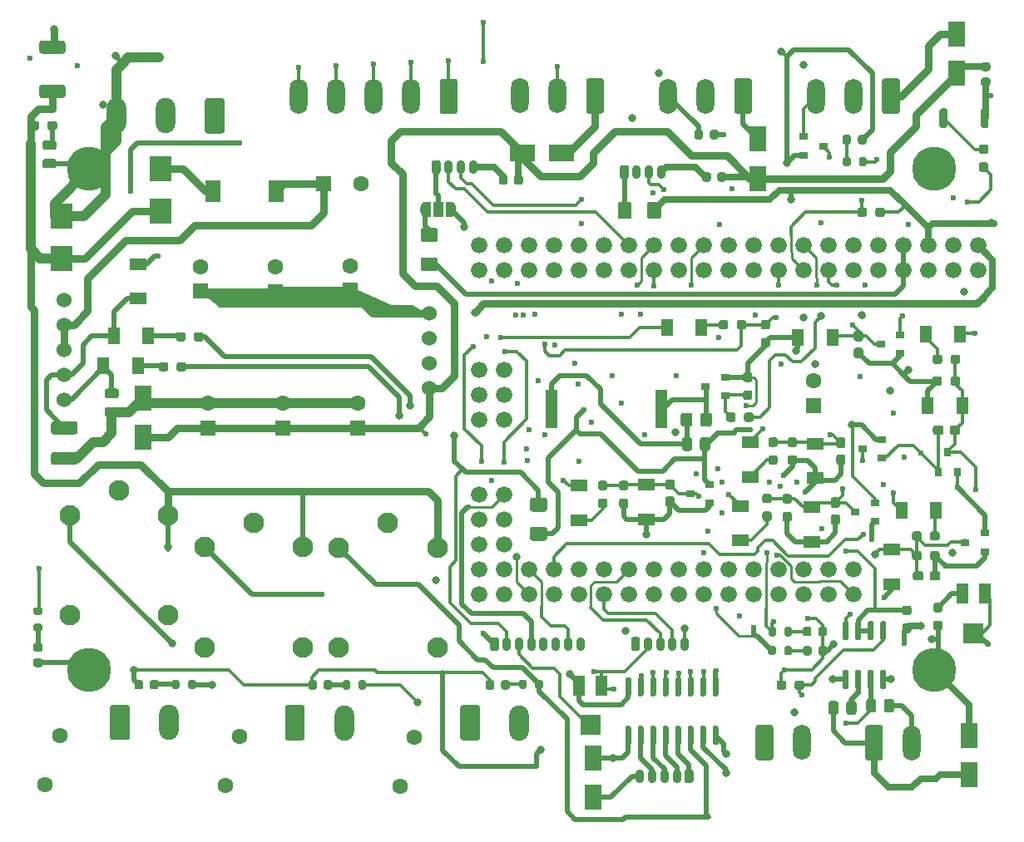
<source format=gbr>
%TF.GenerationSoftware,KiCad,Pcbnew,(5.1.9)-1*%
%TF.CreationDate,2021-04-23T08:11:54+03:00*%
%TF.ProjectId,Car_bs_controller_nex_mega,4361725f-6273-45f6-936f-6e74726f6c6c,rev?*%
%TF.SameCoordinates,Original*%
%TF.FileFunction,Copper,L1,Top*%
%TF.FilePolarity,Positive*%
%FSLAX46Y46*%
G04 Gerber Fmt 4.6, Leading zero omitted, Abs format (unit mm)*
G04 Created by KiCad (PCBNEW (5.1.9)-1) date 2021-04-23 08:11:54*
%MOMM*%
%LPD*%
G01*
G04 APERTURE LIST*
%TA.AperFunction,SMDPad,CuDef*%
%ADD10R,2.300000X2.500000*%
%TD*%
%TA.AperFunction,ComponentPad*%
%ADD11C,1.600000*%
%TD*%
%TA.AperFunction,ComponentPad*%
%ADD12R,1.600000X1.600000*%
%TD*%
%TA.AperFunction,SMDPad,CuDef*%
%ADD13R,1.500000X2.200000*%
%TD*%
%TA.AperFunction,ComponentPad*%
%ADD14C,2.100000*%
%TD*%
%TA.AperFunction,SMDPad,CuDef*%
%ADD15R,0.800000X0.900000*%
%TD*%
%TA.AperFunction,SMDPad,CuDef*%
%ADD16R,0.900000X0.800000*%
%TD*%
%TA.AperFunction,SMDPad,CuDef*%
%ADD17R,1.800000X2.500000*%
%TD*%
%TA.AperFunction,ComponentPad*%
%ADD18C,1.524000*%
%TD*%
%TA.AperFunction,ComponentPad*%
%ADD19O,0.900000X1.400000*%
%TD*%
%TA.AperFunction,SMDPad,CuDef*%
%ADD20R,2.500000X1.800000*%
%TD*%
%TA.AperFunction,ComponentPad*%
%ADD21C,1.676400*%
%TD*%
%TA.AperFunction,SMDPad,CuDef*%
%ADD22R,1.300000X2.000000*%
%TD*%
%TA.AperFunction,SMDPad,CuDef*%
%ADD23R,2.000000X2.000000*%
%TD*%
%TA.AperFunction,SMDPad,CuDef*%
%ADD24R,1.200000X4.000000*%
%TD*%
%TA.AperFunction,SMDPad,CuDef*%
%ADD25R,1.000000X1.500000*%
%TD*%
%TA.AperFunction,SMDPad,CuDef*%
%ADD26C,0.100000*%
%TD*%
%TA.AperFunction,ComponentPad*%
%ADD27O,2.000000X3.600000*%
%TD*%
%TA.AperFunction,ComponentPad*%
%ADD28O,1.800000X3.600000*%
%TD*%
%TA.AperFunction,SMDPad,CuDef*%
%ADD29R,1.300000X1.700000*%
%TD*%
%TA.AperFunction,SMDPad,CuDef*%
%ADD30R,1.700000X1.300000*%
%TD*%
%TA.AperFunction,ViaPad*%
%ADD31C,0.600000*%
%TD*%
%TA.AperFunction,ViaPad*%
%ADD32C,4.500000*%
%TD*%
%TA.AperFunction,ViaPad*%
%ADD33C,0.800000*%
%TD*%
%TA.AperFunction,Conductor*%
%ADD34C,1.000000*%
%TD*%
%TA.AperFunction,Conductor*%
%ADD35C,0.800000*%
%TD*%
%TA.AperFunction,Conductor*%
%ADD36C,0.500000*%
%TD*%
%TA.AperFunction,Conductor*%
%ADD37C,0.700000*%
%TD*%
%TA.AperFunction,Conductor*%
%ADD38C,0.350000*%
%TD*%
%TA.AperFunction,Conductor*%
%ADD39C,0.250000*%
%TD*%
%TA.AperFunction,Conductor*%
%ADD40C,0.254000*%
%TD*%
%TA.AperFunction,Conductor*%
%ADD41C,0.100000*%
%TD*%
G04 APERTURE END LIST*
%TO.P,F4,2*%
%TO.N,+5v_FROM_MCU*%
%TA.AperFunction,SMDPad,CuDef*%
G36*
G01*
X121425000Y-64836200D02*
X121425000Y-63586200D01*
G75*
G02*
X121675000Y-63336200I250000J0D01*
G01*
X122600000Y-63336200D01*
G75*
G02*
X122850000Y-63586200I0J-250000D01*
G01*
X122850000Y-64836200D01*
G75*
G02*
X122600000Y-65086200I-250000J0D01*
G01*
X121675000Y-65086200D01*
G75*
G02*
X121425000Y-64836200I0J250000D01*
G01*
G37*
%TD.AperFunction*%
%TO.P,F4,1*%
%TO.N,Net-(F4-Pad1)*%
%TA.AperFunction,SMDPad,CuDef*%
G36*
G01*
X118450000Y-64836200D02*
X118450000Y-63586200D01*
G75*
G02*
X118700000Y-63336200I250000J0D01*
G01*
X119625000Y-63336200D01*
G75*
G02*
X119875000Y-63586200I0J-250000D01*
G01*
X119875000Y-64836200D01*
G75*
G02*
X119625000Y-65086200I-250000J0D01*
G01*
X118700000Y-65086200D01*
G75*
G02*
X118450000Y-64836200I0J250000D01*
G01*
G37*
%TD.AperFunction*%
%TD*%
%TO.P,F3,2*%
%TO.N,+5v_FROM_MCU*%
%TA.AperFunction,SMDPad,CuDef*%
G36*
G01*
X109763400Y-96445700D02*
X111013400Y-96445700D01*
G75*
G02*
X111263400Y-96695700I0J-250000D01*
G01*
X111263400Y-97620700D01*
G75*
G02*
X111013400Y-97870700I-250000J0D01*
G01*
X109763400Y-97870700D01*
G75*
G02*
X109513400Y-97620700I0J250000D01*
G01*
X109513400Y-96695700D01*
G75*
G02*
X109763400Y-96445700I250000J0D01*
G01*
G37*
%TD.AperFunction*%
%TO.P,F3,1*%
%TO.N,Net-(F3-Pad1)*%
%TA.AperFunction,SMDPad,CuDef*%
G36*
G01*
X109763400Y-93470700D02*
X111013400Y-93470700D01*
G75*
G02*
X111263400Y-93720700I0J-250000D01*
G01*
X111263400Y-94645700D01*
G75*
G02*
X111013400Y-94895700I-250000J0D01*
G01*
X109763400Y-94895700D01*
G75*
G02*
X109513400Y-94645700I0J250000D01*
G01*
X109513400Y-93720700D01*
G75*
G02*
X109763400Y-93470700I250000J0D01*
G01*
G37*
%TD.AperFunction*%
%TD*%
%TO.P,F2,2*%
%TO.N,+3v3_from_MCU*%
%TA.AperFunction,SMDPad,CuDef*%
G36*
G01*
X98638200Y-68985100D02*
X99888200Y-68985100D01*
G75*
G02*
X100138200Y-69235100I0J-250000D01*
G01*
X100138200Y-70160100D01*
G75*
G02*
X99888200Y-70410100I-250000J0D01*
G01*
X98638200Y-70410100D01*
G75*
G02*
X98388200Y-70160100I0J250000D01*
G01*
X98388200Y-69235100D01*
G75*
G02*
X98638200Y-68985100I250000J0D01*
G01*
G37*
%TD.AperFunction*%
%TO.P,F2,1*%
%TO.N,Net-(F2-Pad1)*%
%TA.AperFunction,SMDPad,CuDef*%
G36*
G01*
X98638200Y-66010100D02*
X99888200Y-66010100D01*
G75*
G02*
X100138200Y-66260100I0J-250000D01*
G01*
X100138200Y-67185100D01*
G75*
G02*
X99888200Y-67435100I-250000J0D01*
G01*
X98638200Y-67435100D01*
G75*
G02*
X98388200Y-67185100I0J250000D01*
G01*
X98388200Y-66260100D01*
G75*
G02*
X98638200Y-66010100I250000J0D01*
G01*
G37*
%TD.AperFunction*%
%TD*%
%TO.P,R1,2*%
%TO.N,+12V*%
%TA.AperFunction,SMDPad,CuDef*%
G36*
G01*
X59567900Y-55337700D02*
X59567900Y-55812700D01*
G75*
G02*
X59330400Y-56050200I-237500J0D01*
G01*
X58830400Y-56050200D01*
G75*
G02*
X58592900Y-55812700I0J237500D01*
G01*
X58592900Y-55337700D01*
G75*
G02*
X58830400Y-55100200I237500J0D01*
G01*
X59330400Y-55100200D01*
G75*
G02*
X59567900Y-55337700I0J-237500D01*
G01*
G37*
%TD.AperFunction*%
%TO.P,R1,1*%
%TO.N,Net-(D1-Pad2)*%
%TA.AperFunction,SMDPad,CuDef*%
G36*
G01*
X61392900Y-55337700D02*
X61392900Y-55812700D01*
G75*
G02*
X61155400Y-56050200I-237500J0D01*
G01*
X60655400Y-56050200D01*
G75*
G02*
X60417900Y-55812700I0J237500D01*
G01*
X60417900Y-55337700D01*
G75*
G02*
X60655400Y-55100200I237500J0D01*
G01*
X61155400Y-55100200D01*
G75*
G02*
X61392900Y-55337700I0J-237500D01*
G01*
G37*
%TD.AperFunction*%
%TD*%
%TO.P,C4,2*%
%TO.N,GND*%
%TA.AperFunction,SMDPad,CuDef*%
G36*
G01*
X61028399Y-88822500D02*
X63228401Y-88822500D01*
G75*
G02*
X63478400Y-89072499I0J-249999D01*
G01*
X63478400Y-89897501D01*
G75*
G02*
X63228401Y-90147500I-249999J0D01*
G01*
X61028399Y-90147500D01*
G75*
G02*
X60778400Y-89897501I0J249999D01*
G01*
X60778400Y-89072499D01*
G75*
G02*
X61028399Y-88822500I249999J0D01*
G01*
G37*
%TD.AperFunction*%
%TO.P,C4,1*%
%TO.N,Net-(C4-Pad1)*%
%TA.AperFunction,SMDPad,CuDef*%
G36*
G01*
X61028399Y-85697500D02*
X63228401Y-85697500D01*
G75*
G02*
X63478400Y-85947499I0J-249999D01*
G01*
X63478400Y-86772501D01*
G75*
G02*
X63228401Y-87022500I-249999J0D01*
G01*
X61028399Y-87022500D01*
G75*
G02*
X60778400Y-86772501I0J249999D01*
G01*
X60778400Y-85947499D01*
G75*
G02*
X61028399Y-85697500I249999J0D01*
G01*
G37*
%TD.AperFunction*%
%TD*%
D10*
%TO.P,D2,2*%
%TO.N,GND*%
X61849000Y-64770000D03*
%TO.P,D2,1*%
%TO.N,+12V*%
X61849000Y-69070000D03*
%TD*%
%TO.P,D4,2*%
%TO.N,+12V*%
X71945500Y-64244000D03*
%TO.P,D4,1*%
%TO.N,Net-(D4-Pad1)*%
X71945500Y-59944000D03*
%TD*%
%TO.P,R40,2*%
%TO.N,GND*%
%TA.AperFunction,SMDPad,CuDef*%
G36*
G01*
X131911100Y-81691300D02*
X131436100Y-81691300D01*
G75*
G02*
X131198600Y-81453800I0J237500D01*
G01*
X131198600Y-80953800D01*
G75*
G02*
X131436100Y-80716300I237500J0D01*
G01*
X131911100Y-80716300D01*
G75*
G02*
X132148600Y-80953800I0J-237500D01*
G01*
X132148600Y-81453800D01*
G75*
G02*
X131911100Y-81691300I-237500J0D01*
G01*
G37*
%TD.AperFunction*%
%TO.P,R40,1*%
%TO.N,Net-(Q1-Pad1)*%
%TA.AperFunction,SMDPad,CuDef*%
G36*
G01*
X131911100Y-83516300D02*
X131436100Y-83516300D01*
G75*
G02*
X131198600Y-83278800I0J237500D01*
G01*
X131198600Y-82778800D01*
G75*
G02*
X131436100Y-82541300I237500J0D01*
G01*
X131911100Y-82541300D01*
G75*
G02*
X132148600Y-82778800I0J-237500D01*
G01*
X132148600Y-83278800D01*
G75*
G02*
X131911100Y-83516300I-237500J0D01*
G01*
G37*
%TD.AperFunction*%
%TD*%
%TO.P,R38,2*%
%TO.N,MCU_button_on_board*%
%TA.AperFunction,SMDPad,CuDef*%
G36*
G01*
X155451800Y-59319340D02*
X155926800Y-59319340D01*
G75*
G02*
X156164300Y-59556840I0J-237500D01*
G01*
X156164300Y-60056840D01*
G75*
G02*
X155926800Y-60294340I-237500J0D01*
G01*
X155451800Y-60294340D01*
G75*
G02*
X155214300Y-60056840I0J237500D01*
G01*
X155214300Y-59556840D01*
G75*
G02*
X155451800Y-59319340I237500J0D01*
G01*
G37*
%TD.AperFunction*%
%TO.P,R38,1*%
%TO.N,Net-(R38-Pad1)*%
%TA.AperFunction,SMDPad,CuDef*%
G36*
G01*
X155451800Y-57494340D02*
X155926800Y-57494340D01*
G75*
G02*
X156164300Y-57731840I0J-237500D01*
G01*
X156164300Y-58231840D01*
G75*
G02*
X155926800Y-58469340I-237500J0D01*
G01*
X155451800Y-58469340D01*
G75*
G02*
X155214300Y-58231840I0J237500D01*
G01*
X155214300Y-57731840D01*
G75*
G02*
X155451800Y-57494340I237500J0D01*
G01*
G37*
%TD.AperFunction*%
%TD*%
%TO.P,R37,2*%
%TO.N,MCU_buzzer_out*%
%TA.AperFunction,SMDPad,CuDef*%
G36*
G01*
X131308020Y-85510380D02*
X131308020Y-85035380D01*
G75*
G02*
X131545520Y-84797880I237500J0D01*
G01*
X132045520Y-84797880D01*
G75*
G02*
X132283020Y-85035380I0J-237500D01*
G01*
X132283020Y-85510380D01*
G75*
G02*
X132045520Y-85747880I-237500J0D01*
G01*
X131545520Y-85747880D01*
G75*
G02*
X131308020Y-85510380I0J237500D01*
G01*
G37*
%TD.AperFunction*%
%TO.P,R37,1*%
%TO.N,Net-(Q1-Pad1)*%
%TA.AperFunction,SMDPad,CuDef*%
G36*
G01*
X129483020Y-85510380D02*
X129483020Y-85035380D01*
G75*
G02*
X129720520Y-84797880I237500J0D01*
G01*
X130220520Y-84797880D01*
G75*
G02*
X130458020Y-85035380I0J-237500D01*
G01*
X130458020Y-85510380D01*
G75*
G02*
X130220520Y-85747880I-237500J0D01*
G01*
X129720520Y-85747880D01*
G75*
G02*
X129483020Y-85510380I0J237500D01*
G01*
G37*
%TD.AperFunction*%
%TD*%
%TO.P,R33,2*%
%TO.N,MCU_UART2_RX*%
%TA.AperFunction,SMDPad,CuDef*%
G36*
G01*
X136451520Y-112807760D02*
X136451520Y-112332760D01*
G75*
G02*
X136689020Y-112095260I237500J0D01*
G01*
X137189020Y-112095260D01*
G75*
G02*
X137426520Y-112332760I0J-237500D01*
G01*
X137426520Y-112807760D01*
G75*
G02*
X137189020Y-113045260I-237500J0D01*
G01*
X136689020Y-113045260D01*
G75*
G02*
X136451520Y-112807760I0J237500D01*
G01*
G37*
%TD.AperFunction*%
%TO.P,R33,1*%
%TO.N,+5v_FROM_MCU*%
%TA.AperFunction,SMDPad,CuDef*%
G36*
G01*
X134626520Y-112807760D02*
X134626520Y-112332760D01*
G75*
G02*
X134864020Y-112095260I237500J0D01*
G01*
X135364020Y-112095260D01*
G75*
G02*
X135601520Y-112332760I0J-237500D01*
G01*
X135601520Y-112807760D01*
G75*
G02*
X135364020Y-113045260I-237500J0D01*
G01*
X134864020Y-113045260D01*
G75*
G02*
X134626520Y-112807760I0J237500D01*
G01*
G37*
%TD.AperFunction*%
%TD*%
%TO.P,R31,2*%
%TO.N,MCU_rs485_de*%
%TA.AperFunction,SMDPad,CuDef*%
G36*
G01*
X148116300Y-105435220D02*
X147641300Y-105435220D01*
G75*
G02*
X147403800Y-105197720I0J237500D01*
G01*
X147403800Y-104697720D01*
G75*
G02*
X147641300Y-104460220I237500J0D01*
G01*
X148116300Y-104460220D01*
G75*
G02*
X148353800Y-104697720I0J-237500D01*
G01*
X148353800Y-105197720D01*
G75*
G02*
X148116300Y-105435220I-237500J0D01*
G01*
G37*
%TD.AperFunction*%
%TO.P,R31,1*%
%TO.N,+5v_FROM_MCU*%
%TA.AperFunction,SMDPad,CuDef*%
G36*
G01*
X148116300Y-107260220D02*
X147641300Y-107260220D01*
G75*
G02*
X147403800Y-107022720I0J237500D01*
G01*
X147403800Y-106522720D01*
G75*
G02*
X147641300Y-106285220I237500J0D01*
G01*
X148116300Y-106285220D01*
G75*
G02*
X148353800Y-106522720I0J-237500D01*
G01*
X148353800Y-107022720D01*
G75*
G02*
X148116300Y-107260220I-237500J0D01*
G01*
G37*
%TD.AperFunction*%
%TD*%
%TO.P,R23,2*%
%TO.N,MCU_one_wire_PIN*%
%TA.AperFunction,SMDPad,CuDef*%
G36*
G01*
X143813000Y-64161700D02*
X143813000Y-64636700D01*
G75*
G02*
X143575500Y-64874200I-237500J0D01*
G01*
X143075500Y-64874200D01*
G75*
G02*
X142838000Y-64636700I0J237500D01*
G01*
X142838000Y-64161700D01*
G75*
G02*
X143075500Y-63924200I237500J0D01*
G01*
X143575500Y-63924200D01*
G75*
G02*
X143813000Y-64161700I0J-237500D01*
G01*
G37*
%TD.AperFunction*%
%TO.P,R23,1*%
%TO.N,+5v_FROM_MCU*%
%TA.AperFunction,SMDPad,CuDef*%
G36*
G01*
X145638000Y-64161700D02*
X145638000Y-64636700D01*
G75*
G02*
X145400500Y-64874200I-237500J0D01*
G01*
X144900500Y-64874200D01*
G75*
G02*
X144663000Y-64636700I0J237500D01*
G01*
X144663000Y-64161700D01*
G75*
G02*
X144900500Y-63924200I237500J0D01*
G01*
X145400500Y-63924200D01*
G75*
G02*
X145638000Y-64161700I0J-237500D01*
G01*
G37*
%TD.AperFunction*%
%TD*%
%TO.P,R22,2*%
%TO.N,GND*%
%TA.AperFunction,SMDPad,CuDef*%
G36*
G01*
X150803600Y-106005180D02*
X151278600Y-106005180D01*
G75*
G02*
X151516100Y-106242680I0J-237500D01*
G01*
X151516100Y-106742680D01*
G75*
G02*
X151278600Y-106980180I-237500J0D01*
G01*
X150803600Y-106980180D01*
G75*
G02*
X150566100Y-106742680I0J237500D01*
G01*
X150566100Y-106242680D01*
G75*
G02*
X150803600Y-106005180I237500J0D01*
G01*
G37*
%TD.AperFunction*%
%TO.P,R22,1*%
%TO.N,Net-(R22-Pad1)*%
%TA.AperFunction,SMDPad,CuDef*%
G36*
G01*
X150803600Y-104180180D02*
X151278600Y-104180180D01*
G75*
G02*
X151516100Y-104417680I0J-237500D01*
G01*
X151516100Y-104917680D01*
G75*
G02*
X151278600Y-105155180I-237500J0D01*
G01*
X150803600Y-105155180D01*
G75*
G02*
X150566100Y-104917680I0J237500D01*
G01*
X150566100Y-104417680D01*
G75*
G02*
X150803600Y-104180180I237500J0D01*
G01*
G37*
%TD.AperFunction*%
%TD*%
%TO.P,R17,2*%
%TO.N,GND*%
%TA.AperFunction,SMDPad,CuDef*%
G36*
G01*
X151461920Y-81362540D02*
X151461920Y-81837540D01*
G75*
G02*
X151224420Y-82075040I-237500J0D01*
G01*
X150724420Y-82075040D01*
G75*
G02*
X150486920Y-81837540I0J237500D01*
G01*
X150486920Y-81362540D01*
G75*
G02*
X150724420Y-81125040I237500J0D01*
G01*
X151224420Y-81125040D01*
G75*
G02*
X151461920Y-81362540I0J-237500D01*
G01*
G37*
%TD.AperFunction*%
%TO.P,R17,1*%
%TO.N,MCU_low_washer_water_level_input*%
%TA.AperFunction,SMDPad,CuDef*%
G36*
G01*
X153286920Y-81362540D02*
X153286920Y-81837540D01*
G75*
G02*
X153049420Y-82075040I-237500J0D01*
G01*
X152549420Y-82075040D01*
G75*
G02*
X152311920Y-81837540I0J237500D01*
G01*
X152311920Y-81362540D01*
G75*
G02*
X152549420Y-81125040I237500J0D01*
G01*
X153049420Y-81125040D01*
G75*
G02*
X153286920Y-81362540I0J-237500D01*
G01*
G37*
%TD.AperFunction*%
%TD*%
%TO.P,R16,2*%
%TO.N,GND*%
%TA.AperFunction,SMDPad,CuDef*%
G36*
G01*
X135464540Y-94926340D02*
X135939540Y-94926340D01*
G75*
G02*
X136177040Y-95163840I0J-237500D01*
G01*
X136177040Y-95663840D01*
G75*
G02*
X135939540Y-95901340I-237500J0D01*
G01*
X135464540Y-95901340D01*
G75*
G02*
X135227040Y-95663840I0J237500D01*
G01*
X135227040Y-95163840D01*
G75*
G02*
X135464540Y-94926340I237500J0D01*
G01*
G37*
%TD.AperFunction*%
%TO.P,R16,1*%
%TO.N,MCU_proximity_input*%
%TA.AperFunction,SMDPad,CuDef*%
G36*
G01*
X135464540Y-93101340D02*
X135939540Y-93101340D01*
G75*
G02*
X136177040Y-93338840I0J-237500D01*
G01*
X136177040Y-93838840D01*
G75*
G02*
X135939540Y-94076340I-237500J0D01*
G01*
X135464540Y-94076340D01*
G75*
G02*
X135227040Y-93838840I0J237500D01*
G01*
X135227040Y-93338840D01*
G75*
G02*
X135464540Y-93101340I237500J0D01*
G01*
G37*
%TD.AperFunction*%
%TD*%
%TO.P,R15,1*%
%TO.N,MCU_door_switch_input*%
%TA.AperFunction,SMDPad,CuDef*%
G36*
G01*
X118822460Y-91743700D02*
X119297460Y-91743700D01*
G75*
G02*
X119534960Y-91981200I0J-237500D01*
G01*
X119534960Y-92481200D01*
G75*
G02*
X119297460Y-92718700I-237500J0D01*
G01*
X118822460Y-92718700D01*
G75*
G02*
X118584960Y-92481200I0J237500D01*
G01*
X118584960Y-91981200D01*
G75*
G02*
X118822460Y-91743700I237500J0D01*
G01*
G37*
%TD.AperFunction*%
%TO.P,R15,2*%
%TO.N,GND*%
%TA.AperFunction,SMDPad,CuDef*%
G36*
G01*
X118822460Y-93568700D02*
X119297460Y-93568700D01*
G75*
G02*
X119534960Y-93806200I0J-237500D01*
G01*
X119534960Y-94306200D01*
G75*
G02*
X119297460Y-94543700I-237500J0D01*
G01*
X118822460Y-94543700D01*
G75*
G02*
X118584960Y-94306200I0J237500D01*
G01*
X118584960Y-93806200D01*
G75*
G02*
X118822460Y-93568700I237500J0D01*
G01*
G37*
%TD.AperFunction*%
%TD*%
%TO.P,R14,2*%
%TO.N,GND*%
%TA.AperFunction,SMDPad,CuDef*%
G36*
G01*
X135987780Y-89172600D02*
X136462780Y-89172600D01*
G75*
G02*
X136700280Y-89410100I0J-237500D01*
G01*
X136700280Y-89910100D01*
G75*
G02*
X136462780Y-90147600I-237500J0D01*
G01*
X135987780Y-90147600D01*
G75*
G02*
X135750280Y-89910100I0J237500D01*
G01*
X135750280Y-89410100D01*
G75*
G02*
X135987780Y-89172600I237500J0D01*
G01*
G37*
%TD.AperFunction*%
%TO.P,R14,1*%
%TO.N,MCU_ignition_switch_input*%
%TA.AperFunction,SMDPad,CuDef*%
G36*
G01*
X135987780Y-87347600D02*
X136462780Y-87347600D01*
G75*
G02*
X136700280Y-87585100I0J-237500D01*
G01*
X136700280Y-88085100D01*
G75*
G02*
X136462780Y-88322600I-237500J0D01*
G01*
X135987780Y-88322600D01*
G75*
G02*
X135750280Y-88085100I0J237500D01*
G01*
X135750280Y-87585100D01*
G75*
G02*
X135987780Y-87347600I237500J0D01*
G01*
G37*
%TD.AperFunction*%
%TD*%
%TO.P,R13,2*%
%TO.N,Net-(D15-Pad2)*%
%TA.AperFunction,SMDPad,CuDef*%
G36*
G01*
X151480340Y-79142580D02*
X151480340Y-79617580D01*
G75*
G02*
X151242840Y-79855080I-237500J0D01*
G01*
X150742840Y-79855080D01*
G75*
G02*
X150505340Y-79617580I0J237500D01*
G01*
X150505340Y-79142580D01*
G75*
G02*
X150742840Y-78905080I237500J0D01*
G01*
X151242840Y-78905080D01*
G75*
G02*
X151480340Y-79142580I0J-237500D01*
G01*
G37*
%TD.AperFunction*%
%TO.P,R13,1*%
%TO.N,MCU_low_washer_water_level_input*%
%TA.AperFunction,SMDPad,CuDef*%
G36*
G01*
X153305340Y-79142580D02*
X153305340Y-79617580D01*
G75*
G02*
X153067840Y-79855080I-237500J0D01*
G01*
X152567840Y-79855080D01*
G75*
G02*
X152330340Y-79617580I0J237500D01*
G01*
X152330340Y-79142580D01*
G75*
G02*
X152567840Y-78905080I237500J0D01*
G01*
X153067840Y-78905080D01*
G75*
G02*
X153305340Y-79142580I0J-237500D01*
G01*
G37*
%TD.AperFunction*%
%TD*%
%TO.P,R12,2*%
%TO.N,Net-(D14-Pad2)*%
%TA.AperFunction,SMDPad,CuDef*%
G36*
G01*
X133407140Y-94890780D02*
X133882140Y-94890780D01*
G75*
G02*
X134119640Y-95128280I0J-237500D01*
G01*
X134119640Y-95628280D01*
G75*
G02*
X133882140Y-95865780I-237500J0D01*
G01*
X133407140Y-95865780D01*
G75*
G02*
X133169640Y-95628280I0J237500D01*
G01*
X133169640Y-95128280D01*
G75*
G02*
X133407140Y-94890780I237500J0D01*
G01*
G37*
%TD.AperFunction*%
%TO.P,R12,1*%
%TO.N,MCU_proximity_input*%
%TA.AperFunction,SMDPad,CuDef*%
G36*
G01*
X133407140Y-93065780D02*
X133882140Y-93065780D01*
G75*
G02*
X134119640Y-93303280I0J-237500D01*
G01*
X134119640Y-93803280D01*
G75*
G02*
X133882140Y-94040780I-237500J0D01*
G01*
X133407140Y-94040780D01*
G75*
G02*
X133169640Y-93803280I0J237500D01*
G01*
X133169640Y-93303280D01*
G75*
G02*
X133407140Y-93065780I237500J0D01*
G01*
G37*
%TD.AperFunction*%
%TD*%
%TO.P,R11,1*%
%TO.N,MCU_door_switch_input*%
%TA.AperFunction,SMDPad,CuDef*%
G36*
G01*
X116688860Y-91748780D02*
X117163860Y-91748780D01*
G75*
G02*
X117401360Y-91986280I0J-237500D01*
G01*
X117401360Y-92486280D01*
G75*
G02*
X117163860Y-92723780I-237500J0D01*
G01*
X116688860Y-92723780D01*
G75*
G02*
X116451360Y-92486280I0J237500D01*
G01*
X116451360Y-91986280D01*
G75*
G02*
X116688860Y-91748780I237500J0D01*
G01*
G37*
%TD.AperFunction*%
%TO.P,R11,2*%
%TO.N,Net-(D13-Pad2)*%
%TA.AperFunction,SMDPad,CuDef*%
G36*
G01*
X116688860Y-93573780D02*
X117163860Y-93573780D01*
G75*
G02*
X117401360Y-93811280I0J-237500D01*
G01*
X117401360Y-94311280D01*
G75*
G02*
X117163860Y-94548780I-237500J0D01*
G01*
X116688860Y-94548780D01*
G75*
G02*
X116451360Y-94311280I0J237500D01*
G01*
X116451360Y-93811280D01*
G75*
G02*
X116688860Y-93573780I237500J0D01*
G01*
G37*
%TD.AperFunction*%
%TD*%
%TO.P,R10,2*%
%TO.N,GND*%
%TA.AperFunction,SMDPad,CuDef*%
G36*
G01*
X133244580Y-77199040D02*
X133719580Y-77199040D01*
G75*
G02*
X133957080Y-77436540I0J-237500D01*
G01*
X133957080Y-77936540D01*
G75*
G02*
X133719580Y-78174040I-237500J0D01*
G01*
X133244580Y-78174040D01*
G75*
G02*
X133007080Y-77936540I0J237500D01*
G01*
X133007080Y-77436540D01*
G75*
G02*
X133244580Y-77199040I237500J0D01*
G01*
G37*
%TD.AperFunction*%
%TO.P,R10,1*%
%TO.N,MCU_spare_input_1*%
%TA.AperFunction,SMDPad,CuDef*%
G36*
G01*
X133244580Y-75374040D02*
X133719580Y-75374040D01*
G75*
G02*
X133957080Y-75611540I0J-237500D01*
G01*
X133957080Y-76111540D01*
G75*
G02*
X133719580Y-76349040I-237500J0D01*
G01*
X133244580Y-76349040D01*
G75*
G02*
X133007080Y-76111540I0J237500D01*
G01*
X133007080Y-75611540D01*
G75*
G02*
X133244580Y-75374040I237500J0D01*
G01*
G37*
%TD.AperFunction*%
%TD*%
%TO.P,R9,2*%
%TO.N,Net-(D12-Pad1)*%
%TA.AperFunction,SMDPad,CuDef*%
G36*
G01*
X134021820Y-89150380D02*
X134496820Y-89150380D01*
G75*
G02*
X134734320Y-89387880I0J-237500D01*
G01*
X134734320Y-89887880D01*
G75*
G02*
X134496820Y-90125380I-237500J0D01*
G01*
X134021820Y-90125380D01*
G75*
G02*
X133784320Y-89887880I0J237500D01*
G01*
X133784320Y-89387880D01*
G75*
G02*
X134021820Y-89150380I237500J0D01*
G01*
G37*
%TD.AperFunction*%
%TO.P,R9,1*%
%TO.N,MCU_ignition_switch_input*%
%TA.AperFunction,SMDPad,CuDef*%
G36*
G01*
X134021820Y-87325380D02*
X134496820Y-87325380D01*
G75*
G02*
X134734320Y-87562880I0J-237500D01*
G01*
X134734320Y-88062880D01*
G75*
G02*
X134496820Y-88300380I-237500J0D01*
G01*
X134021820Y-88300380D01*
G75*
G02*
X133784320Y-88062880I0J237500D01*
G01*
X133784320Y-87562880D01*
G75*
G02*
X134021820Y-87325380I237500J0D01*
G01*
G37*
%TD.AperFunction*%
%TD*%
%TO.P,R8,2*%
%TO.N,GND*%
%TA.AperFunction,SMDPad,CuDef*%
G36*
G01*
X150239280Y-99617540D02*
X150239280Y-99142540D01*
G75*
G02*
X150476780Y-98905040I237500J0D01*
G01*
X150976780Y-98905040D01*
G75*
G02*
X151214280Y-99142540I0J-237500D01*
G01*
X151214280Y-99617540D01*
G75*
G02*
X150976780Y-99855040I-237500J0D01*
G01*
X150476780Y-99855040D01*
G75*
G02*
X150239280Y-99617540I0J237500D01*
G01*
G37*
%TD.AperFunction*%
%TO.P,R8,1*%
%TO.N,MCU_water_flow_sensor*%
%TA.AperFunction,SMDPad,CuDef*%
G36*
G01*
X148414280Y-99617540D02*
X148414280Y-99142540D01*
G75*
G02*
X148651780Y-98905040I237500J0D01*
G01*
X149151780Y-98905040D01*
G75*
G02*
X149389280Y-99142540I0J-237500D01*
G01*
X149389280Y-99617540D01*
G75*
G02*
X149151780Y-99855040I-237500J0D01*
G01*
X148651780Y-99855040D01*
G75*
G02*
X148414280Y-99617540I0J237500D01*
G01*
G37*
%TD.AperFunction*%
%TD*%
%TO.P,R7,2*%
%TO.N,Net-(D11-Pad1)*%
%TA.AperFunction,SMDPad,CuDef*%
G36*
G01*
X129704280Y-75611980D02*
X129704280Y-76086980D01*
G75*
G02*
X129466780Y-76324480I-237500J0D01*
G01*
X128966780Y-76324480D01*
G75*
G02*
X128729280Y-76086980I0J237500D01*
G01*
X128729280Y-75611980D01*
G75*
G02*
X128966780Y-75374480I237500J0D01*
G01*
X129466780Y-75374480D01*
G75*
G02*
X129704280Y-75611980I0J-237500D01*
G01*
G37*
%TD.AperFunction*%
%TO.P,R7,1*%
%TO.N,MCU_spare_input_1*%
%TA.AperFunction,SMDPad,CuDef*%
G36*
G01*
X131529280Y-75611980D02*
X131529280Y-76086980D01*
G75*
G02*
X131291780Y-76324480I-237500J0D01*
G01*
X130791780Y-76324480D01*
G75*
G02*
X130554280Y-76086980I0J237500D01*
G01*
X130554280Y-75611980D01*
G75*
G02*
X130791780Y-75374480I237500J0D01*
G01*
X131291780Y-75374480D01*
G75*
G02*
X131529280Y-75611980I0J-237500D01*
G01*
G37*
%TD.AperFunction*%
%TD*%
%TO.P,R6,2*%
%TO.N,Net-(D10-Pad2)*%
%TA.AperFunction,SMDPad,CuDef*%
G36*
G01*
X150236100Y-97616020D02*
X150236100Y-97141020D01*
G75*
G02*
X150473600Y-96903520I237500J0D01*
G01*
X150973600Y-96903520D01*
G75*
G02*
X151211100Y-97141020I0J-237500D01*
G01*
X151211100Y-97616020D01*
G75*
G02*
X150973600Y-97853520I-237500J0D01*
G01*
X150473600Y-97853520D01*
G75*
G02*
X150236100Y-97616020I0J237500D01*
G01*
G37*
%TD.AperFunction*%
%TO.P,R6,1*%
%TO.N,MCU_water_flow_sensor*%
%TA.AperFunction,SMDPad,CuDef*%
G36*
G01*
X148411100Y-97616020D02*
X148411100Y-97141020D01*
G75*
G02*
X148648600Y-96903520I237500J0D01*
G01*
X149148600Y-96903520D01*
G75*
G02*
X149386100Y-97141020I0J-237500D01*
G01*
X149386100Y-97616020D01*
G75*
G02*
X149148600Y-97853520I-237500J0D01*
G01*
X148648600Y-97853520D01*
G75*
G02*
X148411100Y-97616020I0J237500D01*
G01*
G37*
%TD.AperFunction*%
%TD*%
%TO.P,R5,2*%
%TO.N,Net-(D7-Pad2)*%
%TA.AperFunction,SMDPad,CuDef*%
G36*
G01*
X72703500Y-79899500D02*
X72703500Y-80374500D01*
G75*
G02*
X72466000Y-80612000I-237500J0D01*
G01*
X71966000Y-80612000D01*
G75*
G02*
X71728500Y-80374500I0J237500D01*
G01*
X71728500Y-79899500D01*
G75*
G02*
X71966000Y-79662000I237500J0D01*
G01*
X72466000Y-79662000D01*
G75*
G02*
X72703500Y-79899500I0J-237500D01*
G01*
G37*
%TD.AperFunction*%
%TO.P,R5,1*%
%TO.N,MCU_5V_sensors_enable*%
%TA.AperFunction,SMDPad,CuDef*%
G36*
G01*
X74528500Y-79899500D02*
X74528500Y-80374500D01*
G75*
G02*
X74291000Y-80612000I-237500J0D01*
G01*
X73791000Y-80612000D01*
G75*
G02*
X73553500Y-80374500I0J237500D01*
G01*
X73553500Y-79899500D01*
G75*
G02*
X73791000Y-79662000I237500J0D01*
G01*
X74291000Y-79662000D01*
G75*
G02*
X74528500Y-79899500I0J-237500D01*
G01*
G37*
%TD.AperFunction*%
%TD*%
%TO.P,R4,2*%
%TO.N,Net-(D5-Pad2)*%
%TA.AperFunction,SMDPad,CuDef*%
G36*
G01*
X74465000Y-76851500D02*
X74465000Y-77326500D01*
G75*
G02*
X74227500Y-77564000I-237500J0D01*
G01*
X73727500Y-77564000D01*
G75*
G02*
X73490000Y-77326500I0J237500D01*
G01*
X73490000Y-76851500D01*
G75*
G02*
X73727500Y-76614000I237500J0D01*
G01*
X74227500Y-76614000D01*
G75*
G02*
X74465000Y-76851500I0J-237500D01*
G01*
G37*
%TD.AperFunction*%
%TO.P,R4,1*%
%TO.N,MCU_main_supply_enable*%
%TA.AperFunction,SMDPad,CuDef*%
G36*
G01*
X76290000Y-76851500D02*
X76290000Y-77326500D01*
G75*
G02*
X76052500Y-77564000I-237500J0D01*
G01*
X75552500Y-77564000D01*
G75*
G02*
X75315000Y-77326500I0J237500D01*
G01*
X75315000Y-76851500D01*
G75*
G02*
X75552500Y-76614000I237500J0D01*
G01*
X76052500Y-76614000D01*
G75*
G02*
X76290000Y-76851500I0J-237500D01*
G01*
G37*
%TD.AperFunction*%
%TD*%
%TO.P,C19,2*%
%TO.N,GND*%
%TA.AperFunction,SMDPad,CuDef*%
G36*
G01*
X151601460Y-86356180D02*
X151601460Y-86831180D01*
G75*
G02*
X151363960Y-87068680I-237500J0D01*
G01*
X150763960Y-87068680D01*
G75*
G02*
X150526460Y-86831180I0J237500D01*
G01*
X150526460Y-86356180D01*
G75*
G02*
X150763960Y-86118680I237500J0D01*
G01*
X151363960Y-86118680D01*
G75*
G02*
X151601460Y-86356180I0J-237500D01*
G01*
G37*
%TD.AperFunction*%
%TO.P,C19,1*%
%TO.N,MCU_low_washer_water_level_input*%
%TA.AperFunction,SMDPad,CuDef*%
G36*
G01*
X153326460Y-86356180D02*
X153326460Y-86831180D01*
G75*
G02*
X153088960Y-87068680I-237500J0D01*
G01*
X152488960Y-87068680D01*
G75*
G02*
X152251460Y-86831180I0J237500D01*
G01*
X152251460Y-86356180D01*
G75*
G02*
X152488960Y-86118680I237500J0D01*
G01*
X153088960Y-86118680D01*
G75*
G02*
X153326460Y-86356180I0J-237500D01*
G01*
G37*
%TD.AperFunction*%
%TD*%
%TO.P,C18,2*%
%TO.N,GND*%
%TA.AperFunction,SMDPad,CuDef*%
G36*
G01*
X140361660Y-95168600D02*
X140836660Y-95168600D01*
G75*
G02*
X141074160Y-95406100I0J-237500D01*
G01*
X141074160Y-96006100D01*
G75*
G02*
X140836660Y-96243600I-237500J0D01*
G01*
X140361660Y-96243600D01*
G75*
G02*
X140124160Y-96006100I0J237500D01*
G01*
X140124160Y-95406100D01*
G75*
G02*
X140361660Y-95168600I237500J0D01*
G01*
G37*
%TD.AperFunction*%
%TO.P,C18,1*%
%TO.N,MCU_proximity_input*%
%TA.AperFunction,SMDPad,CuDef*%
G36*
G01*
X140361660Y-93443600D02*
X140836660Y-93443600D01*
G75*
G02*
X141074160Y-93681100I0J-237500D01*
G01*
X141074160Y-94281100D01*
G75*
G02*
X140836660Y-94518600I-237500J0D01*
G01*
X140361660Y-94518600D01*
G75*
G02*
X140124160Y-94281100I0J237500D01*
G01*
X140124160Y-93681100D01*
G75*
G02*
X140361660Y-93443600I237500J0D01*
G01*
G37*
%TD.AperFunction*%
%TD*%
%TO.P,C17,1*%
%TO.N,MCU_door_switch_input*%
%TA.AperFunction,SMDPad,CuDef*%
G36*
G01*
X123531620Y-91604640D02*
X124006620Y-91604640D01*
G75*
G02*
X124244120Y-91842140I0J-237500D01*
G01*
X124244120Y-92442140D01*
G75*
G02*
X124006620Y-92679640I-237500J0D01*
G01*
X123531620Y-92679640D01*
G75*
G02*
X123294120Y-92442140I0J237500D01*
G01*
X123294120Y-91842140D01*
G75*
G02*
X123531620Y-91604640I237500J0D01*
G01*
G37*
%TD.AperFunction*%
%TO.P,C17,2*%
%TO.N,GND*%
%TA.AperFunction,SMDPad,CuDef*%
G36*
G01*
X123531620Y-93329640D02*
X124006620Y-93329640D01*
G75*
G02*
X124244120Y-93567140I0J-237500D01*
G01*
X124244120Y-94167140D01*
G75*
G02*
X124006620Y-94404640I-237500J0D01*
G01*
X123531620Y-94404640D01*
G75*
G02*
X123294120Y-94167140I0J237500D01*
G01*
X123294120Y-93567140D01*
G75*
G02*
X123531620Y-93329640I237500J0D01*
G01*
G37*
%TD.AperFunction*%
%TD*%
%TO.P,C16,2*%
%TO.N,GND*%
%TA.AperFunction,SMDPad,CuDef*%
G36*
G01*
X140920460Y-89071500D02*
X141395460Y-89071500D01*
G75*
G02*
X141632960Y-89309000I0J-237500D01*
G01*
X141632960Y-89909000D01*
G75*
G02*
X141395460Y-90146500I-237500J0D01*
G01*
X140920460Y-90146500D01*
G75*
G02*
X140682960Y-89909000I0J237500D01*
G01*
X140682960Y-89309000D01*
G75*
G02*
X140920460Y-89071500I237500J0D01*
G01*
G37*
%TD.AperFunction*%
%TO.P,C16,1*%
%TO.N,MCU_ignition_switch_input*%
%TA.AperFunction,SMDPad,CuDef*%
G36*
G01*
X140920460Y-87346500D02*
X141395460Y-87346500D01*
G75*
G02*
X141632960Y-87584000I0J-237500D01*
G01*
X141632960Y-88184000D01*
G75*
G02*
X141395460Y-88421500I-237500J0D01*
G01*
X140920460Y-88421500D01*
G75*
G02*
X140682960Y-88184000I0J237500D01*
G01*
X140682960Y-87584000D01*
G75*
G02*
X140920460Y-87346500I237500J0D01*
G01*
G37*
%TD.AperFunction*%
%TD*%
%TO.P,C15,2*%
%TO.N,GND*%
%TA.AperFunction,SMDPad,CuDef*%
G36*
G01*
X142713700Y-78190140D02*
X143188700Y-78190140D01*
G75*
G02*
X143426200Y-78427640I0J-237500D01*
G01*
X143426200Y-79027640D01*
G75*
G02*
X143188700Y-79265140I-237500J0D01*
G01*
X142713700Y-79265140D01*
G75*
G02*
X142476200Y-79027640I0J237500D01*
G01*
X142476200Y-78427640D01*
G75*
G02*
X142713700Y-78190140I237500J0D01*
G01*
G37*
%TD.AperFunction*%
%TO.P,C15,1*%
%TO.N,MCU_spare_input_1*%
%TA.AperFunction,SMDPad,CuDef*%
G36*
G01*
X142713700Y-76465140D02*
X143188700Y-76465140D01*
G75*
G02*
X143426200Y-76702640I0J-237500D01*
G01*
X143426200Y-77302640D01*
G75*
G02*
X143188700Y-77540140I-237500J0D01*
G01*
X142713700Y-77540140D01*
G75*
G02*
X142476200Y-77302640I0J237500D01*
G01*
X142476200Y-76702640D01*
G75*
G02*
X142713700Y-76465140I237500J0D01*
G01*
G37*
%TD.AperFunction*%
%TD*%
%TO.P,C14,2*%
%TO.N,GND*%
%TA.AperFunction,SMDPad,CuDef*%
G36*
G01*
X150214380Y-101680020D02*
X150214380Y-101205020D01*
G75*
G02*
X150451880Y-100967520I237500J0D01*
G01*
X151051880Y-100967520D01*
G75*
G02*
X151289380Y-101205020I0J-237500D01*
G01*
X151289380Y-101680020D01*
G75*
G02*
X151051880Y-101917520I-237500J0D01*
G01*
X150451880Y-101917520D01*
G75*
G02*
X150214380Y-101680020I0J237500D01*
G01*
G37*
%TD.AperFunction*%
%TO.P,C14,1*%
%TO.N,MCU_water_flow_sensor*%
%TA.AperFunction,SMDPad,CuDef*%
G36*
G01*
X148489380Y-101680020D02*
X148489380Y-101205020D01*
G75*
G02*
X148726880Y-100967520I237500J0D01*
G01*
X149326880Y-100967520D01*
G75*
G02*
X149564380Y-101205020I0J-237500D01*
G01*
X149564380Y-101680020D01*
G75*
G02*
X149326880Y-101917520I-237500J0D01*
G01*
X148726880Y-101917520D01*
G75*
G02*
X148489380Y-101680020I0J237500D01*
G01*
G37*
%TD.AperFunction*%
%TD*%
D11*
%TO.P,C20,2*%
%TO.N,GND*%
X138404600Y-81584800D03*
D12*
%TO.P,C20,1*%
%TO.N,+5v_FROM_MCU*%
X138404600Y-84084800D03*
%TD*%
D13*
%TO.P,L1,1*%
%TO.N,Net-(D4-Pad1)*%
X77254500Y-62230000D03*
%TO.P,L1,2*%
%TO.N,Net-(C2-Pad1)*%
X83654500Y-62230000D03*
%TD*%
D11*
%TO.P,C13,2*%
%TO.N,GND*%
X75946000Y-69953500D03*
D12*
%TO.P,C13,1*%
%TO.N,7.2V_stab*%
X75946000Y-72453500D03*
%TD*%
D11*
%TO.P,C11,2*%
%TO.N,GND*%
X91186000Y-69839200D03*
D12*
%TO.P,C11,1*%
%TO.N,7.2V_stab*%
X91186000Y-72339200D03*
%TD*%
D11*
%TO.P,C12,2*%
%TO.N,GND*%
X83616800Y-69991600D03*
D12*
%TO.P,C12,1*%
%TO.N,7.2V_stab*%
X83616800Y-72491600D03*
%TD*%
D11*
%TO.P,C9,2*%
%TO.N,GND*%
X76708000Y-83860000D03*
D12*
%TO.P,C9,1*%
%TO.N,5V_sensors_stab*%
X76708000Y-86360000D03*
%TD*%
D11*
%TO.P,C8,2*%
%TO.N,GND*%
X84328000Y-83860000D03*
D12*
%TO.P,C8,1*%
%TO.N,5V_sensors_stab*%
X84328000Y-86360000D03*
%TD*%
D11*
%TO.P,C7,2*%
%TO.N,GND*%
X91948000Y-83860000D03*
D12*
%TO.P,C7,1*%
%TO.N,5V_sensors_stab*%
X91948000Y-86360000D03*
%TD*%
D14*
%TO.P,REL3,3*%
%TO.N,PUMP_RELAY_COM*%
X67691000Y-92773500D03*
%TO.P,REL3,1*%
%TO.N,+12V*%
X72691000Y-95273500D03*
%TO.P,REL3,2*%
%TO.N,Net-(R46-Pad1)*%
X62691000Y-95273500D03*
%TO.P,REL3,4*%
%TO.N,N/C*%
X72691000Y-105473500D03*
%TO.P,REL3,5*%
%TO.N,PUMP_RELAY_NO*%
X62691000Y-105473500D03*
%TD*%
%TO.P,REL2,3*%
%TO.N,CONVERTER_RELAY_COM*%
X95076000Y-96052000D03*
%TO.P,REL2,1*%
%TO.N,+12V*%
X100076000Y-98552000D03*
%TO.P,REL2,2*%
%TO.N,Net-(R48-Pad1)*%
X90076000Y-98552000D03*
%TO.P,REL2,4*%
%TO.N,N/C*%
X100076000Y-108752000D03*
%TO.P,REL2,5*%
%TO.N,CONVERTER_RELAY_NO*%
X90076000Y-108752000D03*
%TD*%
%TO.P,REL1,3*%
%TO.N,LIGHT_RELAY_COM*%
X81423500Y-96012000D03*
%TO.P,REL1,1*%
%TO.N,+12V*%
X86423500Y-98512000D03*
%TO.P,REL1,2*%
%TO.N,Net-(R47-Pad1)*%
X76423500Y-98512000D03*
%TO.P,REL1,4*%
%TO.N,N/C*%
X86423500Y-108712000D03*
%TO.P,REL1,5*%
%TO.N,LIGHT_RELAY_NO*%
X76423500Y-108712000D03*
%TD*%
%TO.P,R45,1*%
%TO.N,Net-(LS1-PadP)*%
%TA.AperFunction,SMDPad,CuDef*%
G36*
G01*
X124857200Y-85971801D02*
X124857200Y-85071799D01*
G75*
G02*
X125107199Y-84821800I249999J0D01*
G01*
X125807201Y-84821800D01*
G75*
G02*
X126057200Y-85071799I0J-249999D01*
G01*
X126057200Y-85971801D01*
G75*
G02*
X125807201Y-86221800I-249999J0D01*
G01*
X125107199Y-86221800D01*
G75*
G02*
X124857200Y-85971801I0J249999D01*
G01*
G37*
%TD.AperFunction*%
%TO.P,R45,2*%
%TO.N,Net-(LS1-PadN)*%
%TA.AperFunction,SMDPad,CuDef*%
G36*
G01*
X126857200Y-85971801D02*
X126857200Y-85071799D01*
G75*
G02*
X127107199Y-84821800I249999J0D01*
G01*
X127807201Y-84821800D01*
G75*
G02*
X128057200Y-85071799I0J-249999D01*
G01*
X128057200Y-85971801D01*
G75*
G02*
X127807201Y-86221800I-249999J0D01*
G01*
X127107199Y-86221800D01*
G75*
G02*
X126857200Y-85971801I0J249999D01*
G01*
G37*
%TD.AperFunction*%
%TD*%
D15*
%TO.P,D27,1*%
%TO.N,GND*%
X151104600Y-90850720D03*
%TO.P,D27,2*%
%TO.N,+5v_FROM_MCU*%
X153004600Y-90850720D03*
%TO.P,D27,3*%
%TO.N,MCU_low_washer_water_level_input*%
X152054600Y-88850720D03*
%TD*%
D16*
%TO.P,D26,1*%
%TO.N,GND*%
X145362680Y-89448680D03*
%TO.P,D26,2*%
%TO.N,+5v_FROM_MCU*%
X145362680Y-87548680D03*
%TO.P,D26,3*%
%TO.N,MCU_ignition_switch_input*%
X143362680Y-88498680D03*
%TD*%
%TO.P,D25,1*%
%TO.N,GND*%
X144651480Y-95864720D03*
%TO.P,D25,2*%
%TO.N,+5v_FROM_MCU*%
X144651480Y-93964720D03*
%TO.P,D25,3*%
%TO.N,MCU_proximity_input*%
X142651480Y-94914720D03*
%TD*%
%TO.P,D24,1*%
%TO.N,GND*%
X127821440Y-94025760D03*
%TO.P,D24,2*%
%TO.N,+5v_FROM_MCU*%
X127821440Y-92125760D03*
%TO.P,D24,3*%
%TO.N,MCU_door_switch_input*%
X125821440Y-93075760D03*
%TD*%
%TO.P,D23,1*%
%TO.N,GND*%
X155823920Y-98978800D03*
%TO.P,D23,2*%
%TO.N,+5v_FROM_MCU*%
X155823920Y-97078800D03*
%TO.P,D23,3*%
%TO.N,MCU_water_flow_sensor*%
X153823920Y-98028800D03*
%TD*%
%TO.P,D22,1*%
%TO.N,GND*%
X147206720Y-78780680D03*
%TO.P,D22,2*%
%TO.N,+5v_FROM_MCU*%
X147206720Y-76880680D03*
%TO.P,D22,3*%
%TO.N,MCU_spare_input_1*%
X145206720Y-77830680D03*
%TD*%
D17*
%TO.P,D9,2*%
%TO.N,GND*%
X70154800Y-83325200D03*
%TO.P,D9,1*%
%TO.N,5V_sensors_stab*%
X70154800Y-87325200D03*
%TD*%
D18*
%TO.P,D8,1*%
%TO.N,GND*%
X62133600Y-73324900D03*
%TO.P,D8,2*%
%TO.N,Net-(C2-Pad1)*%
X62133600Y-75864900D03*
%TO.P,D8,3*%
X62133600Y-78404900D03*
%TO.P,D8,4*%
%TO.N,Net-(C4-Pad1)*%
X62133600Y-80944900D03*
%TO.P,D8,5*%
%TO.N,Net-(C5-Pad1)*%
X62133600Y-83484900D03*
%TO.P,D8,6*%
%TO.N,7.2V_stab*%
X99268400Y-74671100D03*
%TO.P,D8,7*%
%TO.N,GND*%
X99268400Y-77211100D03*
%TO.P,D8,8*%
X99268400Y-79751100D03*
%TO.P,D8,9*%
%TO.N,5V_sensors_stab*%
X99268400Y-82291100D03*
%TD*%
%TO.P,C5,2*%
%TO.N,GND*%
%TA.AperFunction,SMDPad,CuDef*%
G36*
G01*
X66479400Y-84254800D02*
X67429400Y-84254800D01*
G75*
G02*
X67679400Y-84504800I0J-250000D01*
G01*
X67679400Y-85004800D01*
G75*
G02*
X67429400Y-85254800I-250000J0D01*
G01*
X66479400Y-85254800D01*
G75*
G02*
X66229400Y-85004800I0J250000D01*
G01*
X66229400Y-84504800D01*
G75*
G02*
X66479400Y-84254800I250000J0D01*
G01*
G37*
%TD.AperFunction*%
%TO.P,C5,1*%
%TO.N,Net-(C5-Pad1)*%
%TA.AperFunction,SMDPad,CuDef*%
G36*
G01*
X66479400Y-82354800D02*
X67429400Y-82354800D01*
G75*
G02*
X67679400Y-82604800I0J-250000D01*
G01*
X67679400Y-83104800D01*
G75*
G02*
X67429400Y-83354800I-250000J0D01*
G01*
X66479400Y-83354800D01*
G75*
G02*
X66229400Y-83104800I0J250000D01*
G01*
X66229400Y-82604800D01*
G75*
G02*
X66479400Y-82354800I250000J0D01*
G01*
G37*
%TD.AperFunction*%
%TD*%
D19*
%TO.P,J12,4*%
%TO.N,GND*%
X122876000Y-60299600D03*
%TO.P,J12,3*%
%TO.N,MCU_I2C_SCL*%
X121626000Y-60299600D03*
%TO.P,J12,2*%
%TO.N,MCU_I2C_SDA*%
X120376000Y-60299600D03*
%TO.P,J12,1*%
%TO.N,Net-(F4-Pad1)*%
%TA.AperFunction,ComponentPad*%
G36*
G01*
X118676000Y-60774600D02*
X118676000Y-59824600D01*
G75*
G02*
X118901000Y-59599600I225000J0D01*
G01*
X119351000Y-59599600D01*
G75*
G02*
X119576000Y-59824600I0J-225000D01*
G01*
X119576000Y-60774600D01*
G75*
G02*
X119351000Y-60999600I-225000J0D01*
G01*
X118901000Y-60999600D01*
G75*
G02*
X118676000Y-60774600I0J225000D01*
G01*
G37*
%TD.AperFunction*%
%TD*%
D17*
%TO.P,D37,1*%
%TO.N,+12V*%
X115973860Y-119982480D03*
%TO.P,D37,2*%
%TO.N,Socket_spare_out_+12v*%
X115973860Y-123982480D03*
%TD*%
%TO.P,D43,1*%
%TO.N,5V_sensors_stab*%
X152908000Y-50228000D03*
%TO.P,D43,2*%
%TO.N,Net-(D43-Pad2)*%
X152908000Y-46228000D03*
%TD*%
%TO.P,D41,1*%
%TO.N,5V_sensors_stab*%
X132740400Y-60946800D03*
%TO.P,D41,2*%
%TO.N,Net-(D41-Pad2)*%
X132740400Y-56946800D03*
%TD*%
D20*
%TO.P,D42,1*%
%TO.N,5V_sensors_stab*%
X108725200Y-58318400D03*
%TO.P,D42,2*%
%TO.N,Net-(D42-Pad2)*%
X112725200Y-58318400D03*
%TD*%
%TO.P,F1,1*%
%TO.N,+12V*%
%TA.AperFunction,SMDPad,CuDef*%
G36*
G01*
X61979101Y-52755200D02*
X59829099Y-52755200D01*
G75*
G02*
X59579100Y-52505201I0J249999D01*
G01*
X59579100Y-51655199D01*
G75*
G02*
X59829099Y-51405200I249999J0D01*
G01*
X61979101Y-51405200D01*
G75*
G02*
X62229100Y-51655199I0J-249999D01*
G01*
X62229100Y-52505201D01*
G75*
G02*
X61979101Y-52755200I-249999J0D01*
G01*
G37*
%TD.AperFunction*%
%TO.P,F1,2*%
%TO.N,Power_supply_12V*%
%TA.AperFunction,SMDPad,CuDef*%
G36*
G01*
X61979101Y-48255200D02*
X59829099Y-48255200D01*
G75*
G02*
X59579100Y-48005201I0J249999D01*
G01*
X59579100Y-47155199D01*
G75*
G02*
X59829099Y-46905200I249999J0D01*
G01*
X61979101Y-46905200D01*
G75*
G02*
X62229100Y-47155199I0J-249999D01*
G01*
X62229100Y-48005201D01*
G75*
G02*
X61979101Y-48255200I-249999J0D01*
G01*
G37*
%TD.AperFunction*%
%TD*%
D19*
%TO.P,J8,5*%
%TO.N,Socket_spare_out_+12v*%
X120710000Y-121839000D03*
%TO.P,J8,4*%
%TO.N,Socket_spare_out_4*%
X121960000Y-121839000D03*
%TO.P,J8,3*%
%TO.N,Socket_spare_out_3*%
X123210000Y-121839000D03*
%TO.P,J8,2*%
%TO.N,Socket_spare_out_2*%
X124460000Y-121839000D03*
%TO.P,J8,1*%
%TO.N,Socket_spare_out_1*%
%TA.AperFunction,ComponentPad*%
G36*
G01*
X126160000Y-121364000D02*
X126160000Y-122314000D01*
G75*
G02*
X125935000Y-122539000I-225000J0D01*
G01*
X125485000Y-122539000D01*
G75*
G02*
X125260000Y-122314000I0J225000D01*
G01*
X125260000Y-121364000D01*
G75*
G02*
X125485000Y-121139000I225000J0D01*
G01*
X125935000Y-121139000D01*
G75*
G02*
X126160000Y-121364000I0J-225000D01*
G01*
G37*
%TD.AperFunction*%
%TD*%
%TO.P,U4,16*%
%TO.N,Net-(R46-Pad1)*%
%TA.AperFunction,SMDPad,CuDef*%
G36*
G01*
X128277000Y-116709000D02*
X128577000Y-116709000D01*
G75*
G02*
X128727000Y-116859000I0J-150000D01*
G01*
X128727000Y-118509000D01*
G75*
G02*
X128577000Y-118659000I-150000J0D01*
G01*
X128277000Y-118659000D01*
G75*
G02*
X128127000Y-118509000I0J150000D01*
G01*
X128127000Y-116859000D01*
G75*
G02*
X128277000Y-116709000I150000J0D01*
G01*
G37*
%TD.AperFunction*%
%TO.P,U4,15*%
%TO.N,Net-(R47-Pad1)*%
%TA.AperFunction,SMDPad,CuDef*%
G36*
G01*
X127007000Y-116709000D02*
X127307000Y-116709000D01*
G75*
G02*
X127457000Y-116859000I0J-150000D01*
G01*
X127457000Y-118509000D01*
G75*
G02*
X127307000Y-118659000I-150000J0D01*
G01*
X127007000Y-118659000D01*
G75*
G02*
X126857000Y-118509000I0J150000D01*
G01*
X126857000Y-116859000D01*
G75*
G02*
X127007000Y-116709000I150000J0D01*
G01*
G37*
%TD.AperFunction*%
%TO.P,U4,14*%
%TO.N,Net-(R48-Pad1)*%
%TA.AperFunction,SMDPad,CuDef*%
G36*
G01*
X125737000Y-116709000D02*
X126037000Y-116709000D01*
G75*
G02*
X126187000Y-116859000I0J-150000D01*
G01*
X126187000Y-118509000D01*
G75*
G02*
X126037000Y-118659000I-150000J0D01*
G01*
X125737000Y-118659000D01*
G75*
G02*
X125587000Y-118509000I0J150000D01*
G01*
X125587000Y-116859000D01*
G75*
G02*
X125737000Y-116709000I150000J0D01*
G01*
G37*
%TD.AperFunction*%
%TO.P,U4,13*%
%TO.N,Socket_spare_out_1*%
%TA.AperFunction,SMDPad,CuDef*%
G36*
G01*
X124467000Y-116709000D02*
X124767000Y-116709000D01*
G75*
G02*
X124917000Y-116859000I0J-150000D01*
G01*
X124917000Y-118509000D01*
G75*
G02*
X124767000Y-118659000I-150000J0D01*
G01*
X124467000Y-118659000D01*
G75*
G02*
X124317000Y-118509000I0J150000D01*
G01*
X124317000Y-116859000D01*
G75*
G02*
X124467000Y-116709000I150000J0D01*
G01*
G37*
%TD.AperFunction*%
%TO.P,U4,12*%
%TO.N,Socket_spare_out_2*%
%TA.AperFunction,SMDPad,CuDef*%
G36*
G01*
X123197000Y-116709000D02*
X123497000Y-116709000D01*
G75*
G02*
X123647000Y-116859000I0J-150000D01*
G01*
X123647000Y-118509000D01*
G75*
G02*
X123497000Y-118659000I-150000J0D01*
G01*
X123197000Y-118659000D01*
G75*
G02*
X123047000Y-118509000I0J150000D01*
G01*
X123047000Y-116859000D01*
G75*
G02*
X123197000Y-116709000I150000J0D01*
G01*
G37*
%TD.AperFunction*%
%TO.P,U4,11*%
%TO.N,Socket_spare_out_3*%
%TA.AperFunction,SMDPad,CuDef*%
G36*
G01*
X121927000Y-116709000D02*
X122227000Y-116709000D01*
G75*
G02*
X122377000Y-116859000I0J-150000D01*
G01*
X122377000Y-118509000D01*
G75*
G02*
X122227000Y-118659000I-150000J0D01*
G01*
X121927000Y-118659000D01*
G75*
G02*
X121777000Y-118509000I0J150000D01*
G01*
X121777000Y-116859000D01*
G75*
G02*
X121927000Y-116709000I150000J0D01*
G01*
G37*
%TD.AperFunction*%
%TO.P,U4,10*%
%TO.N,Socket_spare_out_4*%
%TA.AperFunction,SMDPad,CuDef*%
G36*
G01*
X120657000Y-116709000D02*
X120957000Y-116709000D01*
G75*
G02*
X121107000Y-116859000I0J-150000D01*
G01*
X121107000Y-118509000D01*
G75*
G02*
X120957000Y-118659000I-150000J0D01*
G01*
X120657000Y-118659000D01*
G75*
G02*
X120507000Y-118509000I0J150000D01*
G01*
X120507000Y-116859000D01*
G75*
G02*
X120657000Y-116709000I150000J0D01*
G01*
G37*
%TD.AperFunction*%
%TO.P,U4,9*%
%TO.N,+12V*%
%TA.AperFunction,SMDPad,CuDef*%
G36*
G01*
X119387000Y-116709000D02*
X119687000Y-116709000D01*
G75*
G02*
X119837000Y-116859000I0J-150000D01*
G01*
X119837000Y-118509000D01*
G75*
G02*
X119687000Y-118659000I-150000J0D01*
G01*
X119387000Y-118659000D01*
G75*
G02*
X119237000Y-118509000I0J150000D01*
G01*
X119237000Y-116859000D01*
G75*
G02*
X119387000Y-116709000I150000J0D01*
G01*
G37*
%TD.AperFunction*%
%TO.P,U4,8*%
%TO.N,GND*%
%TA.AperFunction,SMDPad,CuDef*%
G36*
G01*
X119387000Y-111759000D02*
X119687000Y-111759000D01*
G75*
G02*
X119837000Y-111909000I0J-150000D01*
G01*
X119837000Y-113559000D01*
G75*
G02*
X119687000Y-113709000I-150000J0D01*
G01*
X119387000Y-113709000D01*
G75*
G02*
X119237000Y-113559000I0J150000D01*
G01*
X119237000Y-111909000D01*
G75*
G02*
X119387000Y-111759000I150000J0D01*
G01*
G37*
%TD.AperFunction*%
%TO.P,U4,7*%
%TO.N,MCU_spare_out_4*%
%TA.AperFunction,SMDPad,CuDef*%
G36*
G01*
X120657000Y-111759000D02*
X120957000Y-111759000D01*
G75*
G02*
X121107000Y-111909000I0J-150000D01*
G01*
X121107000Y-113559000D01*
G75*
G02*
X120957000Y-113709000I-150000J0D01*
G01*
X120657000Y-113709000D01*
G75*
G02*
X120507000Y-113559000I0J150000D01*
G01*
X120507000Y-111909000D01*
G75*
G02*
X120657000Y-111759000I150000J0D01*
G01*
G37*
%TD.AperFunction*%
%TO.P,U4,6*%
%TO.N,MCU_spare_out_3*%
%TA.AperFunction,SMDPad,CuDef*%
G36*
G01*
X121927000Y-111759000D02*
X122227000Y-111759000D01*
G75*
G02*
X122377000Y-111909000I0J-150000D01*
G01*
X122377000Y-113559000D01*
G75*
G02*
X122227000Y-113709000I-150000J0D01*
G01*
X121927000Y-113709000D01*
G75*
G02*
X121777000Y-113559000I0J150000D01*
G01*
X121777000Y-111909000D01*
G75*
G02*
X121927000Y-111759000I150000J0D01*
G01*
G37*
%TD.AperFunction*%
%TO.P,U4,5*%
%TO.N,MCU_spare_out_2*%
%TA.AperFunction,SMDPad,CuDef*%
G36*
G01*
X123197000Y-111759000D02*
X123497000Y-111759000D01*
G75*
G02*
X123647000Y-111909000I0J-150000D01*
G01*
X123647000Y-113559000D01*
G75*
G02*
X123497000Y-113709000I-150000J0D01*
G01*
X123197000Y-113709000D01*
G75*
G02*
X123047000Y-113559000I0J150000D01*
G01*
X123047000Y-111909000D01*
G75*
G02*
X123197000Y-111759000I150000J0D01*
G01*
G37*
%TD.AperFunction*%
%TO.P,U4,4*%
%TO.N,MCU_spare_out_1*%
%TA.AperFunction,SMDPad,CuDef*%
G36*
G01*
X124467000Y-111759000D02*
X124767000Y-111759000D01*
G75*
G02*
X124917000Y-111909000I0J-150000D01*
G01*
X124917000Y-113559000D01*
G75*
G02*
X124767000Y-113709000I-150000J0D01*
G01*
X124467000Y-113709000D01*
G75*
G02*
X124317000Y-113559000I0J150000D01*
G01*
X124317000Y-111909000D01*
G75*
G02*
X124467000Y-111759000I150000J0D01*
G01*
G37*
%TD.AperFunction*%
%TO.P,U4,3*%
%TO.N,MCU_converter_out*%
%TA.AperFunction,SMDPad,CuDef*%
G36*
G01*
X125737000Y-111759000D02*
X126037000Y-111759000D01*
G75*
G02*
X126187000Y-111909000I0J-150000D01*
G01*
X126187000Y-113559000D01*
G75*
G02*
X126037000Y-113709000I-150000J0D01*
G01*
X125737000Y-113709000D01*
G75*
G02*
X125587000Y-113559000I0J150000D01*
G01*
X125587000Y-111909000D01*
G75*
G02*
X125737000Y-111759000I150000J0D01*
G01*
G37*
%TD.AperFunction*%
%TO.P,U4,2*%
%TO.N,MCU_light_out*%
%TA.AperFunction,SMDPad,CuDef*%
G36*
G01*
X127007000Y-111759000D02*
X127307000Y-111759000D01*
G75*
G02*
X127457000Y-111909000I0J-150000D01*
G01*
X127457000Y-113559000D01*
G75*
G02*
X127307000Y-113709000I-150000J0D01*
G01*
X127007000Y-113709000D01*
G75*
G02*
X126857000Y-113559000I0J150000D01*
G01*
X126857000Y-111909000D01*
G75*
G02*
X127007000Y-111759000I150000J0D01*
G01*
G37*
%TD.AperFunction*%
%TO.P,U4,1*%
%TO.N,MCU_water_pump_out*%
%TA.AperFunction,SMDPad,CuDef*%
G36*
G01*
X128277000Y-111759000D02*
X128577000Y-111759000D01*
G75*
G02*
X128727000Y-111909000I0J-150000D01*
G01*
X128727000Y-113559000D01*
G75*
G02*
X128577000Y-113709000I-150000J0D01*
G01*
X128277000Y-113709000D01*
G75*
G02*
X128127000Y-113559000I0J150000D01*
G01*
X128127000Y-111909000D01*
G75*
G02*
X128277000Y-111759000I150000J0D01*
G01*
G37*
%TD.AperFunction*%
%TD*%
%TO.P,U3,8*%
%TO.N,+5v_FROM_MCU*%
%TA.AperFunction,SMDPad,CuDef*%
G36*
G01*
X145321000Y-111014000D02*
X145621000Y-111014000D01*
G75*
G02*
X145771000Y-111164000I0J-150000D01*
G01*
X145771000Y-112814000D01*
G75*
G02*
X145621000Y-112964000I-150000J0D01*
G01*
X145321000Y-112964000D01*
G75*
G02*
X145171000Y-112814000I0J150000D01*
G01*
X145171000Y-111164000D01*
G75*
G02*
X145321000Y-111014000I150000J0D01*
G01*
G37*
%TD.AperFunction*%
%TO.P,U3,7*%
%TO.N,Net-(R39-Pad1)*%
%TA.AperFunction,SMDPad,CuDef*%
G36*
G01*
X144051000Y-111014000D02*
X144351000Y-111014000D01*
G75*
G02*
X144501000Y-111164000I0J-150000D01*
G01*
X144501000Y-112814000D01*
G75*
G02*
X144351000Y-112964000I-150000J0D01*
G01*
X144051000Y-112964000D01*
G75*
G02*
X143901000Y-112814000I0J150000D01*
G01*
X143901000Y-111164000D01*
G75*
G02*
X144051000Y-111014000I150000J0D01*
G01*
G37*
%TD.AperFunction*%
%TO.P,U3,6*%
%TO.N,Net-(R42-Pad2)*%
%TA.AperFunction,SMDPad,CuDef*%
G36*
G01*
X142781000Y-111014000D02*
X143081000Y-111014000D01*
G75*
G02*
X143231000Y-111164000I0J-150000D01*
G01*
X143231000Y-112814000D01*
G75*
G02*
X143081000Y-112964000I-150000J0D01*
G01*
X142781000Y-112964000D01*
G75*
G02*
X142631000Y-112814000I0J150000D01*
G01*
X142631000Y-111164000D01*
G75*
G02*
X142781000Y-111014000I150000J0D01*
G01*
G37*
%TD.AperFunction*%
%TO.P,U3,5*%
%TO.N,GND*%
%TA.AperFunction,SMDPad,CuDef*%
G36*
G01*
X141511000Y-111014000D02*
X141811000Y-111014000D01*
G75*
G02*
X141961000Y-111164000I0J-150000D01*
G01*
X141961000Y-112814000D01*
G75*
G02*
X141811000Y-112964000I-150000J0D01*
G01*
X141511000Y-112964000D01*
G75*
G02*
X141361000Y-112814000I0J150000D01*
G01*
X141361000Y-111164000D01*
G75*
G02*
X141511000Y-111014000I150000J0D01*
G01*
G37*
%TD.AperFunction*%
%TO.P,U3,4*%
%TO.N,MCU_UART2_TX*%
%TA.AperFunction,SMDPad,CuDef*%
G36*
G01*
X141511000Y-106064000D02*
X141811000Y-106064000D01*
G75*
G02*
X141961000Y-106214000I0J-150000D01*
G01*
X141961000Y-107864000D01*
G75*
G02*
X141811000Y-108014000I-150000J0D01*
G01*
X141511000Y-108014000D01*
G75*
G02*
X141361000Y-107864000I0J150000D01*
G01*
X141361000Y-106214000D01*
G75*
G02*
X141511000Y-106064000I150000J0D01*
G01*
G37*
%TD.AperFunction*%
%TO.P,U3,3*%
%TO.N,MCU_rs485_de*%
%TA.AperFunction,SMDPad,CuDef*%
G36*
G01*
X142781000Y-106064000D02*
X143081000Y-106064000D01*
G75*
G02*
X143231000Y-106214000I0J-150000D01*
G01*
X143231000Y-107864000D01*
G75*
G02*
X143081000Y-108014000I-150000J0D01*
G01*
X142781000Y-108014000D01*
G75*
G02*
X142631000Y-107864000I0J150000D01*
G01*
X142631000Y-106214000D01*
G75*
G02*
X142781000Y-106064000I150000J0D01*
G01*
G37*
%TD.AperFunction*%
%TO.P,U3,2*%
%TA.AperFunction,SMDPad,CuDef*%
G36*
G01*
X144051000Y-106064000D02*
X144351000Y-106064000D01*
G75*
G02*
X144501000Y-106214000I0J-150000D01*
G01*
X144501000Y-107864000D01*
G75*
G02*
X144351000Y-108014000I-150000J0D01*
G01*
X144051000Y-108014000D01*
G75*
G02*
X143901000Y-107864000I0J150000D01*
G01*
X143901000Y-106214000D01*
G75*
G02*
X144051000Y-106064000I150000J0D01*
G01*
G37*
%TD.AperFunction*%
%TO.P,U3,1*%
%TO.N,MCU_UART2_RX*%
%TA.AperFunction,SMDPad,CuDef*%
G36*
G01*
X145321000Y-106064000D02*
X145621000Y-106064000D01*
G75*
G02*
X145771000Y-106214000I0J-150000D01*
G01*
X145771000Y-107864000D01*
G75*
G02*
X145621000Y-108014000I-150000J0D01*
G01*
X145321000Y-108014000D01*
G75*
G02*
X145171000Y-107864000I0J150000D01*
G01*
X145171000Y-106214000D01*
G75*
G02*
X145321000Y-106064000I150000J0D01*
G01*
G37*
%TD.AperFunction*%
%TD*%
D21*
%TO.P,U1,VIN_2*%
%TO.N,N/C*%
X155126000Y-70292000D03*
%TO.P,U1,VIN_1*%
%TO.N,7.2V_stab*%
X155126000Y-67752000D03*
%TO.P,U1,GND_2*%
%TO.N,GND*%
X152586000Y-70292000D03*
%TO.P,U1,GND_1*%
X152586000Y-67752000D03*
%TO.P,U1,5V_1*%
%TO.N,+5v_FROM_MCU*%
X150046000Y-67752000D03*
%TO.P,U1,5V_2*%
%TO.N,N/C*%
X150046000Y-70292000D03*
%TO.P,U1,3V3_2*%
%TO.N,+3v3_from_MCU*%
X147506000Y-70292000D03*
%TO.P,U1,3V3_1*%
X147506000Y-67752000D03*
%TO.P,U1,RST*%
%TO.N,MCU_rst*%
X144966000Y-67752000D03*
%TO.P,U1,AREF*%
%TO.N,MCU_Uref_2.5v*%
X144966000Y-70292000D03*
%TO.P,U1,RX*%
%TO.N,N/C*%
X142426000Y-70292000D03*
%TO.P,U1,TX*%
X142426000Y-67752000D03*
%TO.P,U1,D3*%
%TO.N,MCU_pjon_bus_PIN*%
X139886000Y-67752000D03*
%TO.P,U1,D5*%
%TO.N,MCU_water_flow_sensor*%
X137346000Y-67752000D03*
%TO.P,U1,D7*%
%TO.N,MCU_5V_sensors_enable*%
X134806000Y-67752000D03*
%TO.P,U1,D9*%
%TO.N,MCU_main_supply_enable*%
X132266000Y-67752000D03*
%TO.P,U1,D11*%
%TO.N,N/C*%
X129726000Y-67752000D03*
%TO.P,U1,D13*%
%TO.N,MCU_system_status_LED*%
X127186000Y-67752000D03*
%TO.P,U1,D15*%
%TO.N,N/C*%
X124646000Y-67752000D03*
%TO.P,U1,D17*%
%TO.N,MCU_UART2_RX*%
X122106000Y-67752000D03*
%TO.P,U1,D19*%
%TO.N,MCU_UART1_RX*%
X119566000Y-67752000D03*
%TO.P,U1,D21*%
%TO.N,MCU_I2C_SCL*%
X117026000Y-67752000D03*
%TO.P,U1,D2*%
%TO.N,MCU_buzzer_out*%
X139886000Y-70292000D03*
%TO.P,U1,D4*%
%TO.N,MCU_one_wire_PIN*%
X137346000Y-70292000D03*
%TO.P,U1,D6*%
%TO.N,MCU_rs485_de*%
X134806000Y-70292000D03*
%TO.P,U1,D8*%
%TO.N,MCU_wdt_reset_to_ADM705*%
X132266000Y-70292000D03*
%TO.P,U1,D10*%
%TO.N,MCU_button_on_board*%
X129726000Y-70292000D03*
%TO.P,U1,D12*%
%TO.N,N/C*%
X127186000Y-70292000D03*
%TO.P,U1,D14*%
X124646000Y-70292000D03*
%TO.P,U1,D16*%
%TO.N,MCU_UART2_TX*%
X122106000Y-70292000D03*
%TO.P,U1,D18*%
%TO.N,MCU_UART1_TX*%
X119566000Y-70292000D03*
%TO.P,U1,D20*%
%TO.N,MCU_I2C_SDA*%
X117026000Y-70292000D03*
%TO.P,U1,D23*%
%TO.N,MCU_light_out*%
X114486000Y-67752000D03*
%TO.P,U1,D25*%
%TO.N,N/C*%
X111946000Y-67752000D03*
%TO.P,U1,D27*%
X109406000Y-67752000D03*
%TO.P,U1,D29*%
X106866000Y-67752000D03*
%TO.P,U1,D31*%
%TO.N,MCU_spare_out_1*%
X104326000Y-67752000D03*
%TO.P,U1,D30*%
%TO.N,N/C*%
X104326000Y-70292000D03*
%TO.P,U1,D28*%
X106866000Y-70292000D03*
%TO.P,U1,D26*%
X109406000Y-70292000D03*
%TO.P,U1,D24*%
%TO.N,MCU_converter_out*%
X111946000Y-70292000D03*
%TO.P,U1,D22*%
%TO.N,MCU_water_pump_out*%
X114486000Y-70292000D03*
%TO.P,U1,A1*%
%TO.N,MCU_proximity_input*%
X142426000Y-100772000D03*
%TO.P,U1,A0*%
%TO.N,MCU_door_switch_input*%
X142426000Y-103312000D03*
%TO.P,U1,A2*%
%TO.N,MCU_ignition_switch_input*%
X139886000Y-103312000D03*
%TO.P,U1,A3*%
%TO.N,MCU_low_washer_water_level_input*%
X139886000Y-100772000D03*
%TO.P,U1,A5*%
%TO.N,MCU_sensors_voltage_test_input*%
X137346000Y-100772000D03*
%TO.P,U1,A4*%
%TO.N,MCU_supply_voltage_input*%
X137346000Y-103312000D03*
%TO.P,U1,A6*%
%TO.N,MCU_resistive_sensor_0_190*%
X134806000Y-103312000D03*
%TO.P,U1,A7*%
%TO.N,N/C*%
X134806000Y-100772000D03*
%TO.P,U1,A8*%
X132266000Y-103312000D03*
%TO.P,U1,A9*%
X132266000Y-100772000D03*
%TO.P,U1,A10*%
X129726000Y-103312000D03*
%TO.P,U1,A11*%
X129726000Y-100772000D03*
%TO.P,U1,A12*%
X127186000Y-103312000D03*
%TO.P,U1,A13*%
X127186000Y-100772000D03*
%TO.P,U1,A14*%
X124646000Y-103312000D03*
%TO.P,U1,A15*%
X124646000Y-100772000D03*
%TO.P,U1,D32*%
%TO.N,MCU_spare_out_2*%
X122106000Y-103312000D03*
%TO.P,U1,D33*%
%TO.N,MCU_spare_out_3*%
X122106000Y-100772000D03*
%TO.P,U1,D34*%
%TO.N,MCU_spare_out_4*%
X119566000Y-103312000D03*
%TO.P,U1,D35*%
%TO.N,MCU_encoder_SW*%
X119566000Y-100772000D03*
%TO.P,U1,D36*%
%TO.N,MCU_encoder_DT*%
X117026000Y-103312000D03*
%TO.P,U1,D37*%
%TO.N,MCU_encoder_CLK*%
X117026000Y-100772000D03*
%TO.P,U1,D38*%
%TO.N,N/C*%
X114486000Y-103312000D03*
%TO.P,U1,D39*%
X114486000Y-100772000D03*
%TO.P,U1,D40*%
X111946000Y-103312000D03*
%TO.P,U1,D41*%
%TO.N,MCU_power_OK_from_ADM705*%
X111946000Y-100772000D03*
%TO.P,U1,D42*%
%TO.N,MCU_spare_input_1*%
X109406000Y-103312000D03*
%TO.P,U1,D43*%
%TO.N,LCD_RST*%
X109406000Y-100772000D03*
%TO.P,U1,D44*%
%TO.N,LCD_BLA*%
X106866000Y-103312000D03*
%TO.P,U1,D45*%
%TO.N,N/C*%
X106866000Y-100772000D03*
%TO.P,U1,D46*%
X104326000Y-103312000D03*
%TO.P,U1,D47*%
X104326000Y-100772000D03*
%TO.P,U1,D48*%
X104326000Y-98232000D03*
%TO.P,U1,D49*%
X106866000Y-98232000D03*
%TO.P,U1,D51*%
%TO.N,LCD_RW_MCU_MOSI*%
X106866000Y-95692000D03*
%TO.P,U1,D50*%
%TO.N,N/C*%
X104326000Y-95692000D03*
%TO.P,U1,D52*%
%TO.N,LCD_E_MCU_SCLK*%
X104326000Y-93152000D03*
%TO.P,U1,D53*%
%TO.N,LCD_DI_MCU_CS*%
X106866000Y-93152000D03*
%TO.P,U1,RESET*%
%TO.N,N/C*%
X106866000Y-80452000D03*
%TO.P,U1,GND_3*%
%TO.N,GND*%
X104326000Y-80452000D03*
%TO.P,U1,SCK*%
%TO.N,N/C*%
X106866000Y-82992000D03*
%TO.P,U1,MISO*%
X106866000Y-85532000D03*
%TO.P,U1,5V_3*%
X104326000Y-85532000D03*
%TO.P,U1,MOSI*%
X104326000Y-82992000D03*
%TD*%
%TO.P,SW1,1*%
%TO.N,Net-(R38-Pad1)*%
%TA.AperFunction,SMDPad,CuDef*%
G36*
G01*
X151203600Y-55613200D02*
X151203600Y-54013200D01*
G75*
G02*
X151403600Y-53813200I200000J0D01*
G01*
X151803600Y-53813200D01*
G75*
G02*
X152003600Y-54013200I0J-200000D01*
G01*
X152003600Y-55613200D01*
G75*
G02*
X151803600Y-55813200I-200000J0D01*
G01*
X151403600Y-55813200D01*
G75*
G02*
X151203600Y-55613200I0J200000D01*
G01*
G37*
%TD.AperFunction*%
%TO.P,SW1,2*%
%TO.N,GND*%
%TA.AperFunction,SMDPad,CuDef*%
G36*
G01*
X155403600Y-55613200D02*
X155403600Y-54013200D01*
G75*
G02*
X155603600Y-53813200I200000J0D01*
G01*
X156003600Y-53813200D01*
G75*
G02*
X156203600Y-54013200I0J-200000D01*
G01*
X156203600Y-55613200D01*
G75*
G02*
X156003600Y-55813200I-200000J0D01*
G01*
X155603600Y-55813200D01*
G75*
G02*
X155403600Y-55613200I0J200000D01*
G01*
G37*
%TD.AperFunction*%
%TD*%
D22*
%TO.P,RV5,3*%
%TO.N,GND*%
X114503200Y-112623600D03*
D23*
%TO.P,RV5,2*%
%TO.N,Net-(J9-Pad3)*%
X115653200Y-116623600D03*
D22*
%TO.P,RV5,1*%
%TO.N,Net-(F3-Pad1)*%
X116803200Y-112623600D03*
%TD*%
D11*
%TO.P,RV4,2*%
%TO.N,PUMP_RELAY_NO*%
X61634500Y-117745500D03*
%TO.P,RV4,1*%
%TO.N,PUMP_RELAY_COM*%
X60134500Y-122745500D03*
%TD*%
%TO.P,RV3,2*%
%TO.N,CONVERTER_RELAY_NO*%
X97766000Y-117872500D03*
%TO.P,RV3,1*%
%TO.N,CONVERTER_RELAY_COM*%
X96266000Y-122872500D03*
%TD*%
%TO.P,RV2,2*%
%TO.N,LIGHT_RELAY_NO*%
X79986000Y-117809000D03*
%TO.P,RV2,1*%
%TO.N,LIGHT_RELAY_COM*%
X78486000Y-122809000D03*
%TD*%
D22*
%TO.P,RV1,1*%
%TO.N,Net-(C23-Pad1)*%
X155810600Y-103257600D03*
D23*
%TO.P,RV1,2*%
X154660600Y-107257600D03*
D22*
%TO.P,RV1,3*%
%TO.N,Net-(R22-Pad1)*%
X153510600Y-103257600D03*
%TD*%
%TO.P,R48,2*%
%TO.N,Net-(D40-Pad1)*%
%TA.AperFunction,SMDPad,CuDef*%
G36*
G01*
X109204000Y-112201000D02*
X109204000Y-112751000D01*
G75*
G02*
X109004000Y-112951000I-200000J0D01*
G01*
X108604000Y-112951000D01*
G75*
G02*
X108404000Y-112751000I0J200000D01*
G01*
X108404000Y-112201000D01*
G75*
G02*
X108604000Y-112001000I200000J0D01*
G01*
X109004000Y-112001000D01*
G75*
G02*
X109204000Y-112201000I0J-200000D01*
G01*
G37*
%TD.AperFunction*%
%TO.P,R48,1*%
%TO.N,Net-(R48-Pad1)*%
%TA.AperFunction,SMDPad,CuDef*%
G36*
G01*
X110854000Y-112201000D02*
X110854000Y-112751000D01*
G75*
G02*
X110654000Y-112951000I-200000J0D01*
G01*
X110254000Y-112951000D01*
G75*
G02*
X110054000Y-112751000I0J200000D01*
G01*
X110054000Y-112201000D01*
G75*
G02*
X110254000Y-112001000I200000J0D01*
G01*
X110654000Y-112001000D01*
G75*
G02*
X110854000Y-112201000I0J-200000D01*
G01*
G37*
%TD.AperFunction*%
%TD*%
%TO.P,R47,2*%
%TO.N,Net-(D39-Pad1)*%
%TA.AperFunction,SMDPad,CuDef*%
G36*
G01*
X91213100Y-112262000D02*
X91213100Y-112812000D01*
G75*
G02*
X91013100Y-113012000I-200000J0D01*
G01*
X90613100Y-113012000D01*
G75*
G02*
X90413100Y-112812000I0J200000D01*
G01*
X90413100Y-112262000D01*
G75*
G02*
X90613100Y-112062000I200000J0D01*
G01*
X91013100Y-112062000D01*
G75*
G02*
X91213100Y-112262000I0J-200000D01*
G01*
G37*
%TD.AperFunction*%
%TO.P,R47,1*%
%TO.N,Net-(R47-Pad1)*%
%TA.AperFunction,SMDPad,CuDef*%
G36*
G01*
X92863100Y-112262000D02*
X92863100Y-112812000D01*
G75*
G02*
X92663100Y-113012000I-200000J0D01*
G01*
X92263100Y-113012000D01*
G75*
G02*
X92063100Y-112812000I0J200000D01*
G01*
X92063100Y-112262000D01*
G75*
G02*
X92263100Y-112062000I200000J0D01*
G01*
X92663100Y-112062000D01*
G75*
G02*
X92863100Y-112262000I0J-200000D01*
G01*
G37*
%TD.AperFunction*%
%TD*%
%TO.P,R46,2*%
%TO.N,Net-(D38-Pad1)*%
%TA.AperFunction,SMDPad,CuDef*%
G36*
G01*
X73877100Y-112222000D02*
X73877100Y-112772000D01*
G75*
G02*
X73677100Y-112972000I-200000J0D01*
G01*
X73277100Y-112972000D01*
G75*
G02*
X73077100Y-112772000I0J200000D01*
G01*
X73077100Y-112222000D01*
G75*
G02*
X73277100Y-112022000I200000J0D01*
G01*
X73677100Y-112022000D01*
G75*
G02*
X73877100Y-112222000I0J-200000D01*
G01*
G37*
%TD.AperFunction*%
%TO.P,R46,1*%
%TO.N,Net-(R46-Pad1)*%
%TA.AperFunction,SMDPad,CuDef*%
G36*
G01*
X75527100Y-112222000D02*
X75527100Y-112772000D01*
G75*
G02*
X75327100Y-112972000I-200000J0D01*
G01*
X74927100Y-112972000D01*
G75*
G02*
X74727100Y-112772000I0J200000D01*
G01*
X74727100Y-112222000D01*
G75*
G02*
X74927100Y-112022000I200000J0D01*
G01*
X75327100Y-112022000D01*
G75*
G02*
X75527100Y-112222000I0J-200000D01*
G01*
G37*
%TD.AperFunction*%
%TD*%
%TO.P,R44,2*%
%TO.N,Net-(R42-Pad2)*%
%TA.AperFunction,SMDPad,CuDef*%
G36*
G01*
X141719000Y-115334002D02*
X141719000Y-114433998D01*
G75*
G02*
X141968998Y-114184000I249998J0D01*
G01*
X142494002Y-114184000D01*
G75*
G02*
X142744000Y-114433998I0J-249998D01*
G01*
X142744000Y-115334002D01*
G75*
G02*
X142494002Y-115584000I-249998J0D01*
G01*
X141968998Y-115584000D01*
G75*
G02*
X141719000Y-115334002I0J249998D01*
G01*
G37*
%TD.AperFunction*%
%TO.P,R44,1*%
%TO.N,RS485_A*%
%TA.AperFunction,SMDPad,CuDef*%
G36*
G01*
X139894000Y-115334002D02*
X139894000Y-114433998D01*
G75*
G02*
X140143998Y-114184000I249998J0D01*
G01*
X140669002Y-114184000D01*
G75*
G02*
X140919000Y-114433998I0J-249998D01*
G01*
X140919000Y-115334002D01*
G75*
G02*
X140669002Y-115584000I-249998J0D01*
G01*
X140143998Y-115584000D01*
G75*
G02*
X139894000Y-115334002I0J249998D01*
G01*
G37*
%TD.AperFunction*%
%TD*%
%TO.P,R43,2*%
%TO.N,Net-(R39-Pad1)*%
%TA.AperFunction,SMDPad,CuDef*%
G36*
G01*
X144749000Y-114215998D02*
X144749000Y-115116002D01*
G75*
G02*
X144499002Y-115366000I-249998J0D01*
G01*
X143973998Y-115366000D01*
G75*
G02*
X143724000Y-115116002I0J249998D01*
G01*
X143724000Y-114215998D01*
G75*
G02*
X143973998Y-113966000I249998J0D01*
G01*
X144499002Y-113966000D01*
G75*
G02*
X144749000Y-114215998I0J-249998D01*
G01*
G37*
%TD.AperFunction*%
%TO.P,R43,1*%
%TO.N,RS485_B*%
%TA.AperFunction,SMDPad,CuDef*%
G36*
G01*
X146574000Y-114215998D02*
X146574000Y-115116002D01*
G75*
G02*
X146324002Y-115366000I-249998J0D01*
G01*
X145798998Y-115366000D01*
G75*
G02*
X145549000Y-115116002I0J249998D01*
G01*
X145549000Y-114215998D01*
G75*
G02*
X145798998Y-113966000I249998J0D01*
G01*
X146324002Y-113966000D01*
G75*
G02*
X146574000Y-114215998I0J-249998D01*
G01*
G37*
%TD.AperFunction*%
%TD*%
%TO.P,R41,1*%
%TO.N,Net-(LS1-PadP)*%
%TA.AperFunction,SMDPad,CuDef*%
G36*
G01*
X124992700Y-88461002D02*
X124992700Y-87560998D01*
G75*
G02*
X125242698Y-87311000I249998J0D01*
G01*
X125767702Y-87311000D01*
G75*
G02*
X126017700Y-87560998I0J-249998D01*
G01*
X126017700Y-88461002D01*
G75*
G02*
X125767702Y-88711000I-249998J0D01*
G01*
X125242698Y-88711000D01*
G75*
G02*
X124992700Y-88461002I0J249998D01*
G01*
G37*
%TD.AperFunction*%
%TO.P,R41,2*%
%TO.N,+5v_FROM_MCU*%
%TA.AperFunction,SMDPad,CuDef*%
G36*
G01*
X126817700Y-88461002D02*
X126817700Y-87560998D01*
G75*
G02*
X127067698Y-87311000I249998J0D01*
G01*
X127592702Y-87311000D01*
G75*
G02*
X127842700Y-87560998I0J-249998D01*
G01*
X127842700Y-88461002D01*
G75*
G02*
X127592702Y-88711000I-249998J0D01*
G01*
X127067698Y-88711000D01*
G75*
G02*
X126817700Y-88461002I0J249998D01*
G01*
G37*
%TD.AperFunction*%
%TD*%
%TO.P,R36,2*%
%TO.N,Net-(D34-Pad1)*%
%TA.AperFunction,SMDPad,CuDef*%
G36*
G01*
X135409000Y-109338000D02*
X135409000Y-108788000D01*
G75*
G02*
X135609000Y-108588000I200000J0D01*
G01*
X136009000Y-108588000D01*
G75*
G02*
X136209000Y-108788000I0J-200000D01*
G01*
X136209000Y-109338000D01*
G75*
G02*
X136009000Y-109538000I-200000J0D01*
G01*
X135609000Y-109538000D01*
G75*
G02*
X135409000Y-109338000I0J200000D01*
G01*
G37*
%TD.AperFunction*%
%TO.P,R36,1*%
%TO.N,MCU_UART2_TX*%
%TA.AperFunction,SMDPad,CuDef*%
G36*
G01*
X133759000Y-109338000D02*
X133759000Y-108788000D01*
G75*
G02*
X133959000Y-108588000I200000J0D01*
G01*
X134359000Y-108588000D01*
G75*
G02*
X134559000Y-108788000I0J-200000D01*
G01*
X134559000Y-109338000D01*
G75*
G02*
X134359000Y-109538000I-200000J0D01*
G01*
X133959000Y-109538000D01*
G75*
G02*
X133759000Y-109338000I0J200000D01*
G01*
G37*
%TD.AperFunction*%
%TD*%
%TO.P,R34,2*%
%TO.N,Net-(D33-Pad1)*%
%TA.AperFunction,SMDPad,CuDef*%
G36*
G01*
X135423000Y-107405000D02*
X135423000Y-106855000D01*
G75*
G02*
X135623000Y-106655000I200000J0D01*
G01*
X136023000Y-106655000D01*
G75*
G02*
X136223000Y-106855000I0J-200000D01*
G01*
X136223000Y-107405000D01*
G75*
G02*
X136023000Y-107605000I-200000J0D01*
G01*
X135623000Y-107605000D01*
G75*
G02*
X135423000Y-107405000I0J200000D01*
G01*
G37*
%TD.AperFunction*%
%TO.P,R34,1*%
%TO.N,MCU_UART2_RX*%
%TA.AperFunction,SMDPad,CuDef*%
G36*
G01*
X133773000Y-107405000D02*
X133773000Y-106855000D01*
G75*
G02*
X133973000Y-106655000I200000J0D01*
G01*
X134373000Y-106655000D01*
G75*
G02*
X134573000Y-106855000I0J-200000D01*
G01*
X134573000Y-107405000D01*
G75*
G02*
X134373000Y-107605000I-200000J0D01*
G01*
X133973000Y-107605000D01*
G75*
G02*
X133773000Y-107405000I0J200000D01*
G01*
G37*
%TD.AperFunction*%
%TD*%
%TO.P,R32,2*%
%TO.N,Net-(D32-Pad2)*%
%TA.AperFunction,SMDPad,CuDef*%
G36*
G01*
X59161000Y-106280000D02*
X59711000Y-106280000D01*
G75*
G02*
X59911000Y-106480000I0J-200000D01*
G01*
X59911000Y-106880000D01*
G75*
G02*
X59711000Y-107080000I-200000J0D01*
G01*
X59161000Y-107080000D01*
G75*
G02*
X58961000Y-106880000I0J200000D01*
G01*
X58961000Y-106480000D01*
G75*
G02*
X59161000Y-106280000I200000J0D01*
G01*
G37*
%TD.AperFunction*%
%TO.P,R32,1*%
%TO.N,MCU_system_status_LED*%
%TA.AperFunction,SMDPad,CuDef*%
G36*
G01*
X59161000Y-104630000D02*
X59711000Y-104630000D01*
G75*
G02*
X59911000Y-104830000I0J-200000D01*
G01*
X59911000Y-105230000D01*
G75*
G02*
X59711000Y-105430000I-200000J0D01*
G01*
X59161000Y-105430000D01*
G75*
G02*
X58961000Y-105230000I0J200000D01*
G01*
X58961000Y-104830000D01*
G75*
G02*
X59161000Y-104630000I200000J0D01*
G01*
G37*
%TD.AperFunction*%
%TD*%
%TO.P,R24,2*%
%TO.N,MCU_one_wire_PIN*%
%TA.AperFunction,SMDPad,CuDef*%
G36*
G01*
X143009940Y-59525580D02*
X143009940Y-58975580D01*
G75*
G02*
X143209940Y-58775580I200000J0D01*
G01*
X143609940Y-58775580D01*
G75*
G02*
X143809940Y-58975580I0J-200000D01*
G01*
X143809940Y-59525580D01*
G75*
G02*
X143609940Y-59725580I-200000J0D01*
G01*
X143209940Y-59725580D01*
G75*
G02*
X143009940Y-59525580I0J200000D01*
G01*
G37*
%TD.AperFunction*%
%TO.P,R24,1*%
%TO.N,Net-(D30-Pad1)*%
%TA.AperFunction,SMDPad,CuDef*%
G36*
G01*
X141359940Y-59525580D02*
X141359940Y-58975580D01*
G75*
G02*
X141559940Y-58775580I200000J0D01*
G01*
X141959940Y-58775580D01*
G75*
G02*
X142159940Y-58975580I0J-200000D01*
G01*
X142159940Y-59525580D01*
G75*
G02*
X141959940Y-59725580I-200000J0D01*
G01*
X141559940Y-59725580D01*
G75*
G02*
X141359940Y-59525580I0J200000D01*
G01*
G37*
%TD.AperFunction*%
%TD*%
D16*
%TO.P,Q1,1*%
%TO.N,Net-(Q1-Pad1)*%
X129413000Y-83108800D03*
%TO.P,Q1,2*%
%TO.N,GND*%
X129413000Y-81208800D03*
%TO.P,Q1,3*%
%TO.N,Net-(LS1-PadN)*%
X127413000Y-82158800D03*
%TD*%
D24*
%TO.P,LS1,P*%
%TO.N,Net-(LS1-PadP)*%
X111685200Y-84429600D03*
%TO.P,LS1,N*%
%TO.N,Net-(LS1-PadN)*%
X122885200Y-84429600D03*
%TD*%
D25*
%TO.P,JP2,2*%
%TO.N,Net-(J11-Pad1)*%
X100177600Y-64109600D03*
%TA.AperFunction,SMDPad,CuDef*%
D26*
%TO.P,JP2,3*%
%TO.N,Net-(F3-Pad1)*%
G36*
X101477600Y-63360202D02*
G01*
X101502134Y-63360202D01*
X101550965Y-63365012D01*
X101599090Y-63374584D01*
X101646045Y-63388828D01*
X101691378Y-63407605D01*
X101734651Y-63430736D01*
X101775450Y-63457996D01*
X101813379Y-63489124D01*
X101848076Y-63523821D01*
X101879204Y-63561750D01*
X101906464Y-63602549D01*
X101929595Y-63645822D01*
X101948372Y-63691155D01*
X101962616Y-63738110D01*
X101972188Y-63786235D01*
X101976998Y-63835066D01*
X101976998Y-63859600D01*
X101977600Y-63859600D01*
X101977600Y-64359600D01*
X101976998Y-64359600D01*
X101976998Y-64384134D01*
X101972188Y-64432965D01*
X101962616Y-64481090D01*
X101948372Y-64528045D01*
X101929595Y-64573378D01*
X101906464Y-64616651D01*
X101879204Y-64657450D01*
X101848076Y-64695379D01*
X101813379Y-64730076D01*
X101775450Y-64761204D01*
X101734651Y-64788464D01*
X101691378Y-64811595D01*
X101646045Y-64830372D01*
X101599090Y-64844616D01*
X101550965Y-64854188D01*
X101502134Y-64858998D01*
X101477600Y-64858998D01*
X101477600Y-64859600D01*
X100927600Y-64859600D01*
X100927600Y-63359600D01*
X101477600Y-63359600D01*
X101477600Y-63360202D01*
G37*
%TD.AperFunction*%
%TA.AperFunction,SMDPad,CuDef*%
%TO.P,JP2,1*%
%TO.N,Net-(F2-Pad1)*%
G36*
X99427600Y-64859600D02*
G01*
X98877600Y-64859600D01*
X98877600Y-64858998D01*
X98853066Y-64858998D01*
X98804235Y-64854188D01*
X98756110Y-64844616D01*
X98709155Y-64830372D01*
X98663822Y-64811595D01*
X98620549Y-64788464D01*
X98579750Y-64761204D01*
X98541821Y-64730076D01*
X98507124Y-64695379D01*
X98475996Y-64657450D01*
X98448736Y-64616651D01*
X98425605Y-64573378D01*
X98406828Y-64528045D01*
X98392584Y-64481090D01*
X98383012Y-64432965D01*
X98378202Y-64384134D01*
X98378202Y-64359600D01*
X98377600Y-64359600D01*
X98377600Y-63859600D01*
X98378202Y-63859600D01*
X98378202Y-63835066D01*
X98383012Y-63786235D01*
X98392584Y-63738110D01*
X98406828Y-63691155D01*
X98425605Y-63645822D01*
X98448736Y-63602549D01*
X98475996Y-63561750D01*
X98507124Y-63523821D01*
X98541821Y-63489124D01*
X98579750Y-63457996D01*
X98620549Y-63430736D01*
X98663822Y-63407605D01*
X98709155Y-63388828D01*
X98756110Y-63374584D01*
X98804235Y-63365012D01*
X98853066Y-63360202D01*
X98877600Y-63360202D01*
X98877600Y-63359600D01*
X99427600Y-63359600D01*
X99427600Y-64859600D01*
G37*
%TD.AperFunction*%
%TD*%
D27*
%TO.P,J15,2*%
%TO.N,CONVERTER_RELAY_COM*%
X108439000Y-116398000D03*
%TO.P,J15,1*%
%TO.N,CONVERTER_RELAY_NO*%
%TA.AperFunction,ComponentPad*%
G36*
G01*
X102439000Y-117948000D02*
X102439000Y-114848000D01*
G75*
G02*
X102689000Y-114598000I250000J0D01*
G01*
X104189000Y-114598000D01*
G75*
G02*
X104439000Y-114848000I0J-250000D01*
G01*
X104439000Y-117948000D01*
G75*
G02*
X104189000Y-118198000I-250000J0D01*
G01*
X102689000Y-118198000D01*
G75*
G02*
X102439000Y-117948000I0J250000D01*
G01*
G37*
%TD.AperFunction*%
%TD*%
%TO.P,J14,2*%
%TO.N,LIGHT_RELAY_COM*%
X90598000Y-116408000D03*
%TO.P,J14,1*%
%TO.N,LIGHT_RELAY_NO*%
%TA.AperFunction,ComponentPad*%
G36*
G01*
X84598000Y-117958000D02*
X84598000Y-114858000D01*
G75*
G02*
X84848000Y-114608000I250000J0D01*
G01*
X86348000Y-114608000D01*
G75*
G02*
X86598000Y-114858000I0J-250000D01*
G01*
X86598000Y-117958000D01*
G75*
G02*
X86348000Y-118208000I-250000J0D01*
G01*
X84848000Y-118208000D01*
G75*
G02*
X84598000Y-117958000I0J250000D01*
G01*
G37*
%TD.AperFunction*%
%TD*%
%TO.P,J13,2*%
%TO.N,PUMP_RELAY_COM*%
X72787500Y-116373000D03*
%TO.P,J13,1*%
%TO.N,PUMP_RELAY_NO*%
%TA.AperFunction,ComponentPad*%
G36*
G01*
X66787500Y-117923000D02*
X66787500Y-114823000D01*
G75*
G02*
X67037500Y-114573000I250000J0D01*
G01*
X68537500Y-114573000D01*
G75*
G02*
X68787500Y-114823000I0J-250000D01*
G01*
X68787500Y-117923000D01*
G75*
G02*
X68537500Y-118173000I-250000J0D01*
G01*
X67037500Y-118173000D01*
G75*
G02*
X66787500Y-117923000I0J250000D01*
G01*
G37*
%TD.AperFunction*%
%TD*%
D28*
%TO.P,J7,3*%
%TO.N,GND*%
X138643000Y-52572900D03*
%TO.P,J7,2*%
%TO.N,ONE_WARE_INPUT*%
X142453000Y-52572900D03*
%TO.P,J7,1*%
%TO.N,Net-(D43-Pad2)*%
%TA.AperFunction,ComponentPad*%
G36*
G01*
X147163000Y-51022900D02*
X147163000Y-54122900D01*
G75*
G02*
X146913000Y-54372900I-250000J0D01*
G01*
X145613000Y-54372900D01*
G75*
G02*
X145363000Y-54122900I0J250000D01*
G01*
X145363000Y-51022900D01*
G75*
G02*
X145613000Y-50772900I250000J0D01*
G01*
X146913000Y-50772900D01*
G75*
G02*
X147163000Y-51022900I0J-250000D01*
G01*
G37*
%TD.AperFunction*%
%TD*%
%TO.P,J6,2*%
%TO.N,GND*%
X137201000Y-118415000D03*
%TO.P,J6,1*%
%TO.N,RESISTIVE_SENSOR_0_190*%
%TA.AperFunction,ComponentPad*%
G36*
G01*
X132491000Y-119965000D02*
X132491000Y-116865000D01*
G75*
G02*
X132741000Y-116615000I250000J0D01*
G01*
X134041000Y-116615000D01*
G75*
G02*
X134291000Y-116865000I0J-250000D01*
G01*
X134291000Y-119965000D01*
G75*
G02*
X134041000Y-120215000I-250000J0D01*
G01*
X132741000Y-120215000D01*
G75*
G02*
X132491000Y-119965000I0J250000D01*
G01*
G37*
%TD.AperFunction*%
%TD*%
%TO.P,J5,2*%
%TO.N,RS485_B*%
X148361000Y-118440000D03*
%TO.P,J5,1*%
%TO.N,RS485_A*%
%TA.AperFunction,ComponentPad*%
G36*
G01*
X143651000Y-119990000D02*
X143651000Y-116890000D01*
G75*
G02*
X143901000Y-116640000I250000J0D01*
G01*
X145201000Y-116640000D01*
G75*
G02*
X145451000Y-116890000I0J-250000D01*
G01*
X145451000Y-119990000D01*
G75*
G02*
X145201000Y-120240000I-250000J0D01*
G01*
X143901000Y-120240000D01*
G75*
G02*
X143651000Y-119990000I0J250000D01*
G01*
G37*
%TD.AperFunction*%
%TD*%
%TO.P,J4,3*%
%TO.N,GND*%
X123591000Y-52572900D03*
%TO.P,J4,2*%
%TO.N,PJON_BUS*%
X127401000Y-52572900D03*
%TO.P,J4,1*%
%TO.N,Net-(D41-Pad2)*%
%TA.AperFunction,ComponentPad*%
G36*
G01*
X132111000Y-51022900D02*
X132111000Y-54122900D01*
G75*
G02*
X131861000Y-54372900I-250000J0D01*
G01*
X130561000Y-54372900D01*
G75*
G02*
X130311000Y-54122900I0J250000D01*
G01*
X130311000Y-51022900D01*
G75*
G02*
X130561000Y-50772900I250000J0D01*
G01*
X131861000Y-50772900D01*
G75*
G02*
X132111000Y-51022900I0J-250000D01*
G01*
G37*
%TD.AperFunction*%
%TD*%
%TO.P,J3,3*%
%TO.N,GND*%
X108514000Y-52547500D03*
%TO.P,J3,2*%
%TO.N,PROXIMITY_SENSOR_INPUT*%
X112324000Y-52547500D03*
%TO.P,J3,1*%
%TO.N,Net-(D42-Pad2)*%
%TA.AperFunction,ComponentPad*%
G36*
G01*
X117034000Y-50997500D02*
X117034000Y-54097500D01*
G75*
G02*
X116784000Y-54347500I-250000J0D01*
G01*
X115484000Y-54347500D01*
G75*
G02*
X115234000Y-54097500I0J250000D01*
G01*
X115234000Y-50997500D01*
G75*
G02*
X115484000Y-50747500I250000J0D01*
G01*
X116784000Y-50747500D01*
G75*
G02*
X117034000Y-50997500I0J-250000D01*
G01*
G37*
%TD.AperFunction*%
%TD*%
%TO.P,J2,5*%
%TO.N,SPARE_INPUT_1*%
X85996000Y-52603400D03*
%TO.P,J2,4*%
%TO.N,WATER_FLOW_SENSOR_INPUT*%
X89806000Y-52603400D03*
%TO.P,J2,3*%
%TO.N,LOW_WASHER_WATER_LEVEL_INPUT*%
X93616000Y-52603400D03*
%TO.P,J2,2*%
%TO.N,IGNITION_SWITCH_INPUT*%
X97426000Y-52603400D03*
%TO.P,J2,1*%
%TO.N,DOOR_SWITCH_INPUT*%
%TA.AperFunction,ComponentPad*%
G36*
G01*
X102136000Y-51053400D02*
X102136000Y-54153400D01*
G75*
G02*
X101886000Y-54403400I-250000J0D01*
G01*
X100586000Y-54403400D01*
G75*
G02*
X100336000Y-54153400I0J250000D01*
G01*
X100336000Y-51053400D01*
G75*
G02*
X100586000Y-50803400I250000J0D01*
G01*
X101886000Y-50803400D01*
G75*
G02*
X102136000Y-51053400I0J-250000D01*
G01*
G37*
%TD.AperFunction*%
%TD*%
D27*
%TO.P,J1,3*%
%TO.N,GND*%
X67429400Y-54584600D03*
%TO.P,J1,2*%
%TO.N,Power_supply_12V*%
X72429400Y-54584600D03*
%TO.P,J1,1*%
%TO.N,Power_enable(ACC\u002CBUTTON)*%
%TA.AperFunction,ComponentPad*%
G36*
G01*
X78429400Y-53034600D02*
X78429400Y-56134600D01*
G75*
G02*
X78179400Y-56384600I-250000J0D01*
G01*
X76679400Y-56384600D01*
G75*
G02*
X76429400Y-56134600I0J250000D01*
G01*
X76429400Y-53034600D01*
G75*
G02*
X76679400Y-52784600I250000J0D01*
G01*
X78179400Y-52784600D01*
G75*
G02*
X78429400Y-53034600I0J-250000D01*
G01*
G37*
%TD.AperFunction*%
%TD*%
%TO.P,D40,2*%
%TO.N,+12V*%
%TA.AperFunction,SMDPad,CuDef*%
G36*
G01*
X105883000Y-112285750D02*
X105883000Y-112798250D01*
G75*
G02*
X105664250Y-113017000I-218750J0D01*
G01*
X105226750Y-113017000D01*
G75*
G02*
X105008000Y-112798250I0J218750D01*
G01*
X105008000Y-112285750D01*
G75*
G02*
X105226750Y-112067000I218750J0D01*
G01*
X105664250Y-112067000D01*
G75*
G02*
X105883000Y-112285750I0J-218750D01*
G01*
G37*
%TD.AperFunction*%
%TO.P,D40,1*%
%TO.N,Net-(D40-Pad1)*%
%TA.AperFunction,SMDPad,CuDef*%
G36*
G01*
X107458000Y-112285750D02*
X107458000Y-112798250D01*
G75*
G02*
X107239250Y-113017000I-218750J0D01*
G01*
X106801750Y-113017000D01*
G75*
G02*
X106583000Y-112798250I0J218750D01*
G01*
X106583000Y-112285750D01*
G75*
G02*
X106801750Y-112067000I218750J0D01*
G01*
X107239250Y-112067000D01*
G75*
G02*
X107458000Y-112285750I0J-218750D01*
G01*
G37*
%TD.AperFunction*%
%TD*%
%TO.P,D39,2*%
%TO.N,+12V*%
%TA.AperFunction,SMDPad,CuDef*%
G36*
G01*
X87833600Y-112285750D02*
X87833600Y-112798250D01*
G75*
G02*
X87614850Y-113017000I-218750J0D01*
G01*
X87177350Y-113017000D01*
G75*
G02*
X86958600Y-112798250I0J218750D01*
G01*
X86958600Y-112285750D01*
G75*
G02*
X87177350Y-112067000I218750J0D01*
G01*
X87614850Y-112067000D01*
G75*
G02*
X87833600Y-112285750I0J-218750D01*
G01*
G37*
%TD.AperFunction*%
%TO.P,D39,1*%
%TO.N,Net-(D39-Pad1)*%
%TA.AperFunction,SMDPad,CuDef*%
G36*
G01*
X89408600Y-112285750D02*
X89408600Y-112798250D01*
G75*
G02*
X89189850Y-113017000I-218750J0D01*
G01*
X88752350Y-113017000D01*
G75*
G02*
X88533600Y-112798250I0J218750D01*
G01*
X88533600Y-112285750D01*
G75*
G02*
X88752350Y-112067000I218750J0D01*
G01*
X89189850Y-112067000D01*
G75*
G02*
X89408600Y-112285750I0J-218750D01*
G01*
G37*
%TD.AperFunction*%
%TD*%
%TO.P,D38,2*%
%TO.N,+12V*%
%TA.AperFunction,SMDPad,CuDef*%
G36*
G01*
X70129800Y-112255750D02*
X70129800Y-112768250D01*
G75*
G02*
X69911050Y-112987000I-218750J0D01*
G01*
X69473550Y-112987000D01*
G75*
G02*
X69254800Y-112768250I0J218750D01*
G01*
X69254800Y-112255750D01*
G75*
G02*
X69473550Y-112037000I218750J0D01*
G01*
X69911050Y-112037000D01*
G75*
G02*
X70129800Y-112255750I0J-218750D01*
G01*
G37*
%TD.AperFunction*%
%TO.P,D38,1*%
%TO.N,Net-(D38-Pad1)*%
%TA.AperFunction,SMDPad,CuDef*%
G36*
G01*
X71704800Y-112255750D02*
X71704800Y-112768250D01*
G75*
G02*
X71486050Y-112987000I-218750J0D01*
G01*
X71048550Y-112987000D01*
G75*
G02*
X70829800Y-112768250I0J218750D01*
G01*
X70829800Y-112255750D01*
G75*
G02*
X71048550Y-112037000I218750J0D01*
G01*
X71486050Y-112037000D01*
G75*
G02*
X71704800Y-112255750I0J-218750D01*
G01*
G37*
%TD.AperFunction*%
%TD*%
D17*
%TO.P,D36,2*%
%TO.N,GND*%
X154234000Y-117720000D03*
%TO.P,D36,1*%
%TO.N,RS485_A*%
X154234000Y-121720000D03*
%TD*%
%TO.P,D34,2*%
%TO.N,+5v_FROM_MCU*%
%TA.AperFunction,SMDPad,CuDef*%
G36*
G01*
X138887000Y-109329250D02*
X138887000Y-108816750D01*
G75*
G02*
X139105750Y-108598000I218750J0D01*
G01*
X139543250Y-108598000D01*
G75*
G02*
X139762000Y-108816750I0J-218750D01*
G01*
X139762000Y-109329250D01*
G75*
G02*
X139543250Y-109548000I-218750J0D01*
G01*
X139105750Y-109548000D01*
G75*
G02*
X138887000Y-109329250I0J218750D01*
G01*
G37*
%TD.AperFunction*%
%TO.P,D34,1*%
%TO.N,Net-(D34-Pad1)*%
%TA.AperFunction,SMDPad,CuDef*%
G36*
G01*
X137312000Y-109329250D02*
X137312000Y-108816750D01*
G75*
G02*
X137530750Y-108598000I218750J0D01*
G01*
X137968250Y-108598000D01*
G75*
G02*
X138187000Y-108816750I0J-218750D01*
G01*
X138187000Y-109329250D01*
G75*
G02*
X137968250Y-109548000I-218750J0D01*
G01*
X137530750Y-109548000D01*
G75*
G02*
X137312000Y-109329250I0J218750D01*
G01*
G37*
%TD.AperFunction*%
%TD*%
%TO.P,D33,2*%
%TO.N,+5v_FROM_MCU*%
%TA.AperFunction,SMDPad,CuDef*%
G36*
G01*
X138871000Y-107363250D02*
X138871000Y-106850750D01*
G75*
G02*
X139089750Y-106632000I218750J0D01*
G01*
X139527250Y-106632000D01*
G75*
G02*
X139746000Y-106850750I0J-218750D01*
G01*
X139746000Y-107363250D01*
G75*
G02*
X139527250Y-107582000I-218750J0D01*
G01*
X139089750Y-107582000D01*
G75*
G02*
X138871000Y-107363250I0J218750D01*
G01*
G37*
%TD.AperFunction*%
%TO.P,D33,1*%
%TO.N,Net-(D33-Pad1)*%
%TA.AperFunction,SMDPad,CuDef*%
G36*
G01*
X137296000Y-107363250D02*
X137296000Y-106850750D01*
G75*
G02*
X137514750Y-106632000I218750J0D01*
G01*
X137952250Y-106632000D01*
G75*
G02*
X138171000Y-106850750I0J-218750D01*
G01*
X138171000Y-107363250D01*
G75*
G02*
X137952250Y-107582000I-218750J0D01*
G01*
X137514750Y-107582000D01*
G75*
G02*
X137296000Y-107363250I0J218750D01*
G01*
G37*
%TD.AperFunction*%
%TD*%
%TO.P,D32,2*%
%TO.N,Net-(D32-Pad2)*%
%TA.AperFunction,SMDPad,CuDef*%
G36*
G01*
X59692250Y-109149500D02*
X59179750Y-109149500D01*
G75*
G02*
X58961000Y-108930750I0J218750D01*
G01*
X58961000Y-108493250D01*
G75*
G02*
X59179750Y-108274500I218750J0D01*
G01*
X59692250Y-108274500D01*
G75*
G02*
X59911000Y-108493250I0J-218750D01*
G01*
X59911000Y-108930750D01*
G75*
G02*
X59692250Y-109149500I-218750J0D01*
G01*
G37*
%TD.AperFunction*%
%TO.P,D32,1*%
%TO.N,GND*%
%TA.AperFunction,SMDPad,CuDef*%
G36*
G01*
X59692250Y-110724500D02*
X59179750Y-110724500D01*
G75*
G02*
X58961000Y-110505750I0J218750D01*
G01*
X58961000Y-110068250D01*
G75*
G02*
X59179750Y-109849500I218750J0D01*
G01*
X59692250Y-109849500D01*
G75*
G02*
X59911000Y-110068250I0J-218750D01*
G01*
X59911000Y-110505750D01*
G75*
G02*
X59692250Y-110724500I-218750J0D01*
G01*
G37*
%TD.AperFunction*%
%TD*%
%TO.P,D30,2*%
%TO.N,+5v_FROM_MCU*%
%TA.AperFunction,SMDPad,CuDef*%
G36*
G01*
X142900000Y-57264050D02*
X142900000Y-56751550D01*
G75*
G02*
X143118750Y-56532800I218750J0D01*
G01*
X143556250Y-56532800D01*
G75*
G02*
X143775000Y-56751550I0J-218750D01*
G01*
X143775000Y-57264050D01*
G75*
G02*
X143556250Y-57482800I-218750J0D01*
G01*
X143118750Y-57482800D01*
G75*
G02*
X142900000Y-57264050I0J218750D01*
G01*
G37*
%TD.AperFunction*%
%TO.P,D30,1*%
%TO.N,Net-(D30-Pad1)*%
%TA.AperFunction,SMDPad,CuDef*%
G36*
G01*
X141325000Y-57264050D02*
X141325000Y-56751550D01*
G75*
G02*
X141543750Y-56532800I218750J0D01*
G01*
X141981250Y-56532800D01*
G75*
G02*
X142200000Y-56751550I0J-218750D01*
G01*
X142200000Y-57264050D01*
G75*
G02*
X141981250Y-57482800I-218750J0D01*
G01*
X141543750Y-57482800D01*
G75*
G02*
X141325000Y-57264050I0J218750D01*
G01*
G37*
%TD.AperFunction*%
%TD*%
%TO.P,D31,2*%
%TO.N,Net-(D31-Pad2)*%
%TA.AperFunction,SMDPad,CuDef*%
G36*
G01*
X127832500Y-56745850D02*
X127832500Y-56233350D01*
G75*
G02*
X128051250Y-56014600I218750J0D01*
G01*
X128488750Y-56014600D01*
G75*
G02*
X128707500Y-56233350I0J-218750D01*
G01*
X128707500Y-56745850D01*
G75*
G02*
X128488750Y-56964600I-218750J0D01*
G01*
X128051250Y-56964600D01*
G75*
G02*
X127832500Y-56745850I0J218750D01*
G01*
G37*
%TD.AperFunction*%
%TO.P,D31,1*%
%TO.N,GND*%
%TA.AperFunction,SMDPad,CuDef*%
G36*
G01*
X126257500Y-56745850D02*
X126257500Y-56233350D01*
G75*
G02*
X126476250Y-56014600I218750J0D01*
G01*
X126913750Y-56014600D01*
G75*
G02*
X127132500Y-56233350I0J-218750D01*
G01*
X127132500Y-56745850D01*
G75*
G02*
X126913750Y-56964600I-218750J0D01*
G01*
X126476250Y-56964600D01*
G75*
G02*
X126257500Y-56745850I0J218750D01*
G01*
G37*
%TD.AperFunction*%
%TD*%
D16*
%TO.P,D28,3*%
%TO.N,MCU_one_wire_PIN*%
X139360660Y-57655500D03*
%TO.P,D28,2*%
%TO.N,+5v_FROM_MCU*%
X137360660Y-58605500D03*
%TO.P,D28,1*%
%TO.N,GND*%
X137360660Y-56705500D03*
%TD*%
D29*
%TO.P,D21,1*%
%TO.N,MCU_low_washer_water_level_input*%
X153504840Y-84124800D03*
%TO.P,D21,2*%
%TO.N,GND*%
X150004840Y-84124800D03*
%TD*%
D30*
%TO.P,D20,1*%
%TO.N,MCU_proximity_input*%
X138191240Y-94462600D03*
%TO.P,D20,2*%
%TO.N,GND*%
X138191240Y-97962600D03*
%TD*%
%TO.P,D19,2*%
%TO.N,GND*%
X121351040Y-95676600D03*
%TO.P,D19,1*%
%TO.N,MCU_door_switch_input*%
X121351040Y-92176600D03*
%TD*%
%TO.P,D18,1*%
%TO.N,MCU_ignition_switch_input*%
X138592560Y-87990680D03*
%TO.P,D18,2*%
%TO.N,GND*%
X138592560Y-91490680D03*
%TD*%
D29*
%TO.P,D17,1*%
%TO.N,MCU_spare_input_1*%
X140301920Y-77149960D03*
%TO.P,D17,2*%
%TO.N,GND*%
X136801920Y-77149960D03*
%TD*%
D30*
%TO.P,D16,1*%
%TO.N,MCU_water_flow_sensor*%
X146359880Y-98783200D03*
%TO.P,D16,2*%
%TO.N,GND*%
X146359880Y-102283200D03*
%TD*%
D29*
%TO.P,D15,1*%
%TO.N,LOW_WASHER_WATER_LEVEL_INPUT*%
X153281320Y-76850240D03*
%TO.P,D15,2*%
%TO.N,Net-(D15-Pad2)*%
X149781320Y-76850240D03*
%TD*%
D30*
%TO.P,D14,1*%
%TO.N,PROXIMITY_SENSOR_INPUT*%
X130926840Y-94315280D03*
%TO.P,D14,2*%
%TO.N,Net-(D14-Pad2)*%
X130926840Y-97815280D03*
%TD*%
%TO.P,D13,2*%
%TO.N,Net-(D13-Pad2)*%
X114493040Y-95750320D03*
%TO.P,D13,1*%
%TO.N,DOOR_SWITCH_INPUT*%
X114493040Y-92250320D03*
%TD*%
%TO.P,D12,1*%
%TO.N,Net-(D12-Pad1)*%
X131912360Y-91353640D03*
%TO.P,D12,2*%
%TO.N,IGNITION_SWITCH_INPUT*%
X131912360Y-87853640D03*
%TD*%
D29*
%TO.P,D11,1*%
%TO.N,Net-(D11-Pad1)*%
X126951680Y-76179680D03*
%TO.P,D11,2*%
%TO.N,SPARE_INPUT_1*%
X123451680Y-76179680D03*
%TD*%
%TO.P,D10,1*%
%TO.N,WATER_FLOW_SENSOR_INPUT*%
X147332760Y-94802960D03*
%TO.P,D10,2*%
%TO.N,Net-(D10-Pad2)*%
X150832760Y-94802960D03*
%TD*%
%TO.P,D1,1*%
%TO.N,GND*%
%TA.AperFunction,SMDPad,CuDef*%
G36*
G01*
X61060650Y-59918900D02*
X60148150Y-59918900D01*
G75*
G02*
X59904400Y-59675150I0J243750D01*
G01*
X59904400Y-59187650D01*
G75*
G02*
X60148150Y-58943900I243750J0D01*
G01*
X61060650Y-58943900D01*
G75*
G02*
X61304400Y-59187650I0J-243750D01*
G01*
X61304400Y-59675150D01*
G75*
G02*
X61060650Y-59918900I-243750J0D01*
G01*
G37*
%TD.AperFunction*%
%TO.P,D1,2*%
%TO.N,Net-(D1-Pad2)*%
%TA.AperFunction,SMDPad,CuDef*%
G36*
G01*
X61060650Y-58043900D02*
X60148150Y-58043900D01*
G75*
G02*
X59904400Y-57800150I0J243750D01*
G01*
X59904400Y-57312650D01*
G75*
G02*
X60148150Y-57068900I243750J0D01*
G01*
X61060650Y-57068900D01*
G75*
G02*
X61304400Y-57312650I0J-243750D01*
G01*
X61304400Y-57800150D01*
G75*
G02*
X61060650Y-58043900I-243750J0D01*
G01*
G37*
%TD.AperFunction*%
%TD*%
D30*
%TO.P,D6,2*%
%TO.N,Net-(D3-Pad1)*%
X69596000Y-69687500D03*
%TO.P,D6,1*%
%TO.N,Net-(C4-Pad1)*%
X69596000Y-73187500D03*
%TD*%
D29*
%TO.P,D5,2*%
%TO.N,Net-(D5-Pad2)*%
X70675500Y-77025500D03*
%TO.P,D5,1*%
%TO.N,Net-(C4-Pad1)*%
X67175500Y-77025500D03*
%TD*%
%TO.P,D7,2*%
%TO.N,Net-(D7-Pad2)*%
X69596000Y-80073500D03*
%TO.P,D7,1*%
%TO.N,Net-(C5-Pad1)*%
X66096000Y-80073500D03*
%TD*%
%TO.P,C28,2*%
%TO.N,GND*%
%TA.AperFunction,SMDPad,CuDef*%
G36*
G01*
X155655200Y-50680800D02*
X156155200Y-50680800D01*
G75*
G02*
X156380200Y-50905800I0J-225000D01*
G01*
X156380200Y-51355800D01*
G75*
G02*
X156155200Y-51580800I-225000J0D01*
G01*
X155655200Y-51580800D01*
G75*
G02*
X155430200Y-51355800I0J225000D01*
G01*
X155430200Y-50905800D01*
G75*
G02*
X155655200Y-50680800I225000J0D01*
G01*
G37*
%TD.AperFunction*%
%TO.P,C28,1*%
%TO.N,5V_sensors_stab*%
%TA.AperFunction,SMDPad,CuDef*%
G36*
G01*
X155655200Y-49130800D02*
X156155200Y-49130800D01*
G75*
G02*
X156380200Y-49355800I0J-225000D01*
G01*
X156380200Y-49805800D01*
G75*
G02*
X156155200Y-50030800I-225000J0D01*
G01*
X155655200Y-50030800D01*
G75*
G02*
X155430200Y-49805800I0J225000D01*
G01*
X155430200Y-49355800D01*
G75*
G02*
X155655200Y-49130800I225000J0D01*
G01*
G37*
%TD.AperFunction*%
%TD*%
%TO.P,C27,2*%
%TO.N,GND*%
%TA.AperFunction,SMDPad,CuDef*%
G36*
G01*
X107256400Y-60862400D02*
X107256400Y-61362400D01*
G75*
G02*
X107031400Y-61587400I-225000J0D01*
G01*
X106581400Y-61587400D01*
G75*
G02*
X106356400Y-61362400I0J225000D01*
G01*
X106356400Y-60862400D01*
G75*
G02*
X106581400Y-60637400I225000J0D01*
G01*
X107031400Y-60637400D01*
G75*
G02*
X107256400Y-60862400I0J-225000D01*
G01*
G37*
%TD.AperFunction*%
%TO.P,C27,1*%
%TO.N,5V_sensors_stab*%
%TA.AperFunction,SMDPad,CuDef*%
G36*
G01*
X108806400Y-60862400D02*
X108806400Y-61362400D01*
G75*
G02*
X108581400Y-61587400I-225000J0D01*
G01*
X108131400Y-61587400D01*
G75*
G02*
X107906400Y-61362400I0J225000D01*
G01*
X107906400Y-60862400D01*
G75*
G02*
X108131400Y-60637400I225000J0D01*
G01*
X108581400Y-60637400D01*
G75*
G02*
X108806400Y-60862400I0J-225000D01*
G01*
G37*
%TD.AperFunction*%
%TD*%
%TO.P,C26,2*%
%TO.N,GND*%
%TA.AperFunction,SMDPad,CuDef*%
G36*
G01*
X127945000Y-60557600D02*
X127945000Y-61057600D01*
G75*
G02*
X127720000Y-61282600I-225000J0D01*
G01*
X127270000Y-61282600D01*
G75*
G02*
X127045000Y-61057600I0J225000D01*
G01*
X127045000Y-60557600D01*
G75*
G02*
X127270000Y-60332600I225000J0D01*
G01*
X127720000Y-60332600D01*
G75*
G02*
X127945000Y-60557600I0J-225000D01*
G01*
G37*
%TD.AperFunction*%
%TO.P,C26,1*%
%TO.N,5V_sensors_stab*%
%TA.AperFunction,SMDPad,CuDef*%
G36*
G01*
X129495000Y-60557600D02*
X129495000Y-61057600D01*
G75*
G02*
X129270000Y-61282600I-225000J0D01*
G01*
X128820000Y-61282600D01*
G75*
G02*
X128595000Y-61057600I0J225000D01*
G01*
X128595000Y-60557600D01*
G75*
G02*
X128820000Y-60332600I225000J0D01*
G01*
X129270000Y-60332600D01*
G75*
G02*
X129495000Y-60557600I0J-225000D01*
G01*
G37*
%TD.AperFunction*%
%TD*%
D11*
%TO.P,C2,2*%
%TO.N,GND*%
X92319000Y-61468000D03*
D12*
%TO.P,C2,1*%
%TO.N,Net-(C2-Pad1)*%
X88519000Y-61468000D03*
%TD*%
D19*
%TO.P,J9,8*%
%TO.N,Net-(J9-Pad8)*%
X114658000Y-108392000D03*
%TO.P,J9,7*%
%TO.N,LCD_RST*%
X113408000Y-108392000D03*
%TO.P,J9,6*%
%TO.N,LCD_E_MCU_SCLK*%
X112158000Y-108392000D03*
%TO.P,J9,5*%
%TO.N,LCD_RW_MCU_MOSI*%
X110908000Y-108392000D03*
%TO.P,J9,4*%
%TO.N,LCD_DI_MCU_CS*%
X109658000Y-108392000D03*
%TO.P,J9,3*%
%TO.N,Net-(J9-Pad3)*%
X108408000Y-108392000D03*
%TO.P,J9,2*%
%TO.N,Net-(F3-Pad1)*%
X107158000Y-108392000D03*
%TO.P,J9,1*%
%TO.N,GND*%
%TA.AperFunction,ComponentPad*%
G36*
G01*
X105458000Y-108867000D02*
X105458000Y-107917000D01*
G75*
G02*
X105683000Y-107692000I225000J0D01*
G01*
X106133000Y-107692000D01*
G75*
G02*
X106358000Y-107917000I0J-225000D01*
G01*
X106358000Y-108867000D01*
G75*
G02*
X106133000Y-109092000I-225000J0D01*
G01*
X105683000Y-109092000D01*
G75*
G02*
X105458000Y-108867000I0J225000D01*
G01*
G37*
%TD.AperFunction*%
%TD*%
%TO.P,J10,5*%
%TO.N,MCU_encoder_CLK*%
X125274000Y-108372000D03*
%TO.P,J10,4*%
%TO.N,MCU_encoder_DT*%
X124024000Y-108372000D03*
%TO.P,J10,3*%
%TO.N,MCU_encoder_SW*%
X122774000Y-108372000D03*
%TO.P,J10,2*%
%TO.N,Net-(F3-Pad1)*%
X121524000Y-108372000D03*
%TO.P,J10,1*%
%TO.N,GND*%
%TA.AperFunction,ComponentPad*%
G36*
G01*
X119824000Y-108847000D02*
X119824000Y-107897000D01*
G75*
G02*
X120049000Y-107672000I225000J0D01*
G01*
X120499000Y-107672000D01*
G75*
G02*
X120724000Y-107897000I0J-225000D01*
G01*
X120724000Y-108847000D01*
G75*
G02*
X120499000Y-109072000I-225000J0D01*
G01*
X120049000Y-109072000D01*
G75*
G02*
X119824000Y-108847000I0J225000D01*
G01*
G37*
%TD.AperFunction*%
%TD*%
%TO.P,J11,4*%
%TO.N,GND*%
X103733600Y-59791600D03*
%TO.P,J11,3*%
%TO.N,MCU_UART1_TX*%
X102483600Y-59791600D03*
%TO.P,J11,2*%
%TO.N,MCU_UART1_RX*%
X101233600Y-59791600D03*
%TO.P,J11,1*%
%TO.N,Net-(J11-Pad1)*%
%TA.AperFunction,ComponentPad*%
G36*
G01*
X99533600Y-60266600D02*
X99533600Y-59316600D01*
G75*
G02*
X99758600Y-59091600I225000J0D01*
G01*
X100208600Y-59091600D01*
G75*
G02*
X100433600Y-59316600I0J-225000D01*
G01*
X100433600Y-60266600D01*
G75*
G02*
X100208600Y-60491600I-225000J0D01*
G01*
X99758600Y-60491600D01*
G75*
G02*
X99533600Y-60266600I0J225000D01*
G01*
G37*
%TD.AperFunction*%
%TD*%
D31*
%TO.N,GND*%
X131526280Y-84132420D03*
D32*
X150678000Y-59974500D03*
X64678600Y-59954200D03*
D33*
X71755000Y-48641000D03*
X143256000Y-74853800D03*
X124327920Y-86799420D03*
X67322700Y-48468280D03*
D31*
X114066320Y-79781400D03*
X114424460Y-81864200D03*
X111011700Y-87039720D03*
X115763080Y-85786000D03*
X114504460Y-89785200D03*
X128678940Y-90561160D03*
D33*
X138522710Y-79891890D03*
D31*
X144331690Y-97740470D03*
X139704960Y-97962600D03*
X145569940Y-103624380D03*
X151858640Y-100471900D03*
X149299930Y-88924130D03*
D33*
X122664220Y-50241200D03*
X137398760Y-49347120D03*
X121351040Y-97180400D03*
X140299040Y-111989000D03*
D32*
X150693000Y-111008000D03*
X64668400Y-110998000D03*
D33*
X150370540Y-107858560D03*
X136602200Y-78535800D03*
D31*
X152586000Y-62960940D03*
D33*
X113593880Y-111457740D03*
D31*
X104796650Y-107280650D03*
D33*
X119235220Y-107038140D03*
X136436100Y-115379500D03*
X148051520Y-80439260D03*
X66057780Y-53474620D03*
D31*
X156428440Y-52537360D03*
X145492470Y-92175330D03*
X135336280Y-91180920D03*
X128767840Y-77149960D03*
X137577830Y-92863670D03*
%TO.N,5V_sensors_stab*%
X135001000Y-92298520D03*
X98894900Y-86969600D03*
D33*
%TO.N,7.2V_stab*%
X103886000Y-74625200D03*
%TO.N,MCU_water_flow_sensor*%
X144640300Y-99255580D03*
D31*
X138711940Y-71856600D03*
D33*
X137388600Y-75117960D03*
D31*
%TO.N,MCU_spare_input_1*%
X142370810Y-75919330D03*
X134594600Y-75090020D03*
D33*
X108138500Y-99536980D03*
D31*
X104561640Y-89796620D03*
X103748840Y-78051660D03*
X111020860Y-77817980D03*
%TO.N,MCU_ignition_switch_input*%
X143362680Y-89700100D03*
X140098780Y-87020400D03*
X139202160Y-96644460D03*
%TO.N,MCU_door_switch_input*%
X134637780Y-99362260D03*
X129080260Y-91914980D03*
X126715520Y-93342460D03*
%TO.N,MCU_proximity_input*%
X141361160Y-92593160D03*
%TO.N,MCU_low_washer_water_level_input*%
X154866340Y-92641420D03*
D33*
%TO.N,+5v_FROM_MCU*%
X156507180Y-65450720D03*
D31*
X131926330Y-86592410D03*
X122447320Y-90752660D03*
X115011200Y-84493100D03*
X133918960Y-91884500D03*
D33*
X142240000Y-86057740D03*
D31*
X153004600Y-92412740D03*
D33*
X136136380Y-63063120D03*
X135639810Y-59386470D03*
X119918480Y-54772560D03*
X135112760Y-47993300D03*
D31*
X147619720Y-108315760D03*
X147447000Y-74963020D03*
X137817860Y-105760520D03*
X135417560Y-111018320D03*
D33*
X153700480Y-72506840D03*
X149301200Y-106530140D03*
X146289160Y-111989000D03*
X140431520Y-108422440D03*
X152532080Y-99123500D03*
%TO.N,MCU_5V_sensors_enable*%
X96240600Y-85140800D03*
%TO.N,MCU_main_supply_enable*%
X97332800Y-84074000D03*
D31*
%TO.N,Net-(D31-Pad2)*%
X129235200Y-56489600D03*
%TO.N,MCU_supply_voltage_input*%
X127662940Y-96878140D03*
X126405640Y-91074240D03*
X124399040Y-81020920D03*
%TO.N,MCU_resistive_sensor_0_190*%
X127175260Y-99072700D03*
%TO.N,MCU_sensors_voltage_test_input*%
X135082280Y-79822040D03*
X136674860Y-91854020D03*
D33*
%TO.N,Power_supply_12V*%
X61087000Y-45783500D03*
%TO.N,Net-(F3-Pad1)*%
X102849680Y-65928240D03*
X101846380Y-87162640D03*
D31*
X118076980Y-112925860D03*
X116060220Y-111201200D03*
%TO.N,SPARE_INPUT_1*%
X85996000Y-49601900D03*
X106532680Y-77134720D03*
%TO.N,WATER_FLOW_SENSOR_INPUT*%
X89806000Y-49491120D03*
X146491960Y-93004640D03*
%TO.N,LOW_WASHER_WATER_LEVEL_INPUT*%
X93616000Y-49323480D03*
X154835860Y-76761340D03*
%TO.N,IGNITION_SWITCH_INPUT*%
X97426000Y-49087260D03*
X133228080Y-86438740D03*
%TO.N,DOOR_SWITCH_INPUT*%
X112936020Y-91691460D03*
X101236000Y-48945020D03*
%TO.N,PROXIMITY_SENSOR_INPUT*%
X112324000Y-49545360D03*
X129788920Y-93146880D03*
D33*
%TO.N,MCU_encoder_CLK*%
X125265180Y-106756200D03*
D31*
%TO.N,MCU_UART1_TX*%
X114752120Y-63096140D03*
X114752120Y-65542160D03*
%TO.N,MCU_pjon_bus_PIN*%
X130055620Y-61976000D03*
%TO.N,MCU_one_wire_PIN*%
X140022580Y-58762900D03*
X144820640Y-59057540D03*
X143332200Y-63185040D03*
D33*
%TO.N,MCU_wdt_reset_to_ADM705*%
X146156680Y-82605880D03*
D31*
%TO.N,MCU_power_OK_from_ADM705*%
X143421100Y-97218500D03*
X146519900Y-84861400D03*
%TO.N,MCU_system_status_LED*%
X125933200Y-71795640D03*
X59598560Y-100700840D03*
X109400340Y-86570820D03*
X112064800Y-77917040D03*
%TO.N,MCU_rs485_de*%
X134806000Y-71792520D03*
X141673580Y-98884740D03*
X132450840Y-74825860D03*
%TO.N,MCU_UART2_RX*%
X120422670Y-71845170D03*
X118849140Y-74754740D03*
X109994700Y-74754740D03*
X110329980Y-81554320D03*
X133619240Y-99060000D03*
X134332980Y-106138980D03*
X137167620Y-113545620D03*
%TO.N,MCU_UART2_TX*%
X122106000Y-71874960D03*
X120794780Y-74747120D03*
X129070100Y-94980760D03*
X128457960Y-104772460D03*
X142090140Y-105349040D03*
X132323840Y-106690160D03*
D33*
%TO.N,MCU_buzzer_out*%
X139166600Y-74985880D03*
D31*
X140718540Y-71843900D03*
%TO.N,MCU_button_on_board*%
X128790700Y-65598040D03*
X139110720Y-65488820D03*
X148038820Y-65628520D03*
X154017980Y-63334900D03*
%TO.N,MCU_spare_out_4*%
X120837960Y-111592360D03*
%TO.N,MCU_spare_out_3*%
X122077480Y-111252000D03*
%TO.N,MCU_spare_out_2*%
X123380500Y-111295180D03*
%TO.N,MCU_water_pump_out*%
X108849160Y-74858880D03*
X109260640Y-89646760D03*
X128435100Y-111081820D03*
%TO.N,MCU_converter_out*%
X108229400Y-71686420D03*
X106974640Y-78587600D03*
X106850180Y-89870280D03*
X125834140Y-111226600D03*
%TO.N,MCU_spare_out_1*%
X105597960Y-71394320D03*
X105143300Y-77086460D03*
X105585260Y-91752420D03*
X124640340Y-111318040D03*
%TO.N,MCU_light_out*%
X108041440Y-74843640D03*
X109169200Y-88524080D03*
X127233680Y-111147860D03*
%TO.N,MCU_rst*%
X143144240Y-81114900D03*
X143634460Y-71782940D03*
D33*
%TO.N,+12V*%
X60904100Y-53840400D03*
X72691000Y-98494840D03*
X69227700Y-110990380D03*
X117985040Y-119982480D03*
X110586520Y-119115840D03*
D31*
%TO.N,MCU_I2C_SCL*%
X123172220Y-62115700D03*
%TO.N,MCU_I2C_SDA*%
X122021600Y-62384940D03*
%TO.N,Net-(D3-Pad1)*%
X71691500Y-68834000D03*
X68834000Y-62293500D03*
X79946500Y-57340500D03*
%TO.N,Net-(C23-Pad1)*%
X156128720Y-108404660D03*
X147647660Y-89334340D03*
D33*
X99959160Y-101894640D03*
D31*
X58618120Y-48694340D03*
%TO.N,Net-(C30-Pad1)*%
X63468250Y-49444910D03*
X104810560Y-45092620D03*
X104810560Y-49016920D03*
X117889020Y-81018380D03*
X118821200Y-83873340D03*
%TO.N,Net-(C32-Pad1)*%
X130848100Y-105496360D03*
X121221500Y-87020400D03*
%TO.N,Net-(R39-Pad1)*%
X141671040Y-116405660D03*
%TO.N,Net-(R42-Pad2)*%
X142906750Y-113432590D03*
D33*
%TO.N,Net-(R46-Pad1)*%
X129522220Y-119567960D03*
X77139800Y-112524540D03*
X73070720Y-108348780D03*
%TO.N,Net-(R47-Pad1)*%
X129484120Y-121539000D03*
X98087180Y-114320320D03*
D31*
X88338660Y-103322120D03*
%TD*%
D34*
%TO.N,GND*%
X66294000Y-61569600D02*
X64678600Y-59954200D01*
X66294000Y-62611000D02*
X66294000Y-55720000D01*
X66294000Y-55720000D02*
X67429400Y-54584600D01*
X66294000Y-62611000D02*
X66294000Y-61569600D01*
X64126000Y-64779000D02*
X66294000Y-62611000D01*
X61150500Y-64779000D02*
X64126000Y-64779000D01*
X61150500Y-63482300D02*
X64678600Y-59954200D01*
X61150500Y-64779000D02*
X61150500Y-63482300D01*
X67429400Y-57203400D02*
X64678600Y-59954200D01*
X67429400Y-54584600D02*
X67429400Y-57203400D01*
X67429400Y-54584600D02*
X67429400Y-55506600D01*
X67429400Y-55506600D02*
X66865500Y-56070500D01*
X66865500Y-56070500D02*
X66865500Y-56769000D01*
X71755000Y-48641000D02*
X68643500Y-48641000D01*
X67429400Y-49855100D02*
X67429400Y-54584600D01*
X68725200Y-84754800D02*
X70154800Y-83325200D01*
X66954400Y-84754800D02*
X68725200Y-84754800D01*
X91948000Y-83860000D02*
X84328000Y-83860000D01*
X70689600Y-83860000D02*
X70154800Y-83325200D01*
X84328000Y-83860000D02*
X70689600Y-83860000D01*
D35*
X66286400Y-55727600D02*
X67429400Y-54584600D01*
D36*
X64155800Y-59431400D02*
X64678600Y-59954200D01*
X60604400Y-59431400D02*
X64155800Y-59431400D01*
D37*
X155905200Y-54711600D02*
X155803600Y-54813200D01*
X127495000Y-60807600D02*
X127355600Y-60807600D01*
X127355600Y-60807600D02*
X126339600Y-59791600D01*
X123384000Y-59791600D02*
X122876000Y-60299600D01*
X126339600Y-59791600D02*
X123384000Y-59791600D01*
X106806400Y-61112400D02*
X106806400Y-60730800D01*
X105867200Y-59791600D02*
X103733600Y-59791600D01*
X106806400Y-60730800D02*
X105867200Y-59791600D01*
D35*
X143281400Y-74879200D02*
X143256000Y-74853800D01*
D36*
X68050410Y-49195990D02*
X68088510Y-49195990D01*
X67322700Y-48468280D02*
X68050410Y-49195990D01*
D34*
X68088510Y-49195990D02*
X67429400Y-49855100D01*
X68643500Y-48641000D02*
X68088510Y-49195990D01*
D36*
X144331690Y-96184510D02*
X144651480Y-95864720D01*
X144331690Y-97740470D02*
X144331690Y-96184510D01*
X138191240Y-97962600D02*
X139704960Y-97962600D01*
X139704960Y-97962600D02*
X139704960Y-97962600D01*
X135702040Y-95413840D02*
X135702040Y-97142300D01*
X136522340Y-97962600D02*
X138191240Y-97962600D01*
X135702040Y-97142300D02*
X136522340Y-97962600D01*
X140599160Y-97068400D02*
X139704960Y-97962600D01*
X140599160Y-95706100D02*
X140599160Y-97068400D01*
X146359880Y-102283200D02*
X146359880Y-102834440D01*
X146359880Y-102834440D02*
X145569940Y-103624380D01*
X145569940Y-103624380D02*
X145569940Y-103624380D01*
X150726780Y-99380040D02*
X150751880Y-99405140D01*
X150751880Y-101442520D02*
X150751880Y-100471900D01*
X150751880Y-100471900D02*
X150751880Y-99405140D01*
X151858640Y-100471900D02*
X151858640Y-100471900D01*
X155823920Y-98978800D02*
X155823920Y-99606100D01*
X154958120Y-100471900D02*
X151858640Y-100471900D01*
X155823920Y-99606100D02*
X154958120Y-100471900D01*
D38*
X151063960Y-90810080D02*
X151104600Y-90850720D01*
X151063960Y-86593680D02*
X151063960Y-90810080D01*
X151104600Y-90850720D02*
X151104600Y-90728800D01*
X151104600Y-90728800D02*
X149299930Y-88924130D01*
X149299930Y-88924130D02*
X149278340Y-88902540D01*
X137360660Y-53855240D02*
X138643000Y-52572900D01*
X137360660Y-56705500D02*
X137360660Y-53855240D01*
D36*
X127821440Y-94025760D02*
X127821440Y-94316800D01*
X127821440Y-94316800D02*
X127370840Y-94767400D01*
X124669380Y-94767400D02*
X123769120Y-93867140D01*
X127370840Y-94767400D02*
X124669380Y-94767400D01*
X123769120Y-93867140D02*
X123769120Y-95089980D01*
X123182500Y-95676600D02*
X121351040Y-95676600D01*
X123769120Y-95089980D02*
X123182500Y-95676600D01*
X121351040Y-95676600D02*
X119341780Y-95676600D01*
X119059960Y-95394780D02*
X119059960Y-94056200D01*
X119341780Y-95676600D02*
X119059960Y-95394780D01*
X121351040Y-95676600D02*
X121351040Y-97180400D01*
X121351040Y-97180400D02*
X121351040Y-97180400D01*
X141157960Y-89609000D02*
X141157960Y-89954100D01*
X140545820Y-91681300D02*
X140545820Y-91681300D01*
X141661000Y-111989000D02*
X140299040Y-111989000D01*
X140299040Y-111989000D02*
X140217760Y-111989000D01*
X151013160Y-110687840D02*
X150693000Y-111008000D01*
X151041100Y-110659900D02*
X150693000Y-111008000D01*
X151041100Y-107858560D02*
X150370540Y-107858560D01*
X151041100Y-106492680D02*
X151041100Y-107858560D01*
X151041100Y-107858560D02*
X151041100Y-110659900D01*
X150370540Y-107858560D02*
X150314660Y-107858560D01*
X131668600Y-81208800D02*
X131673600Y-81203800D01*
X134018660Y-77149960D02*
X133482080Y-77686540D01*
X136801920Y-77149960D02*
X134018660Y-77149960D01*
X136801920Y-77149960D02*
X136801920Y-78130340D01*
X136801920Y-78130340D02*
X136464040Y-78468220D01*
X147206720Y-78780680D02*
X147206720Y-79005680D01*
X147206720Y-79005680D02*
X146418300Y-79794100D01*
X144017660Y-79794100D02*
X142951200Y-78727640D01*
X146418300Y-79794100D02*
X144017660Y-79794100D01*
X150974420Y-81600040D02*
X148224240Y-81600040D01*
D38*
X145362680Y-89448680D02*
X145663880Y-89448680D01*
X145663880Y-89448680D02*
X146977100Y-88135460D01*
X148511260Y-88135460D02*
X149299930Y-88924130D01*
X146977100Y-88135460D02*
X148511260Y-88135460D01*
D36*
X114503200Y-112623600D02*
X114503200Y-112367060D01*
X114503200Y-112367060D02*
X113817400Y-111681260D01*
X113817400Y-111681260D02*
X113593880Y-111457740D01*
X113593880Y-111457740D02*
X113593880Y-111457740D01*
X105908000Y-108392000D02*
X104796650Y-107280650D01*
X104796650Y-107280650D02*
X104780080Y-107264080D01*
X119537000Y-112734000D02*
X119537000Y-113850900D01*
X119537000Y-113850900D02*
X118808500Y-114579400D01*
X114503200Y-114123600D02*
X114503200Y-112623600D01*
X114959000Y-114579400D02*
X114503200Y-114123600D01*
X118808500Y-114579400D02*
X114959000Y-114579400D01*
D37*
X154234000Y-114549000D02*
X150693000Y-111008000D01*
X154234000Y-117720000D02*
X154234000Y-114549000D01*
D36*
X147472400Y-80848200D02*
X147642580Y-80848200D01*
X148224240Y-81600040D02*
X147472400Y-80848200D01*
X147472400Y-80848200D02*
X146418300Y-79794100D01*
X147642580Y-80848200D02*
X148051520Y-80439260D01*
X148051520Y-80439260D02*
X148051520Y-80439260D01*
X150004840Y-82569620D02*
X150974420Y-81600040D01*
X150004840Y-84124800D02*
X150004840Y-82569620D01*
X151818640Y-100471900D02*
X150726780Y-99380040D01*
X151858640Y-100471900D02*
X151818640Y-100471900D01*
X133482080Y-77686540D02*
X133482080Y-77985620D01*
X129659460Y-81208800D02*
X129664460Y-81203800D01*
X129413000Y-81208800D02*
X129659460Y-81208800D01*
X131673600Y-81203800D02*
X129664460Y-81203800D01*
D38*
X131673600Y-81203800D02*
X131673600Y-80952340D01*
D36*
X133482080Y-77985620D02*
X131673600Y-79794100D01*
X131673600Y-79794100D02*
X131673600Y-81203800D01*
D39*
X131526280Y-84132420D02*
X132160710Y-84132420D01*
X132573610Y-83719520D02*
X132573610Y-81504370D01*
X132160710Y-84132420D02*
X132573610Y-83719520D01*
X132273040Y-81203800D02*
X131673600Y-81203800D01*
X132573610Y-81504370D02*
X132273040Y-81203800D01*
D36*
X126695000Y-55676900D02*
X123591000Y-52572900D01*
X126695000Y-56489600D02*
X126695000Y-55676900D01*
D37*
X155905200Y-51130800D02*
X155905200Y-52537360D01*
X155905200Y-52537360D02*
X155905200Y-54711600D01*
D36*
X141157960Y-91069160D02*
X140545820Y-91681300D01*
X141157960Y-89609000D02*
X141157960Y-91069160D01*
X155905200Y-52537360D02*
X156428440Y-52537360D01*
X156428440Y-52537360D02*
X156428440Y-52537360D01*
X136248780Y-89636600D02*
X136225280Y-89660100D01*
D34*
X63354420Y-89485000D02*
X62128400Y-89485000D01*
X65057020Y-87782400D02*
X63354420Y-89485000D01*
X66040000Y-87782400D02*
X65057020Y-87782400D01*
X66954400Y-86868000D02*
X66040000Y-87782400D01*
X66954400Y-84754800D02*
X66954400Y-86868000D01*
D36*
X63957400Y-110287000D02*
X64668400Y-110998000D01*
X59436000Y-110287000D02*
X63957400Y-110287000D01*
D34*
X64668400Y-110998000D02*
X64668400Y-109583220D01*
D36*
X140545820Y-91681300D02*
X138783180Y-91681300D01*
X136225280Y-89660100D02*
X136225280Y-90291920D01*
X136225280Y-90291920D02*
X135336280Y-91180920D01*
X135336280Y-91180920D02*
X135336280Y-91180920D01*
X138592560Y-91490680D02*
X138592560Y-90469720D01*
X137782940Y-89660100D02*
X136225280Y-89660100D01*
X138592560Y-90469720D02*
X137782940Y-89660100D01*
X138592560Y-91490680D02*
X138592560Y-91848940D01*
X138592560Y-91848940D02*
X137577830Y-92863670D01*
X137577830Y-92863670D02*
X137571480Y-92870020D01*
D35*
%TO.N,5V_sensors_stab*%
X99268400Y-82291100D02*
X99268400Y-85237200D01*
X98145600Y-86360000D02*
X91948000Y-86360000D01*
X99268400Y-85237200D02*
X98145600Y-86360000D01*
X91948000Y-86360000D02*
X84328000Y-86360000D01*
X84328000Y-86360000D02*
X76708000Y-86360000D01*
X76708000Y-86360000D02*
X73609200Y-86360000D01*
X72644000Y-87325200D02*
X70154800Y-87325200D01*
X73609200Y-86360000D02*
X72644000Y-87325200D01*
X99268400Y-82291100D02*
X100538100Y-82291100D01*
X100538100Y-82291100D02*
X101803200Y-81026000D01*
X101803200Y-81026000D02*
X101803200Y-73710800D01*
X101803200Y-73710800D02*
X100025200Y-71932800D01*
X100025200Y-71932800D02*
X97840800Y-71932800D01*
X97840800Y-71932800D02*
X96520000Y-70612000D01*
X96520000Y-70612000D02*
X96520000Y-60452000D01*
X96520000Y-60452000D02*
X95402400Y-59334400D01*
X95402400Y-59334400D02*
X95402400Y-57048400D01*
X95402400Y-57048400D02*
X96316800Y-56134000D01*
X106540800Y-56134000D02*
X108725200Y-58318400D01*
X96316800Y-56134000D02*
X106540800Y-56134000D01*
X108725200Y-58318400D02*
X108725200Y-58890400D01*
X108725200Y-58890400D02*
X110591600Y-60756800D01*
X110591600Y-60756800D02*
X114604800Y-60756800D01*
X114604800Y-60756800D02*
X115976400Y-59385200D01*
X115976400Y-59385200D02*
X115976400Y-58318400D01*
X115976400Y-58318400D02*
X118110000Y-56184800D01*
X118110000Y-56184800D02*
X123494800Y-56184800D01*
X123494800Y-56184800D02*
X125933200Y-58623200D01*
X125933200Y-58623200D02*
X129540000Y-58623200D01*
X131863600Y-60946800D02*
X132740400Y-60946800D01*
X129540000Y-58623200D02*
X131863600Y-60946800D01*
X152908000Y-50228000D02*
X152908000Y-50342800D01*
X152908000Y-50342800D02*
X148793200Y-54457600D01*
X148793200Y-54457600D02*
X148793200Y-55626000D01*
X148793200Y-55626000D02*
X146151600Y-58267600D01*
X146151600Y-58267600D02*
X146151600Y-60198000D01*
X145402800Y-60946800D02*
X132740400Y-60946800D01*
X146151600Y-60198000D02*
X145402800Y-60946800D01*
D37*
X153555200Y-49580800D02*
X152908000Y-50228000D01*
X155905200Y-49580800D02*
X153555200Y-49580800D01*
X131724400Y-60807600D02*
X131863600Y-60946800D01*
X129045000Y-60807600D02*
X131724400Y-60807600D01*
X108356400Y-58687200D02*
X108725200Y-58318400D01*
X108356400Y-61112400D02*
X108356400Y-58687200D01*
D38*
X98285300Y-86360000D02*
X98145600Y-86360000D01*
X98894900Y-86969600D02*
X98285300Y-86360000D01*
D35*
%TO.N,7.2V_stab*%
X93517900Y-74671100D02*
X91186000Y-72339200D01*
X99268400Y-74671100D02*
X93517900Y-74671100D01*
X83769200Y-72339200D02*
X83616800Y-72491600D01*
X91186000Y-72339200D02*
X83769200Y-72339200D01*
X75984100Y-72491600D02*
X75946000Y-72453500D01*
X83616800Y-72491600D02*
X75984100Y-72491600D01*
X99268400Y-74671100D02*
X97286900Y-74671100D01*
X103886000Y-74625200D02*
X103886000Y-74625200D01*
X103886000Y-74625200D02*
X104800400Y-73710800D01*
X104800400Y-73710800D02*
X154990800Y-73710800D01*
X154990800Y-73710800D02*
X155625800Y-73075800D01*
D37*
X155625800Y-73075800D02*
X156616400Y-72085200D01*
X156616400Y-69242400D02*
X155126000Y-67752000D01*
X156616400Y-72085200D02*
X156616400Y-69242400D01*
D38*
%TO.N,MCU_water_flow_sensor*%
X153823920Y-98028800D02*
X153823920Y-97781360D01*
X148898600Y-99376860D02*
X148901780Y-99380040D01*
X148898600Y-97378520D02*
X148898600Y-99376860D01*
X148304940Y-98783200D02*
X148901780Y-99380040D01*
X146359880Y-98783200D02*
X148304940Y-98783200D01*
X148901780Y-101317420D02*
X149026880Y-101442520D01*
X148901780Y-99380040D02*
X148901780Y-101317420D01*
X146359880Y-98783200D02*
X145112680Y-98783200D01*
X145112680Y-98783200D02*
X144640300Y-99255580D01*
X144640300Y-99255580D02*
X144640300Y-99255580D01*
D39*
X138711940Y-71856600D02*
X138711940Y-71132700D01*
X138711940Y-71132700D02*
X138650980Y-71071740D01*
X138650980Y-69056980D02*
X137346000Y-67752000D01*
X138650980Y-71071740D02*
X138650980Y-69056980D01*
D38*
X148898600Y-97378520D02*
X148898600Y-97491540D01*
X148898600Y-97491540D02*
X149715220Y-98308160D01*
X152052418Y-98308160D02*
X152380078Y-97980500D01*
X149715220Y-98308160D02*
X152052418Y-98308160D01*
X153775620Y-97980500D02*
X153823920Y-98028800D01*
X152380078Y-97980500D02*
X153775620Y-97980500D01*
%TO.N,MCU_spare_input_1*%
X131053840Y-75861540D02*
X131041780Y-75849480D01*
X133482080Y-75861540D02*
X131053840Y-75861540D01*
X145206720Y-77830680D02*
X144553940Y-77830680D01*
X143725900Y-77002640D02*
X142951200Y-77002640D01*
X144553940Y-77830680D02*
X143725900Y-77002640D01*
X140449240Y-77002640D02*
X140301920Y-77149960D01*
X142951200Y-77002640D02*
X140449240Y-77002640D01*
X142951200Y-77002640D02*
X142951200Y-76499720D01*
X142951200Y-76499720D02*
X142370810Y-75919330D01*
X142370810Y-75919330D02*
X142295880Y-75844400D01*
X134253600Y-75090020D02*
X133482080Y-75861540D01*
X134594600Y-75090020D02*
X134253600Y-75090020D01*
D39*
X109406000Y-103312000D02*
X108138500Y-102044500D01*
X108138500Y-102044500D02*
X108138500Y-99536980D01*
X108138500Y-99536980D02*
X108138500Y-99536980D01*
D38*
X104561640Y-89796620D02*
X104561640Y-88173560D01*
X104561640Y-88173560D02*
X102829360Y-86441280D01*
X102829360Y-86441280D02*
X102829360Y-78971140D01*
X102829360Y-78971140D02*
X103748840Y-78051660D01*
X103748840Y-78051660D02*
X103748840Y-78051660D01*
X111020860Y-77817980D02*
X111020860Y-78541880D01*
X111020860Y-78541880D02*
X111490760Y-79011780D01*
X111490760Y-79011780D02*
X112527080Y-79011780D01*
X112527080Y-79011780D02*
X113085880Y-78452980D01*
X113085880Y-78452980D02*
X130556000Y-78452980D01*
X131041780Y-77967200D02*
X131041780Y-75849480D01*
X130556000Y-78452980D02*
X131041780Y-77967200D01*
%TO.N,MCU_ignition_switch_input*%
X136203060Y-87812880D02*
X136225280Y-87835100D01*
X134259320Y-87812880D02*
X136203060Y-87812880D01*
X138436980Y-87835100D02*
X138592560Y-87990680D01*
X136225280Y-87835100D02*
X138436980Y-87835100D01*
X141051280Y-87990680D02*
X141157960Y-87884000D01*
X138592560Y-87990680D02*
X141051280Y-87990680D01*
X143362680Y-88498680D02*
X143362680Y-89700100D01*
X143362680Y-89700100D02*
X143362680Y-89700100D01*
X140294360Y-87020400D02*
X141157960Y-87884000D01*
X140098780Y-87020400D02*
X140294360Y-87020400D01*
%TO.N,MCU_door_switch_input*%
X124702740Y-93075760D02*
X123769120Y-92142140D01*
X125821440Y-93075760D02*
X124702740Y-93075760D01*
X121385500Y-92142140D02*
X121351040Y-92176600D01*
X123769120Y-92142140D02*
X121385500Y-92142140D01*
X119114560Y-92176600D02*
X119059960Y-92231200D01*
X121351040Y-92176600D02*
X119114560Y-92176600D01*
X116931440Y-92231200D02*
X116926360Y-92236280D01*
X119059960Y-92231200D02*
X116931440Y-92231200D01*
D39*
X142426000Y-103312000D02*
X141067060Y-101953060D01*
X141067060Y-101953060D02*
X139024360Y-101953060D01*
X139024360Y-101953060D02*
X138968480Y-102008940D01*
X138968480Y-102008940D02*
X136451340Y-102008940D01*
X136451340Y-102008940D02*
X136113520Y-101671120D01*
X136113520Y-100404660D02*
X134928110Y-99219250D01*
X136113520Y-101671120D02*
X136113520Y-100404660D01*
X134928110Y-99219250D02*
X134785100Y-99362260D01*
X134785100Y-99362260D02*
X134637780Y-99362260D01*
X134637780Y-99362260D02*
X134467600Y-99362260D01*
D38*
X126448820Y-93075760D02*
X126715520Y-93342460D01*
X125821440Y-93075760D02*
X126448820Y-93075760D01*
%TO.N,MCU_proximity_input*%
X141717860Y-93981100D02*
X142651480Y-94914720D01*
X140599160Y-93981100D02*
X141717860Y-93981100D01*
X138672740Y-93981100D02*
X138191240Y-94462600D01*
X140599160Y-93981100D02*
X138672740Y-93981100D01*
X138191240Y-94462600D02*
X137375900Y-94462600D01*
X136466580Y-93553280D02*
X133644640Y-93553280D01*
X137375900Y-94462600D02*
X136466580Y-93553280D01*
X141361160Y-93219100D02*
X140599160Y-93981100D01*
X141361160Y-92593160D02*
X141361160Y-93219100D01*
%TO.N,MCU_low_washer_water_level_input*%
X152054600Y-88850720D02*
X152054600Y-88722160D01*
X152788960Y-87987800D02*
X152788960Y-86593680D01*
X152054600Y-88722160D02*
X152788960Y-87987800D01*
X152817840Y-81581620D02*
X152799420Y-81600040D01*
X152817840Y-79380080D02*
X152817840Y-81581620D01*
X152799420Y-81600040D02*
X152799420Y-81872460D01*
X153504840Y-82577880D02*
X153504840Y-84124800D01*
X152799420Y-81872460D02*
X153504840Y-82577880D01*
X153504840Y-85877800D02*
X152788960Y-86593680D01*
X153504840Y-84124800D02*
X153504840Y-85877800D01*
X152054600Y-88850720D02*
X153379420Y-88850720D01*
X153379420Y-88850720D02*
X154866340Y-90337640D01*
X154866340Y-90337640D02*
X154866340Y-92641420D01*
X154866340Y-92641420D02*
X154866340Y-92641420D01*
D37*
%TO.N,+5v_FROM_MCU*%
X150046000Y-67752000D02*
X150046000Y-65972000D01*
X134878802Y-62128400D02*
X133913602Y-63093600D01*
X123255100Y-63093600D02*
X122137500Y-64211200D01*
X133913602Y-63093600D02*
X123255100Y-63093600D01*
X150486000Y-65532000D02*
X150046000Y-65972000D01*
X156724990Y-65532000D02*
X150486000Y-65532000D01*
D38*
X147025320Y-64399200D02*
X147749260Y-63675260D01*
X145150500Y-64399200D02*
X147025320Y-64399200D01*
D37*
X147749260Y-63675260D02*
X146202400Y-62128400D01*
X150046000Y-65972000D02*
X147749260Y-63675260D01*
D36*
X127330200Y-91634520D02*
X127821440Y-92125760D01*
X130536950Y-86592410D02*
X131926330Y-86592410D01*
X130317240Y-86812120D02*
X130536950Y-86592410D01*
X128536700Y-86911180D02*
X130324860Y-86911180D01*
X127419100Y-88049100D02*
X128617980Y-86850220D01*
X122447320Y-90752660D02*
X123064540Y-90752660D01*
X124269500Y-89547700D02*
X127330200Y-89547700D01*
X123064540Y-90752660D02*
X124269500Y-89547700D01*
X127330200Y-89547700D02*
X127330200Y-91634520D01*
X127330200Y-88011000D02*
X127330200Y-89547700D01*
X122447320Y-90752660D02*
X120496060Y-90752660D01*
X120496060Y-90752660D02*
X116700300Y-86956900D01*
X116700300Y-86956900D02*
X114594640Y-86956900D01*
X114594640Y-86956900D02*
X114223800Y-86586060D01*
X114223800Y-86586060D02*
X114223800Y-85280500D01*
X114223800Y-85280500D02*
X115011200Y-84493100D01*
X115011200Y-84493100D02*
X115011200Y-84493100D01*
X145362680Y-87548680D02*
X144746940Y-87548680D01*
X144746940Y-87548680D02*
X143256000Y-86057740D01*
X143256000Y-86057740D02*
X142240000Y-86057740D01*
X142240000Y-86057740D02*
X142240000Y-86057740D01*
D38*
X144651480Y-93964720D02*
X144651480Y-93612720D01*
X144651480Y-93612720D02*
X142321280Y-91282520D01*
X142321280Y-86139020D02*
X142240000Y-86057740D01*
X142321280Y-91282520D02*
X142321280Y-86139020D01*
X153004600Y-90850720D02*
X153004600Y-92412740D01*
X153004600Y-92412740D02*
X153004600Y-92412740D01*
D36*
X136136380Y-62128400D02*
X136136380Y-63063120D01*
D37*
X146202400Y-62128400D02*
X136136380Y-62128400D01*
X136136380Y-62128400D02*
X134878802Y-62128400D01*
D36*
X136136380Y-63063120D02*
X136136380Y-63177420D01*
X135639810Y-59386470D02*
X136410700Y-58615580D01*
X137350580Y-58615580D02*
X137360660Y-58605500D01*
X136410700Y-58615580D02*
X137350580Y-58615580D01*
X135639810Y-59386470D02*
X135639810Y-48576230D01*
X135639810Y-48576230D02*
X136392920Y-47823120D01*
X141944588Y-47823120D02*
X144391380Y-50269912D01*
X136392920Y-47823120D02*
X141944588Y-47823120D01*
X144391380Y-55953920D02*
X143337500Y-57007800D01*
X144391380Y-50269912D02*
X144391380Y-55953920D01*
D38*
X135639810Y-48520350D02*
X135639810Y-48576230D01*
X135112760Y-47993300D02*
X135639810Y-48520350D01*
D36*
X155823920Y-95232060D02*
X153004600Y-92412740D01*
X155823920Y-97078800D02*
X155823920Y-95232060D01*
X147619720Y-108315760D02*
X147619720Y-108315760D01*
D38*
X147206720Y-76880680D02*
X147206720Y-75203300D01*
X147206720Y-75203300D02*
X147447000Y-74963020D01*
X147447000Y-74963020D02*
X147447000Y-74963020D01*
X137817860Y-105760520D02*
X138645900Y-105760520D01*
X139308500Y-106423120D02*
X139308500Y-107107000D01*
X138645900Y-105760520D02*
X139308500Y-106423120D01*
X139324500Y-109073000D02*
X139324500Y-108829940D01*
X139324500Y-108829940D02*
X139308500Y-108813940D01*
X139308500Y-107107000D02*
X139308500Y-108813940D01*
X139324500Y-109073000D02*
X139324500Y-109849500D01*
X139324500Y-109849500D02*
X138186160Y-110987840D01*
X138186160Y-110987840D02*
X135448040Y-110987840D01*
X135114020Y-111321860D02*
X135114020Y-112570260D01*
X135448040Y-110987840D02*
X135417560Y-111018320D01*
X135114020Y-112570260D02*
X135084820Y-112570260D01*
X135417560Y-111018320D02*
X135114020Y-111321860D01*
D37*
X148121380Y-106530140D02*
X147878800Y-106772720D01*
X149301200Y-106530140D02*
X148121380Y-106530140D01*
D36*
X146289160Y-111989000D02*
X146289160Y-111989000D01*
X139324500Y-109073000D02*
X139780960Y-109073000D01*
X139780960Y-109073000D02*
X140431520Y-108422440D01*
X140431520Y-108422440D02*
X140431520Y-108422440D01*
X112369600Y-92890340D02*
X112369600Y-96545400D01*
X112369600Y-96545400D02*
X111756800Y-97158200D01*
X111384080Y-91904820D02*
X112369600Y-92890340D01*
X111384080Y-89425780D02*
X111384080Y-91904820D01*
X114223800Y-86586060D02*
X111384080Y-89425780D01*
X111756800Y-97158200D02*
X110388400Y-97158200D01*
X147619720Y-107031800D02*
X147878800Y-106772720D01*
X147619720Y-108315760D02*
X147619720Y-107031800D01*
X145471000Y-111989000D02*
X146289160Y-111989000D01*
%TO.N,MCU_5V_sensors_enable*%
X74041000Y-80137000D02*
X93091000Y-80137000D01*
X93091000Y-80137000D02*
X96240600Y-83286600D01*
X96240600Y-83286600D02*
X96240600Y-85140800D01*
X96240600Y-85140800D02*
X96240600Y-85140800D01*
%TO.N,MCU_main_supply_enable*%
X75802500Y-77089000D02*
X76428600Y-77089000D01*
X76428600Y-77089000D02*
X78460600Y-79121000D01*
X78460600Y-79121000D02*
X93370400Y-79121000D01*
X93370400Y-79121000D02*
X97332800Y-83083400D01*
X97332800Y-83083400D02*
X97332800Y-84074000D01*
X97332800Y-84074000D02*
X97332800Y-84074000D01*
%TO.N,Net-(D7-Pad2)*%
X72152500Y-80073500D02*
X72216000Y-80137000D01*
X69596000Y-80073500D02*
X72152500Y-80073500D01*
D38*
%TO.N,Net-(D11-Pad1)*%
X127281880Y-75849480D02*
X126951680Y-76179680D01*
X129216780Y-75849480D02*
X127281880Y-75849480D01*
%TO.N,Net-(D12-Pad1)*%
X133628120Y-89637880D02*
X131912360Y-91353640D01*
X134259320Y-89637880D02*
X133628120Y-89637880D01*
D36*
%TO.N,Net-(D31-Pad2)*%
X128270000Y-56489600D02*
X129235200Y-56489600D01*
X129235200Y-56489600D02*
X129235200Y-56489600D01*
D38*
%TO.N,Net-(D34-Pad1)*%
X137739500Y-109063000D02*
X137749500Y-109073000D01*
X135809000Y-109063000D02*
X137739500Y-109063000D01*
D36*
%TO.N,RS485_B*%
X146061500Y-114666000D02*
X147386280Y-114666000D01*
X148361000Y-115640720D02*
X148361000Y-118440000D01*
X147386280Y-114666000D02*
X148361000Y-115640720D01*
D37*
%TO.N,RS485_A*%
X154234000Y-121720000D02*
X151218240Y-121720000D01*
X151218240Y-121720000D02*
X150855680Y-122082560D01*
X150855680Y-122082560D02*
X149296120Y-122082560D01*
X149296120Y-122082560D02*
X148379180Y-122999500D01*
X148379180Y-122999500D02*
X146009360Y-122999500D01*
X144551000Y-121541140D02*
X144551000Y-118440000D01*
X146009360Y-122999500D02*
X144551000Y-121541140D01*
D36*
X140406500Y-114884000D02*
X140406500Y-114419000D01*
X140406500Y-114884000D02*
X140406500Y-117226460D01*
X141620040Y-118440000D02*
X144551000Y-118440000D01*
X140406500Y-117226460D02*
X141620040Y-118440000D01*
%TO.N,Socket_spare_out_+12v*%
X120710000Y-121839000D02*
X119885180Y-121839000D01*
X117741700Y-123982480D02*
X115973860Y-123982480D01*
X119885180Y-121839000D02*
X117741700Y-123982480D01*
%TO.N,Net-(D39-Pad1)*%
X88976100Y-112537000D02*
X88971100Y-112542000D01*
X90813100Y-112537000D02*
X88976100Y-112537000D01*
D38*
%TO.N,Net-(D40-Pad1)*%
X107086500Y-112476000D02*
X107020500Y-112542000D01*
X108804000Y-112476000D02*
X107086500Y-112476000D01*
D35*
%TO.N,Net-(D42-Pad2)*%
X112725200Y-58318400D02*
X113436400Y-58318400D01*
X116134000Y-55620800D02*
X116134000Y-52547500D01*
X113436400Y-58318400D02*
X116134000Y-55620800D01*
%TO.N,Net-(D43-Pad2)*%
X146263000Y-52572900D02*
X147274300Y-52572900D01*
X147274300Y-52572900D02*
X150063200Y-49784000D01*
X150063200Y-49784000D02*
X150063200Y-47396400D01*
X151231600Y-46228000D02*
X152908000Y-46228000D01*
X150063200Y-47396400D02*
X151231600Y-46228000D01*
%TO.N,Power_supply_12V*%
X61087000Y-47397300D02*
X60904100Y-47580200D01*
X61087000Y-45783500D02*
X61087000Y-47397300D01*
D36*
%TO.N,Net-(F2-Pad1)*%
X99263200Y-66722600D02*
X99263200Y-66192400D01*
X98877600Y-65806800D02*
X98877600Y-64109600D01*
X99263200Y-66192400D02*
X98877600Y-65806800D01*
%TO.N,Net-(F3-Pad1)*%
X101477600Y-64109600D02*
X102849680Y-65481680D01*
X102849680Y-65481680D02*
X102849680Y-65928240D01*
X102849680Y-65928240D02*
X102849680Y-65928240D01*
X101846380Y-87162640D02*
X101846380Y-89730580D01*
X103009700Y-90893900D02*
X108564680Y-90893900D01*
X110388400Y-92717620D02*
X110388400Y-94183200D01*
X108564680Y-90893900D02*
X110388400Y-92717620D01*
D38*
X117105460Y-112925860D02*
X116803200Y-112623600D01*
X118076980Y-112925860D02*
X117105460Y-112925860D01*
X116060220Y-111201200D02*
X116733320Y-111201200D01*
X116803200Y-111271080D02*
X116803200Y-112623600D01*
X116733320Y-111201200D02*
X116803200Y-111271080D01*
X119134766Y-111201200D02*
X116060220Y-111201200D01*
X121524000Y-108811966D02*
X119134766Y-111201200D01*
X121524000Y-108372000D02*
X121524000Y-108811966D01*
X107158000Y-108392000D02*
X107158000Y-107165620D01*
X107158000Y-107165620D02*
X106276140Y-106283760D01*
X106276140Y-106283760D02*
X103464360Y-106283760D01*
X103464360Y-106283760D02*
X101353620Y-104173020D01*
X101353620Y-104173020D02*
X101353620Y-100497640D01*
X101353620Y-100497640D02*
X101973380Y-99877880D01*
X101973380Y-91279980D02*
X102684580Y-90568780D01*
X101973380Y-99877880D02*
X101973380Y-91279980D01*
D36*
X102684580Y-90568780D02*
X103009700Y-90893900D01*
X101846380Y-89730580D02*
X102684580Y-90568780D01*
%TO.N,Net-(F4-Pad1)*%
X119162500Y-60336100D02*
X119126000Y-60299600D01*
X119162500Y-64211200D02*
X119162500Y-60336100D01*
%TO.N,+3v3_from_MCU*%
X99263200Y-69697600D02*
X99974400Y-69697600D01*
X99974400Y-69697600D02*
X103022400Y-72745600D01*
X103022400Y-72745600D02*
X146659600Y-72745600D01*
X147506000Y-71899200D02*
X147506000Y-70292000D01*
X146659600Y-72745600D02*
X147506000Y-71899200D01*
X147506000Y-70292000D02*
X147506000Y-67752000D01*
D38*
%TO.N,SPARE_INPUT_1*%
X85996000Y-52603400D02*
X85996000Y-49601900D01*
X85996000Y-49601900D02*
X85996000Y-49601900D01*
X106532680Y-77134720D02*
X119705120Y-77134720D01*
X120660160Y-76179680D02*
X123451680Y-76179680D01*
X119705120Y-77134720D02*
X120660160Y-76179680D01*
%TO.N,WATER_FLOW_SENSOR_INPUT*%
X89806000Y-52603400D02*
X89806000Y-49491120D01*
X89806000Y-49491120D02*
X89806000Y-49491120D01*
X146491960Y-93962160D02*
X147332760Y-94802960D01*
X146491960Y-93004640D02*
X146491960Y-93962160D01*
%TO.N,LOW_WASHER_WATER_LEVEL_INPUT*%
X93616000Y-52603400D02*
X93616000Y-49323480D01*
X93616000Y-49323480D02*
X93616000Y-49323480D01*
X153370220Y-76761340D02*
X153281320Y-76850240D01*
X154835860Y-76761340D02*
X153370220Y-76761340D01*
%TO.N,IGNITION_SWITCH_INPUT*%
X97426000Y-52603400D02*
X97426000Y-49087260D01*
X97426000Y-49087260D02*
X97426000Y-49087260D01*
X131912360Y-87853640D02*
X131912360Y-87754460D01*
X131912360Y-87754460D02*
X133228080Y-86438740D01*
X133228080Y-86438740D02*
X133228080Y-86438740D01*
%TO.N,DOOR_SWITCH_INPUT*%
X114493040Y-92250320D02*
X113494880Y-92250320D01*
X113494880Y-92250320D02*
X112936020Y-91691460D01*
X112936020Y-91691460D02*
X112936020Y-91691460D01*
X101236000Y-52603400D02*
X101236000Y-48945020D01*
X101236000Y-48945020D02*
X101236000Y-48945020D01*
%TO.N,PROXIMITY_SENSOR_INPUT*%
X112324000Y-52547500D02*
X112324000Y-49545360D01*
X112324000Y-49545360D02*
X112324000Y-49545360D01*
X130926840Y-94315280D02*
X130926840Y-94284800D01*
X130926840Y-94284800D02*
X129788920Y-93146880D01*
X129788920Y-93146880D02*
X129788920Y-93146880D01*
D36*
%TO.N,Socket_spare_out_4*%
X121960000Y-121839000D02*
X121960000Y-121167520D01*
X120807000Y-120014520D02*
X120807000Y-117684000D01*
X121960000Y-121167520D02*
X120807000Y-120014520D01*
%TO.N,Socket_spare_out_3*%
X123210000Y-121839000D02*
X123210000Y-121096720D01*
X122077000Y-119963720D02*
X122077000Y-117684000D01*
X123210000Y-121096720D02*
X122077000Y-119963720D01*
%TO.N,Socket_spare_out_2*%
X124460000Y-121839000D02*
X124460000Y-120888760D01*
X123347000Y-119775760D02*
X123347000Y-117684000D01*
X124460000Y-120888760D02*
X123347000Y-119775760D01*
%TO.N,Socket_spare_out_1*%
X124617000Y-117684000D02*
X124617000Y-119585260D01*
X125710000Y-120678260D02*
X125710000Y-121839000D01*
X124617000Y-119585260D02*
X125710000Y-120678260D01*
D39*
%TO.N,LCD_RST*%
X109406000Y-100772000D02*
X110710980Y-102076980D01*
X110710980Y-102076980D02*
X110710980Y-104554020D01*
X110713520Y-104554020D02*
X110710980Y-104554020D01*
D38*
X110713520Y-104554020D02*
X110713520Y-105608120D01*
X110713520Y-105608120D02*
X111640620Y-106535220D01*
X111640620Y-106535220D02*
X113050320Y-106535220D01*
X113408000Y-106892900D02*
X113408000Y-108392000D01*
X113050320Y-106535220D02*
X113408000Y-106892900D01*
D39*
%TO.N,LCD_DI_MCU_CS*%
X106866000Y-93152000D02*
X105580180Y-94437820D01*
X105580180Y-94437820D02*
X103330360Y-94437820D01*
D36*
X103330360Y-94437820D02*
X103179260Y-94437820D01*
X103179260Y-94437820D02*
X102603300Y-95013780D01*
X102603300Y-95013780D02*
X102603300Y-104317800D01*
X102603300Y-104317800D02*
X103548180Y-105262680D01*
X103548180Y-105262680D02*
X108795820Y-105262680D01*
X109658000Y-106124860D02*
X109658000Y-108392000D01*
X108795820Y-105262680D02*
X109658000Y-106124860D01*
D38*
%TO.N,Net-(J9-Pad3)*%
X108408000Y-109442000D02*
X109796360Y-110830360D01*
X108408000Y-108392000D02*
X108408000Y-109442000D01*
X109796360Y-110830360D02*
X111978440Y-110830360D01*
X111978440Y-110830360D02*
X112580420Y-111432340D01*
X112580420Y-111432340D02*
X112580420Y-113756440D01*
X115447580Y-116623600D02*
X115653200Y-116623600D01*
X112580420Y-113756440D02*
X115447580Y-116623600D01*
%TO.N,MCU_encoder_CLK*%
X125274000Y-107322000D02*
X125265180Y-107313180D01*
X125274000Y-108372000D02*
X125274000Y-107322000D01*
X125265180Y-107313180D02*
X125265180Y-106756200D01*
X125265180Y-106756200D02*
X125265180Y-106756200D01*
%TO.N,MCU_encoder_DT*%
X124024000Y-108372000D02*
X124024000Y-106980600D01*
X124024000Y-106980600D02*
X122301000Y-105257600D01*
X122301000Y-105257600D02*
X117467380Y-105257600D01*
X117026000Y-104816220D02*
X117026000Y-104338700D01*
X117467380Y-105257600D02*
X117026000Y-104816220D01*
D39*
X117026000Y-104338700D02*
X117026000Y-104651120D01*
D38*
X117026000Y-104338700D02*
X117026000Y-103312000D01*
%TO.N,MCU_encoder_SW*%
X122774000Y-107322000D02*
X121382700Y-105930700D01*
X122774000Y-108372000D02*
X122774000Y-107322000D01*
X121382700Y-105930700D02*
X116969540Y-105930700D01*
X116969540Y-105930700D02*
X115717320Y-104678480D01*
D39*
X115717320Y-103217980D02*
X115722400Y-103212900D01*
X115717320Y-104678480D02*
X115717320Y-103217980D01*
X115722400Y-103212900D02*
X115722400Y-102417880D01*
X115722400Y-102417880D02*
X116113560Y-102026720D01*
X118311280Y-102026720D02*
X119566000Y-100772000D01*
X116113560Y-102026720D02*
X118311280Y-102026720D01*
D38*
%TO.N,MCU_UART1_TX*%
X102483600Y-59791600D02*
X102483600Y-60875860D01*
X102483600Y-60875860D02*
X103070660Y-61462920D01*
X103070660Y-61462920D02*
X103548180Y-61462920D01*
X103548180Y-61462920D02*
X105793540Y-63708280D01*
X105793540Y-63708280D02*
X114142520Y-63708280D01*
X114142520Y-63708280D02*
X114584480Y-63266320D01*
X114584480Y-63266320D02*
X114584480Y-63263780D01*
X114584480Y-63263780D02*
X114752120Y-63096140D01*
X114752120Y-63096140D02*
X114752120Y-63096140D01*
%TO.N,MCU_UART1_RX*%
X101233600Y-59791600D02*
X101233600Y-61297180D01*
X101233600Y-61297180D02*
X101975920Y-62039500D01*
X101975920Y-62039500D02*
X102859840Y-62039500D01*
X102859840Y-62039500D02*
X105222040Y-64401700D01*
X116215700Y-64401700D02*
X119566000Y-67752000D01*
X105222040Y-64401700D02*
X116215700Y-64401700D01*
D36*
%TO.N,Net-(J11-Pad1)*%
X99983600Y-59791600D02*
X99983600Y-62488120D01*
X100177600Y-62682120D02*
X100177600Y-64109600D01*
X99983600Y-62488120D02*
X100177600Y-62682120D01*
%TO.N,Net-(LS1-PadN)*%
X127457200Y-82203000D02*
X127413000Y-82158800D01*
X122885200Y-84429600D02*
X123035060Y-84429600D01*
X123977400Y-83487260D02*
X127457200Y-83487260D01*
X123035060Y-84429600D02*
X123977400Y-83487260D01*
X127457200Y-83487260D02*
X127457200Y-82203000D01*
X127457200Y-85521800D02*
X127457200Y-83487260D01*
%TO.N,Net-(LS1-PadP)*%
X112600601Y-81014199D02*
X115281339Y-81014199D01*
X111685200Y-81929600D02*
X112600601Y-81014199D01*
X111685200Y-84429600D02*
X111685200Y-81929600D01*
X115281339Y-81014199D02*
X116690140Y-82423000D01*
X116690140Y-82423000D02*
X116690140Y-83906360D01*
X120794780Y-88011000D02*
X125505200Y-88011000D01*
X116690140Y-83906360D02*
X120794780Y-88011000D01*
X125505200Y-85569800D02*
X125457200Y-85521800D01*
X125505200Y-88011000D02*
X125505200Y-85569800D01*
D38*
%TO.N,Net-(Q1-Pad1)*%
X129413000Y-84715360D02*
X129970520Y-85272880D01*
X129413000Y-83108800D02*
X129413000Y-84715360D01*
X129493000Y-83028800D02*
X129413000Y-83108800D01*
X131673600Y-83028800D02*
X129493000Y-83028800D01*
%TO.N,MCU_one_wire_PIN*%
X140022580Y-58317420D02*
X139360660Y-57655500D01*
X140022580Y-58762900D02*
X140022580Y-58317420D01*
X140022580Y-58762900D02*
X140060680Y-58724800D01*
X143409940Y-59250580D02*
X144627600Y-59250580D01*
X144627600Y-59250580D02*
X144820640Y-59057540D01*
X144820640Y-59057540D02*
X144820640Y-59057540D01*
X143332200Y-64392500D02*
X143325500Y-64399200D01*
X143332200Y-63185040D02*
X143332200Y-64392500D01*
D39*
X136182799Y-69128799D02*
X136182799Y-68494339D01*
X137346000Y-70292000D02*
X136182799Y-69128799D01*
X136182799Y-68494339D02*
X136090660Y-68402200D01*
X136090660Y-68402200D02*
X136090660Y-66758820D01*
D38*
X136090660Y-66758820D02*
X136090660Y-65857120D01*
X137548580Y-64399200D02*
X143325500Y-64399200D01*
X136090660Y-65857120D02*
X137548580Y-64399200D01*
%TO.N,MCU_power_OK_from_ADM705*%
X111946000Y-100772000D02*
X111946000Y-99470900D01*
X111946000Y-99470900D02*
X113258600Y-98158300D01*
X113258600Y-98158300D02*
X127751840Y-98158300D01*
X127751840Y-98158300D02*
X128841500Y-99247960D01*
X128841500Y-99247960D02*
X132367020Y-99247960D01*
X132367020Y-99247960D02*
X132737860Y-98877120D01*
X132737860Y-98877120D02*
X132737860Y-98534220D01*
X132737860Y-98534220D02*
X133471920Y-97800160D01*
X133471920Y-97800160D02*
X134216140Y-97800160D01*
X134216140Y-97800160D02*
X135796020Y-99380040D01*
X135796020Y-99380040D02*
X139908280Y-99380040D01*
X139908280Y-99380040D02*
X141559280Y-97729040D01*
X141559280Y-97729040D02*
X142910560Y-97729040D01*
X142910560Y-97729040D02*
X143421100Y-97218500D01*
X143421100Y-97218500D02*
X143421100Y-97218500D01*
D39*
%TO.N,MCU_system_status_LED*%
X127186000Y-67752000D02*
X125933200Y-69004800D01*
X125933200Y-69004800D02*
X125933200Y-71795640D01*
X125933200Y-71795640D02*
X125933200Y-71922640D01*
D38*
X59598560Y-104867440D02*
X59436000Y-105030000D01*
X59598560Y-100700840D02*
X59598560Y-104867440D01*
D36*
%TO.N,MCU_rs485_de*%
X144201000Y-107039000D02*
X142931000Y-107039000D01*
X142931000Y-105940740D02*
X142931000Y-107039000D01*
X143924020Y-104947720D02*
X142931000Y-105940740D01*
D38*
X134806000Y-70292000D02*
X134806000Y-71792520D01*
X134806000Y-71792520D02*
X134806000Y-71821620D01*
X141673580Y-98884740D02*
X142880080Y-98884740D01*
X144683480Y-100688140D02*
X144683480Y-104947720D01*
X142880080Y-98884740D02*
X144683480Y-100688140D01*
D36*
X144683480Y-104947720D02*
X143924020Y-104947720D01*
X147878800Y-104947720D02*
X144683480Y-104947720D01*
D39*
%TO.N,MCU_UART2_RX*%
X122106000Y-67752000D02*
X120840500Y-69017500D01*
X120840500Y-69017500D02*
X120840500Y-71427340D01*
X120840500Y-71427340D02*
X120422670Y-71845170D01*
X120422670Y-71845170D02*
X120418860Y-71848980D01*
X133619240Y-99060000D02*
X133619240Y-100025200D01*
X133619240Y-100025200D02*
X133560820Y-100083620D01*
X133560820Y-100083620D02*
X133560820Y-104261920D01*
X133560820Y-104261920D02*
X133570980Y-104272080D01*
X133570980Y-104272080D02*
X133570980Y-104833420D01*
D38*
X133570980Y-106527980D02*
X134173000Y-107130000D01*
X133570980Y-104833420D02*
X133570980Y-106527980D01*
X145471000Y-108014000D02*
X144458040Y-109026960D01*
X145471000Y-107039000D02*
X145471000Y-108014000D01*
X144458040Y-109026960D02*
X141399260Y-109026960D01*
X141399260Y-109026960D02*
X138582400Y-111843820D01*
X138582400Y-111843820D02*
X138582400Y-112161320D01*
X138173460Y-112570260D02*
X136939020Y-112570260D01*
X138582400Y-112161320D02*
X138173460Y-112570260D01*
X136939020Y-112570260D02*
X136939020Y-113317020D01*
X136939020Y-113317020D02*
X137167620Y-113545620D01*
X134173000Y-107130000D02*
X134173000Y-106298960D01*
X134173000Y-106298960D02*
X134332980Y-106138980D01*
X134332980Y-106138980D02*
X134332980Y-106138980D01*
X137167620Y-113545620D02*
X137167620Y-113545620D01*
%TO.N,MCU_UART2_TX*%
X122106000Y-70292000D02*
X122106000Y-71874960D01*
X122106000Y-71874960D02*
X122106000Y-71874960D01*
D39*
X128457960Y-104772460D02*
X128457960Y-105247440D01*
X128457960Y-105247440D02*
X130746500Y-107535980D01*
D38*
X141661000Y-107039000D02*
X141661000Y-105778180D01*
X141661000Y-105778180D02*
X142090140Y-105349040D01*
X142090140Y-105349040D02*
X142090140Y-105349040D01*
D36*
X132323840Y-107406440D02*
X132453380Y-107535980D01*
X132323840Y-106690160D02*
X132323840Y-107406440D01*
D39*
X130746500Y-107535980D02*
X132453380Y-107535980D01*
D36*
X132631980Y-107535980D02*
X134159000Y-109063000D01*
X132453380Y-107535980D02*
X132631980Y-107535980D01*
D38*
%TO.N,MCU_buzzer_out*%
X139166600Y-74985880D02*
X139260580Y-74891900D01*
X140718540Y-71843900D02*
X140208000Y-71843900D01*
X139886000Y-71521900D02*
X139886000Y-70292000D01*
X140208000Y-71843900D02*
X139886000Y-71521900D01*
X133931660Y-84292440D02*
X132951220Y-85272880D01*
X132951220Y-85272880D02*
X131795520Y-85272880D01*
X133931660Y-79489300D02*
X133931660Y-84292440D01*
X134523480Y-78897480D02*
X133931660Y-79489300D01*
X135488680Y-78897480D02*
X134523480Y-78897480D01*
X136235440Y-79644240D02*
X135488680Y-78897480D01*
X137119360Y-79644240D02*
X136235440Y-79644240D01*
X138521440Y-78242160D02*
X137119360Y-79644240D01*
X138521440Y-75631040D02*
X138521440Y-78242160D01*
X139166600Y-74985880D02*
X138521440Y-75631040D01*
%TO.N,MCU_button_on_board*%
X154017980Y-63334900D02*
X155214320Y-63334900D01*
X155214320Y-63334900D02*
X156436060Y-62113160D01*
X156436060Y-60553600D02*
X155689300Y-59806840D01*
X156436060Y-62113160D02*
X156436060Y-60553600D01*
%TO.N,MCU_spare_out_4*%
X120807000Y-111623320D02*
X120837960Y-111592360D01*
X120807000Y-112734000D02*
X120807000Y-111623320D01*
%TO.N,MCU_spare_out_3*%
X122077480Y-112733520D02*
X122077000Y-112734000D01*
X122077480Y-111252000D02*
X122077480Y-112733520D01*
%TO.N,MCU_spare_out_2*%
X123347000Y-111328680D02*
X123380500Y-111295180D01*
X123347000Y-112734000D02*
X123347000Y-111328680D01*
D36*
%TO.N,MCU_water_pump_out*%
X128427000Y-111089920D02*
X128435100Y-111081820D01*
X128427000Y-112734000D02*
X128427000Y-111089920D01*
D38*
%TO.N,MCU_converter_out*%
X106974640Y-78587600D02*
X108196380Y-78587600D01*
X108196380Y-78587600D02*
X109166660Y-79557880D01*
X109166660Y-79557880D02*
X109166660Y-85473540D01*
X109166660Y-85473540D02*
X106850180Y-87790020D01*
X106850180Y-87790020D02*
X106850180Y-89870280D01*
X106850180Y-89870280D02*
X106850180Y-89870280D01*
X125834140Y-112681140D02*
X125887000Y-112734000D01*
X125834140Y-111226600D02*
X125834140Y-112681140D01*
%TO.N,MCU_spare_out_1*%
X124640340Y-112710660D02*
X124617000Y-112734000D01*
X124640340Y-111318040D02*
X124640340Y-112710660D01*
%TO.N,MCU_light_out*%
X127233680Y-112657320D02*
X127157000Y-112734000D01*
X127233680Y-111147860D02*
X127233680Y-112657320D01*
D35*
%TO.N,+12V*%
X60904100Y-52080200D02*
X60904100Y-53840400D01*
X60904100Y-53840400D02*
X60904100Y-53840400D01*
D34*
X58725010Y-57416490D02*
X58725010Y-68123010D01*
X59681000Y-69079000D02*
X61150500Y-69079000D01*
X58725010Y-68123010D02*
X59681000Y-69079000D01*
D35*
X61849000Y-69070000D02*
X64216500Y-69070000D01*
X69042500Y-64244000D02*
X71945500Y-64244000D01*
X64216500Y-69070000D02*
X69042500Y-64244000D01*
X72691000Y-92853500D02*
X72691000Y-95273500D01*
X100076000Y-93726000D02*
X100076000Y-98552000D01*
X99203500Y-92853500D02*
X100076000Y-93726000D01*
X69905900Y-90068400D02*
X72691000Y-92853500D01*
X65582800Y-90068400D02*
X69905900Y-90068400D01*
X59994800Y-91998800D02*
X63652400Y-91998800D01*
X59055000Y-91059000D02*
X59994800Y-91998800D01*
X59055000Y-74383480D02*
X59055000Y-91059000D01*
X58725010Y-74053490D02*
X59055000Y-74383480D01*
X63652400Y-91998800D02*
X65582800Y-90068400D01*
X58725010Y-68123010D02*
X58725010Y-74053490D01*
X58725010Y-57416490D02*
X58725010Y-54609790D01*
X59494400Y-53840400D02*
X60904100Y-53840400D01*
X58725010Y-54609790D02*
X59494400Y-53840400D01*
D36*
X115973860Y-119982480D02*
X117985040Y-119982480D01*
X119537000Y-119395720D02*
X119537000Y-117684000D01*
X118950240Y-119982480D02*
X119537000Y-119395720D01*
X72691000Y-95273500D02*
X72691000Y-98494840D01*
X72691000Y-98494840D02*
X72691000Y-98718380D01*
X69227700Y-112047400D02*
X69692300Y-112512000D01*
X69227700Y-110990380D02*
X69227700Y-112047400D01*
D38*
X87396100Y-112542000D02*
X80375440Y-112542000D01*
X78823820Y-110990380D02*
X69227700Y-110990380D01*
X80375440Y-112542000D02*
X78823820Y-110990380D01*
X105445500Y-112067000D02*
X104653360Y-111274860D01*
X105445500Y-112542000D02*
X105445500Y-112067000D01*
X93964760Y-111274860D02*
X93748860Y-111058960D01*
X93748860Y-111058960D02*
X88046560Y-111058960D01*
X88046560Y-111058960D02*
X87348060Y-111757460D01*
X87348060Y-112493960D02*
X87396100Y-112542000D01*
X87348060Y-111757460D02*
X87348060Y-112493960D01*
D36*
X117985040Y-119982480D02*
X118950240Y-119982480D01*
X110159800Y-120870980D02*
X102290880Y-120870980D01*
X100632260Y-119212360D02*
X100632260Y-111274860D01*
X102290880Y-120870980D02*
X100632260Y-119212360D01*
D38*
X100632260Y-111274860D02*
X93964760Y-111274860D01*
X104653360Y-111274860D02*
X100632260Y-111274860D01*
D36*
X86423500Y-92867480D02*
X86409520Y-92853500D01*
X86423500Y-98512000D02*
X86423500Y-92867480D01*
D35*
X86409520Y-92853500D02*
X99203500Y-92853500D01*
X72691000Y-92853500D02*
X86409520Y-92853500D01*
D36*
X110159800Y-119542560D02*
X110586520Y-119115840D01*
X110159800Y-120870980D02*
X110159800Y-119542560D01*
D38*
%TO.N,MCU_I2C_SCL*%
X121626000Y-60607761D02*
X121653300Y-60635061D01*
X121626000Y-60299600D02*
X121626000Y-60607761D01*
X121653300Y-61424820D02*
X121795540Y-61567060D01*
X121653300Y-60635061D02*
X121653300Y-61424820D01*
X121795540Y-61567060D02*
X122555000Y-61567060D01*
X122555000Y-61567060D02*
X122623580Y-61567060D01*
X122623580Y-61567060D02*
X123172220Y-62115700D01*
X123172220Y-62115700D02*
X123172220Y-62115700D01*
D36*
%TO.N,Net-(C4-Pad1)*%
X69596000Y-73187500D02*
X68544500Y-73187500D01*
X67175500Y-74556500D02*
X67175500Y-77025500D01*
X68544500Y-73187500D02*
X67175500Y-74556500D01*
X67175500Y-77025500D02*
X64897000Y-77025500D01*
X64897000Y-77025500D02*
X64008000Y-77914500D01*
X64008000Y-77914500D02*
X64008000Y-79756000D01*
X62819100Y-80944900D02*
X62133600Y-80944900D01*
X64008000Y-79756000D02*
X62819100Y-80944900D01*
X62128400Y-86360000D02*
X60299600Y-84531200D01*
X60299600Y-84531200D02*
X60299600Y-81483200D01*
X60837900Y-80944900D02*
X62133600Y-80944900D01*
X60299600Y-81483200D02*
X60837900Y-80944900D01*
%TO.N,Net-(C5-Pad1)*%
X66096000Y-80073500D02*
X66096000Y-80208000D01*
X62819100Y-83484900D02*
X62133600Y-83484900D01*
X66096000Y-80208000D02*
X62819100Y-83484900D01*
X66954400Y-80931900D02*
X66096000Y-80073500D01*
X66954400Y-82854800D02*
X66954400Y-80931900D01*
%TO.N,Net-(D3-Pad1)*%
X69596000Y-69687500D02*
X70457000Y-69687500D01*
X70457000Y-69687500D02*
X71310500Y-68834000D01*
X71310500Y-68834000D02*
X71691500Y-68834000D01*
X71691500Y-68834000D02*
X71691500Y-68834000D01*
X68834000Y-62293500D02*
X68834000Y-58039000D01*
X68834000Y-58039000D02*
X69532500Y-57340500D01*
X69532500Y-57340500D02*
X79946500Y-57340500D01*
X79946500Y-57340500D02*
X79946500Y-57340500D01*
D38*
%TO.N,Net-(D10-Pad2)*%
X150723600Y-94912120D02*
X150832760Y-94802960D01*
X150723600Y-97378520D02*
X150723600Y-94912120D01*
%TO.N,Net-(D13-Pad2)*%
X116926360Y-94061280D02*
X116926360Y-94607380D01*
X115783420Y-95750320D02*
X114493040Y-95750320D01*
X116926360Y-94607380D02*
X115783420Y-95750320D01*
%TO.N,Net-(D14-Pad2)*%
X133644640Y-95378280D02*
X133644640Y-96199960D01*
X132029320Y-97815280D02*
X130926840Y-97815280D01*
X133644640Y-96199960D02*
X132029320Y-97815280D01*
%TO.N,Net-(D15-Pad2)*%
X149781320Y-76850240D02*
X149781320Y-77157640D01*
X150992840Y-78369160D02*
X150992840Y-79380080D01*
X149781320Y-77157640D02*
X150992840Y-78369160D01*
%TO.N,Net-(D30-Pad1)*%
X141762500Y-57007800D02*
X141739660Y-57007800D01*
X141759940Y-57010360D02*
X141762500Y-57007800D01*
X141759940Y-59250580D02*
X141759940Y-57010360D01*
D36*
%TO.N,Net-(D32-Pad2)*%
X59436000Y-108712000D02*
X59436000Y-106680000D01*
D38*
%TO.N,Net-(D33-Pad1)*%
X137710500Y-107130000D02*
X137733500Y-107107000D01*
X135823000Y-107130000D02*
X137710500Y-107130000D01*
D36*
%TO.N,Net-(D38-Pad1)*%
X71282300Y-112497000D02*
X71267300Y-112512000D01*
X73477100Y-112497000D02*
X71282300Y-112497000D01*
D35*
%TO.N,Net-(D41-Pad2)*%
X131572000Y-52933900D02*
X131211000Y-52572900D01*
D36*
X131211000Y-55417400D02*
X132740400Y-56946800D01*
X131211000Y-52572900D02*
X131211000Y-55417400D01*
D35*
%TO.N,Net-(C2-Pad1)*%
X83654500Y-62230000D02*
X83820000Y-62230000D01*
X84416500Y-61468000D02*
X83654500Y-62230000D01*
X88519000Y-61468000D02*
X84416500Y-61468000D01*
X62133600Y-78404900D02*
X62133600Y-75864900D01*
X88519000Y-64452500D02*
X88519000Y-61468000D01*
X75374500Y-65722500D02*
X87249000Y-65722500D01*
X73850500Y-67246500D02*
X75374500Y-65722500D01*
X68389500Y-67246500D02*
X73850500Y-67246500D01*
X64452500Y-71183500D02*
X68389500Y-67246500D01*
X64452500Y-74485500D02*
X64452500Y-71183500D01*
X63073100Y-75864900D02*
X64452500Y-74485500D01*
X87249000Y-65722500D02*
X88519000Y-64452500D01*
X62133600Y-75864900D02*
X63073100Y-75864900D01*
D38*
%TO.N,Net-(C23-Pad1)*%
X154660600Y-107257600D02*
X155561280Y-107257600D01*
X155561280Y-107257600D02*
X156367480Y-106451400D01*
X156367480Y-103814480D02*
X155810600Y-103257600D01*
X156367480Y-106451400D02*
X156367480Y-103814480D01*
D36*
X154660600Y-107257600D02*
X154981660Y-107257600D01*
X154981660Y-107257600D02*
X156128720Y-108404660D01*
X156128720Y-108404660D02*
X156128720Y-108404660D01*
D38*
%TO.N,Net-(C30-Pad1)*%
X104810560Y-45092620D02*
X104810560Y-49016920D01*
X104810560Y-49016920D02*
X104810560Y-49016920D01*
D36*
%TO.N,Net-(D1-Pad2)*%
X60905400Y-57255400D02*
X60604400Y-57556400D01*
X60905400Y-55575200D02*
X60905400Y-57255400D01*
D35*
%TO.N,Net-(D4-Pad1)*%
X77254500Y-62230000D02*
X76454000Y-62230000D01*
X74168000Y-59944000D02*
X71945500Y-59944000D01*
X76454000Y-62230000D02*
X74168000Y-59944000D01*
D36*
%TO.N,Net-(D5-Pad2)*%
X73914000Y-77025500D02*
X73977500Y-77089000D01*
X70675500Y-77025500D02*
X73914000Y-77025500D01*
%TO.N,Net-(R22-Pad1)*%
X152451180Y-103257600D02*
X151041100Y-104667680D01*
X153510600Y-103257600D02*
X152451180Y-103257600D01*
D38*
%TO.N,Net-(R38-Pad1)*%
X154772240Y-57981840D02*
X151603600Y-54813200D01*
X155689300Y-57981840D02*
X154772240Y-57981840D01*
D36*
%TO.N,Net-(R39-Pad1)*%
X144236500Y-112024500D02*
X144201000Y-111989000D01*
X144236500Y-114666000D02*
X144236500Y-112024500D01*
D38*
X141671040Y-116405660D02*
X142908020Y-116405660D01*
D36*
X144236500Y-115077180D02*
X144236500Y-114666000D01*
D38*
X142908020Y-116405660D02*
X144236500Y-115077180D01*
D36*
%TO.N,Net-(R42-Pad2)*%
X142231500Y-114884000D02*
X142231500Y-114107840D01*
X142931000Y-113408340D02*
X142931000Y-111989000D01*
X142231500Y-114107840D02*
X142906750Y-113432590D01*
X142906750Y-113432590D02*
X142931000Y-113408340D01*
%TO.N,Net-(R46-Pad1)*%
X128427000Y-117684000D02*
X129270760Y-118527760D01*
X129270760Y-118527760D02*
X129270760Y-119316500D01*
X129270760Y-119316500D02*
X129522220Y-119567960D01*
X129522220Y-119567960D02*
X129522220Y-119567960D01*
X75154640Y-112524540D02*
X75127100Y-112497000D01*
X77139800Y-112524540D02*
X75154640Y-112524540D01*
X62691000Y-95273500D02*
X62691000Y-97969060D01*
X62691000Y-97969060D02*
X73070720Y-108348780D01*
X73070720Y-108348780D02*
X73070720Y-108348780D01*
%TO.N,Net-(R47-Pad1)*%
X127157000Y-117684000D02*
X127157000Y-118884220D01*
X127157000Y-118884220D02*
X129484120Y-121211340D01*
X129484120Y-121211340D02*
X129484120Y-121539000D01*
X129484120Y-121539000D02*
X129484120Y-121539000D01*
D38*
X97797620Y-114030760D02*
X98087180Y-114320320D01*
X96303860Y-112537000D02*
X98087180Y-114320320D01*
X92463100Y-112537000D02*
X96303860Y-112537000D01*
D36*
X76423500Y-98512000D02*
X81003140Y-103091640D01*
X81233620Y-103322120D02*
X81003140Y-103091640D01*
X88338660Y-103322120D02*
X81233620Y-103322120D01*
%TO.N,Net-(R48-Pad1)*%
X125887000Y-119122980D02*
X125887000Y-117684000D01*
X127485140Y-120721120D02*
X125887000Y-119122980D01*
X118955820Y-126253240D02*
X119230140Y-125978920D01*
X127485140Y-125757940D02*
X127485140Y-120721120D01*
X114117120Y-126253240D02*
X118955820Y-126253240D01*
X127706120Y-125978920D02*
X127485140Y-125757940D01*
X113289080Y-125425200D02*
X114117120Y-126253240D01*
X113289080Y-116047520D02*
X113289080Y-125425200D01*
X119230140Y-125978920D02*
X127706120Y-125978920D01*
X110454000Y-113212440D02*
X113289080Y-116047520D01*
X110454000Y-112476000D02*
X110454000Y-113212440D01*
X110454000Y-112476000D02*
X110444000Y-112476000D01*
X110444000Y-112476000D02*
X108734860Y-110766860D01*
X108734860Y-110766860D02*
X105747820Y-110766860D01*
X105747820Y-110766860D02*
X104975660Y-109994700D01*
X104975660Y-109994700D02*
X104180640Y-109994700D01*
X104180640Y-109994700D02*
X102280720Y-108094780D01*
X102280720Y-108094780D02*
X102280720Y-106423460D01*
X102280720Y-106423460D02*
X98160840Y-102303580D01*
X93827580Y-102303580D02*
X90076000Y-98552000D01*
X98160840Y-102303580D02*
X93827580Y-102303580D01*
%TD*%
D40*
%TO.N,7.2V_stab*%
X95402618Y-73928892D02*
X95426316Y-73936522D01*
X95453200Y-73939400D01*
X97499576Y-73939400D01*
X98731372Y-74709272D01*
X93673908Y-74802070D01*
X92797201Y-73974069D01*
X92777513Y-73958831D01*
X92755230Y-73947727D01*
X92731209Y-73941183D01*
X92710000Y-73939400D01*
X77922571Y-73939400D01*
X76336916Y-72610878D01*
X91567407Y-72263603D01*
X95402618Y-73928892D01*
%TA.AperFunction,Conductor*%
D41*
G36*
X95402618Y-73928892D02*
G01*
X95426316Y-73936522D01*
X95453200Y-73939400D01*
X97499576Y-73939400D01*
X98731372Y-74709272D01*
X93673908Y-74802070D01*
X92797201Y-73974069D01*
X92777513Y-73958831D01*
X92755230Y-73947727D01*
X92731209Y-73941183D01*
X92710000Y-73939400D01*
X77922571Y-73939400D01*
X76336916Y-72610878D01*
X91567407Y-72263603D01*
X95402618Y-73928892D01*
G37*
%TD.AperFunction*%
%TD*%
M02*

</source>
